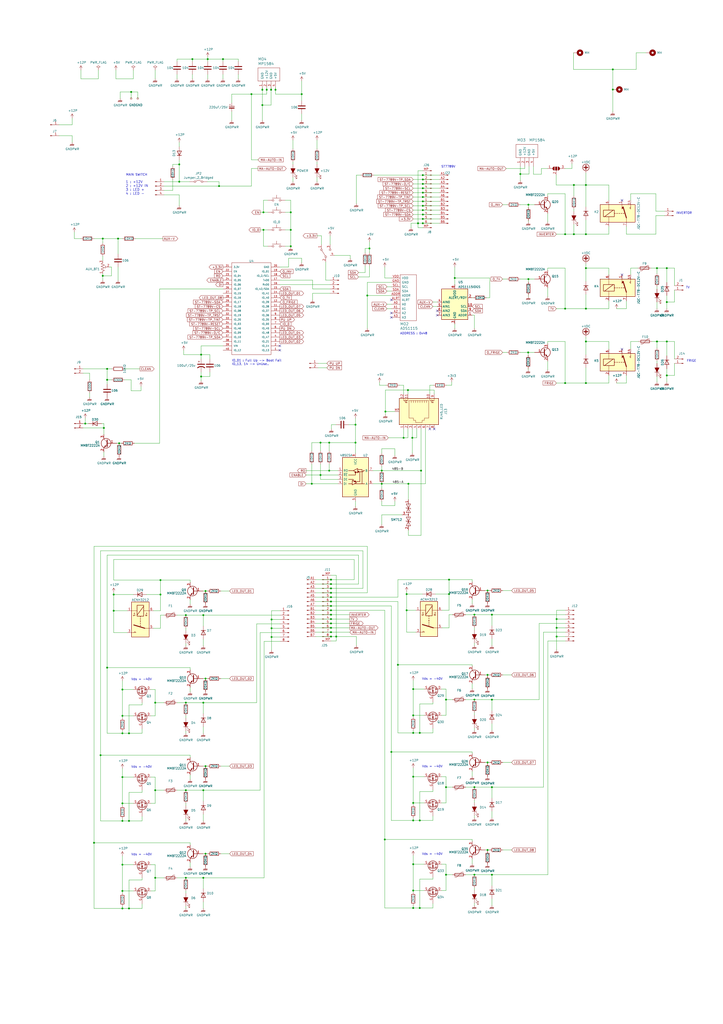
<source format=kicad_sch>
(kicad_sch (version 20231120) (generator "eeschema") (generator_version "8.0")
  (paper "A2" portrait)
  (title_block (title "CamTrol V3.6") (date "2021-12-15"))
  (junction (at 275.59 356.616))
  (junction (at 157.734 364.49))
  (junction (at 306.959 118.745))
  (junction (at 245.618 101.6))
  (junction (at 118.11 509.27))
  (junction (at 381.635 155.575))
  (junction (at 387.35 217.805))
  (junction (at 213.36 171.45))
  (junction (at 244.602 273.05))
  (junction (at 240.03 399.796))
  (junction (at 387.35 175.26))
  (junction (at 111.76 34.29))
  (junction (at 387.35 198.12))
  (junction (at 107.95 407.67))
  (junction (at 239.522 254))
  (junction (at 302.26 100.965))
  (junction (at 328.295 179.07))
  (junction (at 93.218 336.55))
  (junction (at 323.342 364.236))
  (junction (at 259.08 507.492))
  (junction (at 175.26 54.61))
  (junction (at 192.278 361.696))
  (junction (at 127.254 107.95))
  (junction (at 157.734 359.41))
  (junction (at 245.618 124.46))
  (junction (at 240.03 475.996))
  (junction (at 236.22 344.678))
  (junction (at 107.95 356.87))
  (junction (at 245.618 127))
  (junction (at 74.93 425.45))
  (junction (at 186.182 275.59))
  (junction (at 118.11 458.47))
  (junction (at 283.21 493.141))
  (junction (at 119.38 393.7))
  (junction (at 71.12 501.65))
  (junction (at 381.635 198.12))
  (junction (at 192.278 366.776))
  (junction (at 153.035 133.35))
  (junction (at 192.278 346.456))
  (junction (at 236.22 354.076))
  (junction (at 236.982 226.314))
  (junction (at 237.236 280.67))
  (junction (at 285.75 405.892))
  (junction (at 107.95 509.27))
  (junction (at 192.278 336.296))
  (junction (at 283.21 391.541))
  (junction (at 340.36 179.07))
  (junction (at 192.278 351.536))
  (junction (at 245.618 116.84))
  (junction (at 260.858 344.678))
  (junction (at 168.91 142.875))
  (junction (at 154.94 52.07))
  (junction (at 119.38 444.5))
  (junction (at 259.08 456.692))
  (junction (at 245.618 109.22))
  (junction (at 104.14 105.41))
  (junction (at 116.84 218.44))
  (junction (at 60.325 248.285))
  (junction (at 340.36 155.575))
  (junction (at 71.12 476.25))
  (junction (at 240.03 415.036))
  (junction (at 74.93 527.05))
  (junction (at 191.262 256.794))
  (junction (at 118.11 356.87))
  (junction (at 340.36 107.315))
  (junction (at 243.84 526.796))
  (junction (at 206.502 256.794))
  (junction (at 242.824 129.54))
  (junction (at 118.11 407.67))
  (junction (at 181.102 280.67))
  (junction (at 223.52 487.045))
  (junction (at 59.69 138.43))
  (junction (at 340.36 222.25))
  (junction (at 306.832 204.47))
  (junction (at 68.58 138.43))
  (junction (at 93.218 344.932))
  (junction (at 260.858 336.296))
  (junction (at 90.17 509.27))
  (junction (at 234.442 254))
  (junction (at 192.278 359.156))
  (junction (at 71.12 527.05))
  (junction (at 76.2 53.34))
  (junction (at 243.84 475.996))
  (junction (at 306.959 161.925))
  (junction (at 240.03 465.836))
  (junction (at 245.618 104.14))
  (junction (at 129.54 34.29))
  (junction (at 285.75 356.616))
  (junction (at 168.91 123.19))
  (junction (at 90.17 407.67))
  (junction (at 333.375 107.315))
  (junction (at 240.03 516.636))
  (junction (at 62.23 220.345))
  (junction (at 71.12 450.85))
  (junction (at 245.618 129.54))
  (junction (at 323.342 359.156))
  (junction (at 223.901 238.76))
  (junction (at 49.53 245.745))
  (junction (at 231.14 385.699))
  (junction (at 59.69 160.02))
  (junction (at 192.278 343.916))
  (junction (at 227.33 436.245))
  (junction (at 58.42 438.15))
  (junction (at 221.742 280.67))
  (junction (at 160.02 52.07))
  (junction (at 120.65 34.29))
  (junction (at 240.03 526.796))
  (junction (at 245.618 111.76))
  (junction (at 107.95 458.47))
  (junction (at 323.342 369.316))
  (junction (at 283.21 442.341))
  (junction (at 206.502 246.38))
  (junction (at 192.278 354.076))
  (junction (at 285.75 456.692))
  (junction (at 245.618 121.92))
  (junction (at 69.215 257.175))
  (junction (at 240.03 501.396))
  (junction (at 245.618 106.68))
  (junction (at 54.61 488.95))
  (junction (at 116.84 205.74))
  (junction (at 192.278 348.996))
  (junction (at 192.278 369.316))
  (junction (at 283.21 342.646))
  (junction (at 355.981 40.259))
  (junction (at 66.04 344.932))
  (junction (at 275.59 456.692))
  (junction (at 192.278 364.236))
  (junction (at 214.63 144.145))
  (junction (at 387.35 155.575))
  (junction (at 119.38 342.9))
  (junction (at 186.182 256.794))
  (junction (at 71.12 425.45))
  (junction (at 191.262 273.05))
  (junction (at 66.04 354.33))
  (junction (at 245.618 119.38))
  (junction (at 62.23 387.35))
  (junction (at 240.03 425.196))
  (junction (at 285.75 507.492))
  (junction (at 71.12 516.89))
  (junction (at 71.12 466.09))
  (junction (at 259.08 405.892))
  (junction (at 152.4 52.07))
  (junction (at 192.278 338.836))
  (junction (at 340.36 135.89))
  (junction (at 104.14 95.377))
  (junction (at 119.38 495.3))
  (junction (at 333.375 135.89))
  (junction (at 168.91 133.35))
  (junction (at 275.59 507.492))
  (junction (at 221.742 273.05))
  (junction (at 355.981 51.943))
  (junction (at 195.326 369.316))
  (junction (at 62.23 213.995))
  (junction (at 157.48 52.07))
  (junction (at 264.16 161.29))
  (junction (at 340.36 198.12))
  (junction (at 90.17 458.47))
  (junction (at 74.93 476.25))
  (junction (at 71.12 400.05))
  (junction (at 192.278 356.616))
  (junction (at 71.12 415.29))
  (junction (at 243.84 425.196))
  (junction (at 245.618 114.3))
  (junction (at 146.05 54.61))
  (junction (at 240.03 450.596))
  (junction (at 152.4 60.96))
  (junction (at 275.59 405.892))
  (junction (at 328.295 135.89))
  (junction (at 153.035 123.19))
  (junction (at 192.278 341.376))
  (junction (at 157.734 369.57))
  (junction (at 328.295 222.25))
  (no_connect (at 227.33 181.61))
  (no_connect (at 249.682 248.92))
  (no_connect (at 227.33 173.99))
  (no_connect (at 254 180.34))
  (no_connect (at 162.56 200.66))
  (no_connect (at 361.315 159.385))
  (no_connect (at 227.33 184.15))
  (no_connect (at 254 182.88))
  (no_connect (at 162.56 203.2))
  (no_connect (at 361.315 202.565))
  (no_connect (at 252.222 248.92))
  (no_connect (at 361.315 116.205))
  (wire (pts (xy 251.46 458.216) (xy 251.46 459.232)))
  (wire (pts (xy 90.17 415.29) (xy 87.63 415.29)))
  (wire (pts (xy 238.76 129.54) (xy 242.824 129.54)))
  (wire (pts (xy 107.95 467.36) (xy 107.95 466.09)))
  (wire (pts (xy 221.742 280.67) (xy 221.742 283.21)))
  (wire (pts (xy 387.35 175.26) (xy 387.35 179.07)))
  (wire (pts (xy 251.46 510.032) (xy 243.84 510.032)))
  (wire (pts (xy 259.334 223.52) (xy 262.382 223.52)))
  (wire (pts (xy 192.532 246.38) (xy 195.072 246.38)))
  (wire (pts (xy 240.03 466.852) (xy 240.03 465.836)))
  (wire (pts (xy 212.09 146.685) (xy 212.09 144.145)))
  (wire (pts (xy 138.43 45.72) (xy 138.43 43.18)))
  (wire (pts (xy 78.74 138.43) (xy 94.615 138.43)))
  (wire (pts (xy 387.35 206.375) (xy 387.35 198.12)))
  (wire (pts (xy 353.695 202.565) (xy 353.695 198.12)))
  (wire (pts (xy 283.21 391.541) (xy 283.21 392.176)))
  (wire (pts (xy 100.33 96.52) (xy 100.33 95.377)))
  (wire (pts (xy 153.035 142.875) (xy 153.035 133.35)))
  (wire (pts (xy 48.26 216.535) (xy 52.07 216.535)))
  (wire (pts (xy 318.135 113.665) (xy 318.135 112.395)))
  (wire (pts (xy 240.03 109.22) (xy 245.618 109.22)))
  (wire (pts (xy 120.396 105.41) (xy 127.254 105.41)))
  (wire (pts (xy 246.38 501.396) (xy 240.03 501.396)))
  (wire (pts (xy 129.54 35.56) (xy 129.54 34.29)))
  (wire (pts (xy 275.59 474.472) (xy 275.59 473.202)))
  (wire (pts (xy 116.84 200.66) (xy 129.54 200.66)))
  (wire (pts (xy 221.742 273.05) (xy 244.602 273.05)))
  (wire (pts (xy 328.422 366.776) (xy 315.722 366.776)))
  (wire (pts (xy 153.035 133.35) (xy 151.13 133.35)))
  (wire (pts (xy 57.15 45.72) (xy 57.15 40.64)))
  (wire (pts (xy 328.422 361.696) (xy 313.182 361.696)))
  (wire (pts (xy 74.93 425.45) (xy 82.55 425.45)))
  (wire (pts (xy 233.426 298.704) (xy 221.742 298.704)))
  (wire (pts (xy 323.215 135.89) (xy 328.295 135.89)))
  (wire (pts (xy 183.388 361.696) (xy 192.278 361.696)))
  (wire (pts (xy 275.59 423.672) (xy 275.59 422.402)))
  (wire (pts (xy 192.278 356.616) (xy 203.2 356.616)))
  (wire (pts (xy 221.742 280.67) (xy 237.236 280.67)))
  (wire (pts (xy 134.62 54.61) (xy 146.05 54.61)))
  (wire (pts (xy 318.135 199.39) (xy 318.135 198.12)))
  (wire (pts (xy 186.182 275.59) (xy 186.182 269.24)))
  (wire (pts (xy 186.182 275.59) (xy 196.342 275.59)))
  (wire (pts (xy 251.46 175.26) (xy 254 175.26)))
  (wire (pts (xy 110.49 500.38) (xy 110.49 502.92)))
  (wire (pts (xy 208.28 160.655) (xy 214.63 160.655)))
  (wire (pts (xy 77.47 450.85) (xy 71.12 450.85)))
  (wire (pts (xy 283.21 342.646) (xy 284.48 342.646)))
  (wire (pts (xy 381.635 175.26) (xy 381.635 179.07)))
  (wire (pts (xy 66.04 336.55) (xy 93.218 336.55)))
  (wire (pts (xy 245.618 99.06) (xy 242.824 99.06)))
  (wire (pts (xy 366.395 155.575) (xy 370.586 155.575)))
  (wire (pts (xy 87.63 450.85) (xy 90.17 450.85)))
  (wire (pts (xy 129.54 34.29) (xy 138.43 34.29)))
  (wire (pts (xy 110.49 449.58) (xy 110.49 452.12)))
  (wire (pts (xy 208.28 158.115) (xy 212.09 158.115)))
  (wire (pts (xy 306.959 161.925) (xy 306.959 163.576)))
  (wire (pts (xy 231.14 385.699) (xy 231.14 425.196)))
  (wire (pts (xy 307.34 96.52) (xy 307.34 100.965)))
  (wire (pts (xy 81.915 226.695) (xy 76.2 226.695)))
  (wire (pts (xy 323.215 179.07) (xy 328.295 179.07)))
  (wire (pts (xy 111.76 43.18) (xy 111.76 45.72)))
  (wire (pts (xy 243.84 526.796) (xy 251.46 526.796)))
  (wire (pts (xy 34.29 78.74) (xy 41.91 78.74)))
  (wire (pts (xy 291.973 161.925) (xy 294.513 161.925)))
  (wire (pts (xy 274.955 172.72) (xy 274.32 172.72)))
  (wire (pts (xy 323.088 101.6) (xy 323.088 107.315)))
  (wire (pts (xy 72.39 213.995) (xy 81.28 213.995)))
  (wire (pts (xy 259.08 465.836) (xy 256.54 465.836)))
  (wire (pts (xy 90.17 407.67) (xy 90.17 415.29)))
  (wire (pts (xy 192.278 338.836) (xy 208.28 338.836)))
  (wire (pts (xy 151.13 367.03) (xy 151.13 458.47)))
  (wire (pts (xy 302.133 204.47) (xy 306.832 204.47)))
  (wire (pts (xy 67.31 40.64) (xy 67.31 45.72)))
  (wire (pts (xy 381.635 198.12) (xy 381.635 201.93)))
  (wire (pts (xy 90.17 509.27) (xy 95.25 509.27)))
  (wire (pts (xy 157.48 60.96) (xy 152.4 60.96)))
  (wire (pts (xy 285.75 405.892) (xy 285.75 412.242)))
  (wire (pts (xy 240.03 416.052) (xy 240.03 415.036)))
  (wire (pts (xy 275.59 525.272) (xy 275.59 524.002)))
  (wire (pts (xy 306.959 118.745) (xy 306.959 120.396)))
  (wire (pts (xy 60.325 245.745) (xy 60.325 248.285)))
  (wire (pts (xy 82.55 408.94) (xy 74.93 408.94)))
  (wire (pts (xy 72.39 220.345) (xy 76.2 220.345)))
  (wire (pts (xy 381.635 155.575) (xy 387.35 155.575)))
  (wire (pts (xy 240.03 399.796) (xy 240.03 415.036)))
  (wire (pts (xy 107.95 356.87) (xy 118.11 356.87)))
  (wire (pts (xy 213.36 163.83) (xy 227.33 163.83)))
  (wire (pts (xy 251.46 524.256) (xy 251.46 526.796)))
  (wire (pts (xy 205.74 324.612) (xy 66.04 324.612)))
  (wire (pts (xy 175.26 54.61) (xy 175.26 46.99)))
  (wire (pts (xy 292.1 342.646) (xy 297.18 342.646)))
  (wire (pts (xy 157.734 369.57) (xy 162.814 369.57)))
  (wire (pts (xy 275.59 190.5) (xy 275.59 182.88)))
  (wire (pts (xy 270.51 405.892) (xy 275.59 405.892)))
  (wire (pts (xy 259.08 456.692) (xy 262.89 456.692)))
  (wire (pts (xy 285.75 521.462) (xy 285.75 525.272)))
  (wire (pts (xy 216.662 273.05) (xy 221.742 273.05)))
  (wire (pts (xy 274.32 385.699) (xy 274.32 386.461)))
  (wire (pts (xy 223.52 354.076) (xy 223.52 487.045)))
  (wire (pts (xy 274.32 347.726) (xy 274.32 350.266)))
  (wire (pts (xy 275.59 456.692) (xy 285.75 456.692)))
  (wire (pts (xy 183.388 351.536) (xy 192.278 351.536)))
  (wire (pts (xy 71.12 138.43) (xy 68.58 138.43)))
  (wire (pts (xy 340.36 213.36) (xy 340.36 222.25)))
  (wire (pts (xy 192.278 361.696) (xy 203.2 361.696)))
  (wire (pts (xy 391.795 155.575) (xy 387.35 155.575)))
  (wire (pts (xy 262.382 223.52) (xy 262.382 221.615)))
  (wire (pts (xy 102.87 34.29) (xy 111.76 34.29)))
  (wire (pts (xy 175.26 54.61) (xy 175.26 58.42)))
  (wire (pts (xy 71.12 476.25) (xy 58.42 476.25)))
  (wire (pts (xy 48.26 248.285) (xy 60.325 248.285)))
  (wire (pts (xy 77.47 415.29) (xy 71.12 415.29)))
  (wire (pts (xy 391.795 168.275) (xy 391.795 175.26)))
  (wire (pts (xy 104.14 82.55) (xy 104.14 85.09)))
  (wire (pts (xy 333.375 107.315) (xy 333.375 113.665)))
  (wire (pts (xy 206.502 293.878) (xy 206.502 290.83)))
  (wire (pts (xy 74.93 527.05) (xy 82.55 527.05)))
  (wire (pts (xy 213.36 316.992) (xy 54.61 316.992)))
  (wire (pts (xy 71.12 501.65) (xy 71.12 516.89)))
  (wire (pts (xy 138.43 34.29) (xy 138.43 35.56)))
  (wire (pts (xy 152.4 60.96) (xy 152.4 69.85)))
  (wire (pts (xy 275.59 365.506) (xy 275.59 364.236)))
  (wire (pts (xy 118.11 458.47) (xy 118.11 464.82)))
  (wire (pts (xy 251.46 408.432) (xy 243.84 408.432)))
  (wire (pts (xy 165.735 116.205) (xy 168.91 116.205)))
  (wire (pts (xy 302.26 104.775) (xy 302.26 100.965)))
  (wire (pts (xy 243.84 475.996) (xy 251.46 475.996)))
  (wire (pts (xy 90.17 501.65) (xy 90.17 509.27)))
  (wire (pts (xy 192.278 346.456) (xy 231.14 346.456)))
  (wire (pts (xy 68.58 138.43) (xy 68.58 147.32)))
  (wire (pts (xy 110.49 336.55) (xy 110.49 337.82)))
  (wire (pts (xy 119.38 444.5) (xy 120.65 444.5)))
  (wire (pts (xy 333.375 135.89) (xy 340.36 135.89)))
  (wire (pts (xy 284.48 161.29) (xy 284.48 172.72)))
  (wire (pts (xy 285.75 507.492) (xy 285.75 513.842)))
  (wire (pts (xy 162.814 354.33) (xy 157.734 354.33)))
  (wire (pts (xy 242.824 132.08) (xy 242.824 129.54)))
  (wire (pts (xy 54.61 138.43) (xy 59.69 138.43)))
  (wire (pts (xy 121.92 215.9) (xy 121.92 218.44)))
  (wire (pts (xy 183.388 366.776) (xy 192.278 366.776)))
  (wire (pts (xy 240.03 475.996) (xy 243.84 475.996)))
  (wire (pts (xy 259.08 507.492) (xy 262.89 507.492)))
  (wire (pts (xy 381 112.395) (xy 381 122.555)))
  (wire (pts (xy 168.91 116.205) (xy 168.91 123.19)))
  (wire (pts (xy 134.62 54.61) (xy 134.62 59.69)))
  (wire (pts (xy 95.25 105.41) (xy 104.14 105.41)))
  (wire (pts (xy 252.984 344.678) (xy 260.858 344.678)))
  (wire (pts (xy 121.92 218.44) (xy 116.84 218.44)))
  (wire (pts (xy 240.03 517.652) (xy 240.03 516.636)))
  (wire (pts (xy 119.38 342.9) (xy 120.65 342.9)))
  (wire (pts (xy 353.695 135.89) (xy 340.36 135.89)))
  (wire (pts (xy 260.858 356.616) (xy 262.89 356.616)))
  (wire (pts (xy 369.57 40.259) (xy 355.981 40.259)))
  (wire (pts (xy 49.53 242.57) (xy 49.53 245.745)))
  (wire (pts (xy 237.236 280.67) (xy 247.142 280.67)))
  (wire (pts (xy 214.63 140.335) (xy 214.63 144.145)))
  (wire (pts (xy 285.75 405.892) (xy 313.182 405.892)))
  (wire (pts (xy 236.22 343.154) (xy 236.22 344.678)))
  (wire (pts (xy 275.59 356.616) (xy 285.75 356.616)))
  (wire (pts (xy 274.32 436.245) (xy 274.32 437.261)))
  (wire (pts (xy 227.33 436.245) (xy 274.32 436.245)))
  (wire (pts (xy 82.55 510.54) (xy 74.93 510.54)))
  (wire (pts (xy 81.915 224.155) (xy 81.915 226.695)))
  (wire (pts (xy 63.5 154.94) (xy 64.77 154.94)))
  (wire (pts (xy 181.61 170.18) (xy 191.77 170.18)))
  (wire (pts (xy 306.959 118.745) (xy 310.515 118.745)))
  (wire (pts (xy 34.29 72.39) (xy 41.91 72.39)))
  (wire (pts (xy 153.035 123.19) (xy 151.13 123.19)))
  (wire (pts (xy 224.282 223.52) (xy 220.472 223.52)))
  (wire (pts (xy 229.362 290.83) (xy 229.362 293.37)))
  (wire (pts (xy 102.87 458.47) (xy 107.95 458.47)))
  (wire (pts (xy 162.814 372.11) (xy 153.416 372.11)))
  (wire (pts (xy 168.91 142.875) (xy 168.91 133.35)))
  (wire (pts (xy 192.278 341.376) (xy 210.82 341.376)))
  (wire (pts (xy 206.502 256.794) (xy 206.502 262.89)))
  (wire (pts (xy 223.901 238.76) (xy 229.362 238.76)))
  (wire (pts (xy 328.422 354.076) (xy 323.342 354.076)))
  (wire (pts (xy 210.82 341.376) (xy 210.82 319.532)))
  (wire (pts (xy 48.26 245.745) (xy 49.53 245.745)))
  (wire (pts (xy 260.858 364.236) (xy 260.858 356.616)))
  (wire (pts (xy 60.325 248.285) (xy 60.325 252.095)))
  (wire (pts (xy 186.182 275.59) (xy 186.182 278.13)))
  (wire (pts (xy 146.05 92.71) (xy 146.05 54.61)))
  (wire (pts (xy 168.91 133.35) (xy 168.91 123.19)))
  (wire (pts (xy 256.54 501.396) (xy 259.08 501.396)))
  (wire (pts (xy 71.12 518.16) (xy 71.12 516.89)))
  (wire (pts (xy 90.17 509.27) (xy 90.17 516.89)))
  (wire (pts (xy 231.14 425.196) (xy 240.03 425.196)))
  (wire (pts (xy 309.88 101.092) (xy 314.452 101.092)))
  (wire (pts (xy 195.326 333.756) (xy 195.326 369.316)))
  (wire (pts (xy 283.21 493.141) (xy 284.48 493.141)))
  (wire (pts (xy 245.618 111.76) (xy 255.27 111.76)))
  (wire (pts (xy 285.75 456.692) (xy 315.722 456.692)))
  (wire (pts (xy 285.75 356.616) (xy 285.75 362.966)))
  (wire (pts (xy 242.824 129.54) (xy 245.618 129.54)))
  (wire (pts (xy 247.142 248.92) (xy 247.142 280.67)))
  (wire (pts (xy 58.42 476.25) (xy 58.42 438.15)))
  (wire (pts (xy 259.08 405.892) (xy 262.89 405.892)))
  (wire (pts (xy 181.102 280.67) (xy 196.342 280.67)))
  (wire (pts (xy 155.575 133.35) (xy 153.035 133.35)))
  (wire (pts (xy 118.11 407.67) (xy 118.11 414.02)))
  (wire (pts (xy 67.31 45.72) (xy 77.47 45.72)))
  (wire (pts (xy 328.295 198.12) (xy 328.295 222.25)))
  (wire (pts (xy 119.38 393.7) (xy 120.65 393.7)))
  (wire (pts (xy 242.824 99.06) (xy 242.824 129.54)))
  (wire (pts (xy 77.47 501.65) (xy 71.12 501.65)))
  (wire (pts (xy 71.12 476.25) (xy 74.93 476.25)))
  (wire (pts (xy 328.295 112.395) (xy 328.295 135.89)))
  (wire (pts (xy 119.38 495.3) (xy 120.65 495.3)))
  (wire (pts (xy 118.11 495.3) (xy 119.38 495.3)))
  (wire (pts (xy 259.08 415.036) (xy 256.54 415.036)))
  (wire (pts (xy 62.23 425.45) (xy 62.23 387.35)))
  (wire (pts (xy 285.75 370.586) (xy 285.75 374.396)))
  (wire (pts (xy 340.36 195.58) (xy 340.36 198.12)))
  (wire (pts (xy 234.442 228.6) (xy 234.442 223.52)))
  (wire (pts (xy 195.326 369.316) (xy 207.01 369.316)))
  (wire (pts (xy 116.84 205.74) (xy 116.84 200.66)))
  (wire (pts (xy 208.28 322.072) (xy 62.23 322.072)))
  (wire (pts (xy 157.734 354.33) (xy 157.734 359.41)))
  (wire (pts (xy 186.182 256.794) (xy 186.182 261.62)))
  (wire (pts (xy 76.2 220.345) (xy 76.2 226.695)))
  (wire (pts (xy 104.14 95.377) (xy 104.14 105.41)))
  (wire (pts (xy 64.77 154.94) (xy 64.77 160.02)))
  (wire (pts (xy 333.121 30.607) (xy 333.121 40.259)))
  (wire (pts (xy 251.46 459.232) (xy 243.84 459.232)))
  (wire (pts (xy 259.08 501.396) (xy 259.08 507.492)))
  (wire (pts (xy 153.035 116.205) (xy 153.035 123.19)))
  (wire (pts (xy 66.04 344.932) (xy 66.04 354.33)))
  (wire (pts (xy 189.865 210.82) (xy 184.785 210.82)))
  (wire (pts (xy 183.388 348.996) (xy 192.278 348.996)))
  (wire (pts (xy 243.84 510.032) (xy 243.84 526.796)))
  (wire (pts (xy 118.11 356.87) (xy 118.11 363.22)))
  (wire (pts (xy 93.218 336.55) (xy 110.49 336.55)))
  (wire (pts (xy 207.01 101.6) (xy 207.01 118.11)))
  (wire (pts (xy 333.375 122.555) (xy 333.375 121.285)))
  (wire (pts (xy 120.65 33.02) (xy 120.65 34.29)))
  (wire (pts (xy 203.454 148.209) (xy 203.454 149.987)))
  (wire (pts (xy 90.17 516.89) (xy 87.63 516.89)))
  (wire (pts (xy 62.23 220.345) (xy 62.23 222.885)))
  (wire (pts (xy 363.855 179.07) (xy 363.855 174.625)))
  (wire (pts (xy 240.03 394.716) (xy 240.03 399.796)))
  (wire (pts (xy 231.14 346.456) (xy 231.14 336.296)))
  (wire (pts (xy 71.12 450.85) (xy 71.12 466.09)))
  (wire (pts (xy 128.27 342.9) (xy 133.35 342.9)))
  (wire (pts (xy 154.94 52.07) (xy 154.94 50.8)))
  (wire (pts (xy 152.4 52.07) (xy 152.4 60.96)))
  (wire (pts (xy 155.575 123.19) (xy 153.035 123.19)))
  (wire (pts (xy 363.855 135.89) (xy 363.855 131.445)))
  (wire (pts (xy 275.59 507.492) (xy 285.75 507.492)))
  (wire (pts (xy 106.68 203.2) (xy 106.68 205.74)))
  (wire (pts (xy 259.08 450.596) (xy 259.08 456.692)))
  (wire (pts (xy 107.95 476.25) (xy 107.95 474.98)))
  (wire (pts (xy 274.32 447.421) (xy 274.32 450.342)))
  (wire (pts (xy 165.735 133.35) (xy 168.91 133.35)))
  (wire (pts (xy 240.03 445.516) (xy 240.03 450.596)))
  (wire (pts (xy 71.12 416.56) (xy 71.12 415.29)))
  (wire (pts (xy 160.02 50.8) (xy 160.02 52.07)))
  (wire (pts (xy 237.236 280.67) (xy 237.236 289.814)))
  (wire (pts (xy 264.16 161.29) (xy 264.16 165.1)))
  (wire (pts (xy 71.12 525.78) (xy 71.12 527.05)))
  (wire (pts (xy 240.03 119.38) (xy 245.618 119.38)))
  (wire (pts (xy 107.95 518.16) (xy 107.95 516.89)))
  (wire (pts (xy 221.742 270.51) (xy 221.742 273.05)))
  (wire (pts (xy 240.03 116.84) (xy 245.618 116.84)))
  (wire (pts (xy 224.79 168.91) (xy 227.33 168.91)))
  (wire (pts (xy 292.1 391.541) (xy 297.18 391.541)))
  (wire (pts (xy 245.618 129.54) (xy 255.27 129.54)))
  (wire (pts (xy 128.27 393.7) (xy 133.35 393.7)))
  (wire (pts (xy 107.95 425.45) (xy 107.95 424.18)))
  (wire (pts (xy 162.56 162.56) (xy 181.61 162.56)))
  (wire (pts (xy 189.23 162.56) (xy 189.23 152.019)))
  (wire (pts (xy 340.36 127.635) (xy 340.36 135.89)))
  (wire (pts (xy 281.94 391.541) (xy 283.21 391.541)))
  (wire (pts (xy 162.814 367.03) (xy 151.13 367.03)))
  (wire (pts (xy 223.52 487.045) (xy 223.52 526.796)))
  (wire (pts (xy 275.59 405.892) (xy 285.75 405.892)))
  (wire (pts (xy 245.618 119.38) (xy 255.27 119.38)))
  (wire (pts (xy 240.03 496.316) (xy 240.03 501.396)))
  (wire (pts (xy 227.33 436.245) (xy 227.33 475.996)))
  (wire (pts (xy 302.26 96.52) (xy 302.26 100.965)))
  (wire (pts (xy 249.682 228.6) (xy 249.682 223.52)))
  (wire (pts (xy 127.254 105.41) (xy 127.254 107.95)))
  (wire (pts (xy 221.742 293.37) (xy 221.742 290.83)))
  (wire (pts (xy 323.342 364.236) (xy 328.422 364.236)))
  (wire (pts (xy 381 122.555) (xy 386.08 122.555)))
  (wire (pts (xy 259.08 399.796) (xy 259.08 405.892)))
  (wire (pts (xy 246.38 450.596) (xy 240.03 450.596)))
  (wire (pts (xy 59.055 245.745) (xy 60.325 245.745)))
  (wire (pts (xy 52.07 216.535) (xy 52.07 220.345)))
  (wire (pts (xy 102.87 356.87) (xy 107.95 356.87)))
  (wire (pts (xy 167.64 149.86) (xy 167.64 154.94)))
  (wire (pts (xy 355.981 51.943) (xy 355.981 64.897)))
  (wire (pts (xy 191.262 269.24) (xy 191.262 273.05)))
  (wire (pts (xy 243.84 425.196) (xy 251.46 425.196)))
  (wire (pts (xy 243.84 408.432) (xy 243.84 425.196)))
  (wire (pts (xy 353.695 179.07) (xy 340.36 179.07)))
  (wire (pts (xy 183.388 369.316) (xy 192.278 369.316)))
  (wire (pts (xy 186.182 256.794) (xy 191.262 256.794)))
  (wire (pts (xy 223.901 226.314) (xy 223.901 238.76)))
  (wire (pts (xy 234.442 248.92) (xy 234.442 254)))
  (wire (pts (xy 229.362 260.35) (xy 221.742 260.35)))
  (wire (pts (xy 155.575 142.875) (xy 153.035 142.875)))
  (wire (pts (xy 116.84 215.9) (xy 116.84 218.44)))
  (wire (pts (xy 118.11 407.67) (xy 149.098 407.67)))
  (wire (pts (xy 318.135 198.12) (xy 328.295 198.12)))
  (wire (pts (xy 323.342 369.316) (xy 323.342 376.936)))
  (wire (pts (xy 71.12 394.97) (xy 71.12 400.05)))
  (wire (pts (xy 369.57 30.607) (xy 369.57 40.259)))
  (wire (pts (xy 191.262 256.794) (xy 191.262 261.62)))
  (wire (pts (xy 281.94 342.646) (xy 283.21 342.646)))
  (wire (pts (xy 149.098 361.95) (xy 149.098 407.67)))
  (wire (pts (xy 82.55 422.91) (xy 82.55 425.45)))
  (wire (pts (xy 239.522 254) (xy 239.522 262.89)))
  (wire (pts (xy 256.54 399.796) (xy 259.08 399.796)))
  (wire (pts (xy 157.48 50.8) (xy 157.48 52.07)))
  (wire (pts (xy 229.362 293.37) (xy 221.742 293.37)))
  (wire (pts (xy 225.552 254) (xy 234.442 254)))
  (wire (pts (xy 223.52 526.796) (xy 240.03 526.796)))
  (wire (pts (xy 191.262 273.05) (xy 177.8 273.05)))
  (wire (pts (xy 270.51 507.492) (xy 275.59 507.492)))
  (wire (pts (xy 120.65 34.29) (xy 129.54 34.29)))
  (wire (pts (xy 157.734 369.57) (xy 157.734 377.19)))
  (wire (pts (xy 66.04 344.932) (xy 77.47 344.932)))
  (wire (pts (xy 275.59 182.88) (xy 274.32 182.88)))
  (wire (pts (xy 292.1 442.341) (xy 297.18 442.341)))
  (wire (pts (xy 52.07 227.965) (xy 52.07 230.505)))
  (wire (pts (xy 306.959 128.778) (xy 306.959 128.016)))
  (wire (pts (xy 245.618 106.68) (xy 255.27 106.68)))
  (wire (pts (xy 80.01 57.15) (xy 80.01 53.34)))
  (wire (pts (xy 181.61 162.56) (xy 181.61 167.64)))
  (wire (pts (xy 281.94 493.141) (xy 283.21 493.141)))
  (wire (pts (xy 381 135.89) (xy 381 125.095)))
  (wire (pts (xy 264.16 190.5) (xy 264.16 187.96)))
  (wire (pts (xy 116.84 205.74) (xy 121.92 205.74)))
  (wire (pts (xy 227.33 161.29) (xy 223.52 161.29)))
  (wire (pts (xy 328.295 222.25) (xy 340.36 222.25)))
  (wire (pts (xy 110.49 347.98) (xy 110.49 350.52)))
  (wire (pts (xy 102.87 509.27) (xy 107.95 509.27)))
  (wire (pts (xy 181.102 280.67) (xy 177.8 280.67)))
  (wire (pts (xy 223.52 487.045) (xy 274.32 487.045)))
  (wire (pts (xy 162.56 165.1) (xy 191.77 165.1)))
  (wire (pts (xy 181.102 261.62) (xy 181.102 256.794)))
  (wire (pts (xy 62.23 322.072) (xy 62.23 387.35)))
  (wire (pts (xy 54.61 488.95) (xy 110.49 488.95)))
  (wire (pts (xy 62.23 387.35) (xy 110.49 387.35)))
  (wire (pts (xy 391.795 175.26) (xy 387.35 175.26)))
  (wire (pts (xy 66.04 354.33) (xy 73.914 354.33)))
  (wire (pts (xy 71.12 474.98) (xy 71.12 476.25)))
  (wire (pts (xy 332.232 94.996) (xy 332.232 97.79)))
  (wire (pts (xy 205.74 336.296) (xy 205.74 324.612)))
  (wire (pts (xy 318.135 167.005) (xy 318.135 172.085)))
  (wire (pts (xy 212.09 144.145) (xy 214.63 144.145)))
  (wire (pts (xy 100.33 110.49) (xy 100.33 104.14)))
  (wire (pts (xy 275.59 414.782) (xy 275.59 413.512)))
  (wire (pts (xy 77.47 466.09) (xy 71.12 466.09)))
  (wire (pts (xy 58.42 319.532) (xy 58.42 438.15)))
  (wire (pts (xy 366.395 202.565) (xy 366.395 198.12)))
  (wire (pts (xy 240.03 104.14) (xy 245.618 104.14)))
  (wire (pts (xy 243.84 459.232) (xy 243.84 475.996)))
  (wire (pts (xy 340.36 198.12) (xy 340.36 205.74)))
  (wire (pts (xy 175.26 66.04) (xy 175.26 69.85)))
  (wire (pts (xy 306.832 214.503) (xy 306.832 213.741)))
  (wire (pts (xy 160.02 54.61) (xy 175.26 54.61)))
  (wire (pts (xy 195.326 371.856) (xy 195.326 369.316)))
  (wire (pts (xy 378.206 155.575) (xy 381.635 155.575)))
  (wire (pts (xy 363.855 222.25) (xy 363.855 217.805)))
  (wire (pts (xy 66.04 343.662) (xy 66.04 344.932)))
  (wire (pts (xy 62.23 220.345) (xy 62.23 213.995)))
  (wire (pts (xy 71.12 425.45) (xy 62.23 425.45)))
  (wire (pts (xy 90.17 400.05) (xy 90.17 407.67)))
  (wire (pts (xy 92.71 257.175) (xy 92.71 167.64)))
  (wire (pts (xy 192.278 354.076) (xy 223.52 354.076)))
  (wire (pts (xy 252.222 228.6) (xy 252.222 226.314)))
  (wire (pts (xy 167.64 154.94) (xy 162.56 154.94)))
  (wire (pts (xy 283.21 442.341) (xy 283.21 442.976)))
  (wire (pts (xy 183.388 359.156) (xy 192.278 359.156)))
  (wire (pts (xy 245.618 109.22) (xy 255.27 109.22)))
  (wire (pts (xy 110.49 438.15) (xy 110.49 439.42)))
  (wire (pts (xy 353.695 159.385) (xy 353.695 155.575)))
  (wire (pts (xy 340.36 170.815) (xy 340.36 179.07)))
  (wire (pts (xy 191.262 256.794) (xy 206.502 256.794)))
  (wire (pts (xy 353.695 222.25) (xy 340.36 222.25)))
  (wire (pts (xy 157.48 52.07) (xy 157.48 60.96)))
  (wire (pts (xy 118.11 393.7) (xy 119.38 393.7)))
  (wire (pts (xy 313.182 361.696) (xy 313.182 405.892)))
  (wire (pts (xy 66.04 354.33) (xy 66.04 367.03)))
  (wire (pts (xy 192.278 366.776) (xy 203.2 366.776)))
  (wire (pts (xy 82.55 509.27) (xy 82.55 510.54)))
  (wire (pts (xy 240.03 423.672) (xy 240.03 425.196)))
  (wire (pts (xy 236.982 226.314) (xy 223.901 226.314)))
  (wire (pts (xy 168.91 123.19) (xy 165.735 123.19)))
  (wire (pts (xy 318.135 112.395) (xy 328.295 112.395)))
  (wire (pts (xy 146.05 92.71) (xy 149.86 92.71)))
  (wire (pts (xy 239.522 248.92) (xy 239.522 254)))
  (wire (pts (xy 181.61 173.99) (xy 181.61 170.18)))
  (wire (pts (xy 206.502 242.57) (xy 206.502 246.38)))
  (wire (pts (xy 71.12 467.36) (xy 71.12 466.09)))
  (wire (pts (xy 66.04 324.612) (xy 66.04 336.55)))
  (wire (pts (xy 244.602 248.92) (xy 244.602 273.05)))
  (wire (pts (xy 183.388 343.916) (xy 192.278 343.916)))
  (wire (pts (xy 87.63 400.05) (xy 90.17 400.05)))
  (wire (pts (xy 231.14 336.296) (xy 260.858 336.296)))
  (wire (pts (xy 175.26 149.86) (xy 167.64 149.86)))
  (wire (pts (xy 259.08 516.636) (xy 256.54 516.636)))
  (wire (pts (xy 85.09 344.932) (xy 93.218 344.932)))
  (wire (pts (xy 116.84 208.28) (xy 116.84 205.74)))
  (wire (pts (xy 192.532 248.92) (xy 192.532 246.38)))
  (wire (pts (xy 82.55 473.71) (xy 82.55 476.25)))
  (wire (pts (xy 285.75 419.862) (xy 285.75 423.672)))
  (wire (pts (xy 216.662 280.67) (xy 221.742 280.67)))
  (wire (pts (xy 170.18 95.25) (xy 170.18 93.98)))
  (wire (pts (xy 231.14 385.699) (xy 274.32 385.699)))
  (wire (pts (xy 89.154 354.33) (xy 93.218 354.33)))
  (wire (pts (xy 41.91 68.58) (xy 41.91 72.39)))
  (wire (pts (xy 333.375 130.175) (xy 333.375 135.89)))
  (wire (pts (xy 224.79 176.53) (xy 227.33 176.53)))
  (wire (pts (xy 304.8 96.52) (xy 304.8 97.79)))
  (wire (pts (xy 274.32 487.045) (xy 274.32 488.061)))
  (wire (pts (xy 186.182 275.59) (xy 177.8 275.59)))
  (wire (pts (xy 387.35 171.45) (xy 387.35 175.26)))
  (wire (pts (xy 76.2 57.15) (xy 76.2 53.34)))
  (wire (pts (xy 104.14 92.71) (xy 104.14 95.377)))
  (wire (pts (xy 241.554 366.776) (xy 236.22 366.776)))
  (wire (pts (xy 323.342 369.316) (xy 328.422 369.316)))
  (wire (pts (xy 207.01 374.396) (xy 207.01 369.316)))
  (wire (pts (xy 221.742 260.35) (xy 221.742 262.89)))
  (wire (pts (xy 285.75 456.692) (xy 285.75 463.042)))
  (wire (pts (xy 381.635 210.82) (xy 381.635 209.55)))
  (wire (pts (xy 64.77 220.345) (xy 62.23 220.345)))
  (wire (pts (xy 58.42 438.15) (xy 110.49 438.15)))
  (wire (pts (xy 127.254 107.95) (xy 146.05 107.95)))
  (wire (pts (xy 71.12 445.77) (xy 71.12 450.85)))
  (wire (pts (xy 90.17 458.47) (xy 90.17 466.09)))
  (wire (pts (xy 110.49 488.95) (xy 110.49 490.22)))
  (wire (pts (xy 270.51 356.616) (xy 275.59 356.616)))
  (wire (pts (xy 118.11 523.24) (xy 118.11 527.05)))
  (wire (pts (xy 353.695 155.575) (xy 340.36 155.575)))
  (wire (pts (xy 366.395 112.395) (xy 366.395 116.205)))
  (wire (pts (xy 323.088 107.315) (xy 333.375 107.315)))
  (wire (pts (xy 102.87 407.67) (xy 107.95 407.67)))
  (wire (pts (xy 92.71 167.64) (xy 129.54 167.64)))
  (wire (pts (xy 227.33 475.996) (xy 240.03 475.996)))
  (wire (pts (xy 129.54 43.18) (xy 129.54 45.72)))
  (wire (pts (xy 238.76 132.08) (xy 238.76 129.54)))
  (wire (pts (xy 120.65 45.72) (xy 120.65 43.18)))
  (wire (pts (xy 82.55 458.47) (xy 82.55 459.74)))
  (wire (pts (xy 358.14 179.07) (xy 363.855 179.07)))
  (wire (pts (xy 270.51 456.692) (xy 275.59 456.692)))
  (wire (pts (xy 274.32 336.296) (xy 274.32 337.566)))
  (wire (pts (xy 111.76 34.29) (xy 120.65 34.29)))
  (wire (pts (xy 260.858 336.296) (xy 274.32 336.296)))
  (wire (pts (xy 381.635 158.75) (xy 381.635 155.575)))
  (wire (pts (xy 391.795 217.805) (xy 387.35 217.805)))
  (wire (pts (xy 121.92 208.28) (xy 121.92 205.74)))
  (wire (pts (xy 323.342 359.156) (xy 323.342 364.236)))
  (wire (pts (xy 292.1 493.141) (xy 297.18 493.141)))
  (wire (pts (xy 366.395 198.12) (xy 370.967 198.12)))
  (wire (pts (xy 59.69 138.43) (xy 68.58 138.43)))
  (wire (pts (xy 111.76 35.56) (xy 111.76 34.29)))
  (wire (pts (xy 107.95 365.76) (xy 107.95 364.49)))
  (wire (pts (xy 189.23 162.56) (xy 191.77 162.56)))
  (wire (pts (xy 309.88 96.52) (xy 309.88 101.092)))
  (wire (pts (xy 214.63 144.145) (xy 214.63 146.685)))
  (wire (pts (xy 160.02 52.07) (xy 160.02 54.61)))
  (wire (pts (xy 183.388 356.616) (xy 192.278 356.616)))
  (wire (pts (xy 323.342 354.076) (xy 323.342 359.156)))
  (wire (pts (xy 285.75 507.492) (xy 318.262 507.492)))
  (wire (pts (xy 240.03 106.68) (xy 245.618 106.68)))
  (wire (pts (xy 387.35 213.995) (xy 387.35 217.805)))
  (wire (pts (xy 71.12 527.05) (xy 54.61 527.05)))
  (wire (pts (xy 264.16 161.29) (xy 284.48 161.29)))
  (wire (pts (xy 307.34 100.965) (xy 302.26 100.965)))
  (wire (pts (xy 93.218 364.49) (xy 93.218 356.87)))
  (wire (pts (xy 213.36 343.916) (xy 213.36 316.992)))
  (wire (pts (xy 43.18 138.43) (xy 46.99 138.43)))
  (wire (pts (xy 236.22 354.076) (xy 236.22 366.776)))
  (wire (pts (xy 381 125.095) (xy 386.08 125.095)))
  (wire (pts (xy 381.635 218.44) (xy 381.635 221.615)))
  (wire (pts (xy 181.102 269.24) (xy 181.102 280.67)))
  (wire (pts (xy 95.25 113.03) (xy 104.14 113.03)))
  (wire (pts (xy 82.55 524.51) (xy 82.55 527.05)))
  (wire (pts (xy 323.342 364.236) (xy 323.342 369.316)))
  (wire (pts (xy 184.15 136.779) (xy 186.69 136.779)))
  (wire (pts (xy 302.133 161.925) (xy 306.959 161.925)))
  (wire (pts (xy 236.982 226.314) (xy 236.982 228.6)))
  (wire (pts (xy 236.22 344.678) (xy 245.364 344.678)))
  (wire (pts (xy 95.25 107.95) (xy 127.254 107.95)))
  (wire (pts (xy 355.981 40.259) (xy 355.981 51.943)))
  (wire (pts (xy 323.342 359.156) (xy 328.422 359.156)))
  (wire (pts (xy 106.68 205.74) (xy 116.84 205.74)))
  (wire (pts (xy 306.959 171.958) (xy 306.959 171.196)))
  (wire (pts (xy 116.84 220.98) (xy 116.84 218.44)))
  (wire (pts (xy 69.215 257.175) (xy 70.485 257.175)))
  (wire (pts (xy 284.48 172.72) (xy 282.575 172.72)))
  (wire (pts (xy 318.008 97.79) (xy 314.452 97.79)))
  (wire (pts (xy 256.54 450.596) (xy 259.08 450.596)))
  (wire (pts (xy 314.452 97.79) (xy 314.452 101.092)))
  (wire (pts (xy 192.278 359.156) (xy 203.2 359.156)))
  (wire (pts (xy 93.218 356.87) (xy 95.25 356.87)))
  (wire (pts (xy 183.388 346.456) (xy 192.278 346.456)))
  (wire (pts (xy 183.388 364.236) (xy 192.278 364.236)))
  (wire (pts (xy 381.635 167.64) (xy 381.635 166.37)))
  (wire (pts (xy 90.17 450.85) (xy 90.17 458.47)))
  (wire (pts (xy 77.47 45.72) (xy 77.47 40.64)))
  (wire (pts (xy 100.33 95.377) (xy 104.14 95.377)))
  (wire (pts (xy 259.08 456.692) (xy 259.08 465.836)))
  (wire (pts (xy 245.618 114.3) (xy 255.27 114.3)))
  (wire (pts (xy 152.4 50.8) (xy 152.4 52.07)))
  (wire (pts (xy 353.695 217.805) (xy 353.695 222.25)))
  (wire (pts (xy 207.01 101.6) (xy 209.55 101.6)))
  (wire (pts (xy 128.27 444.5) (xy 133.35 444.5)))
  (wire (pts (xy 118.11 509.27) (xy 153.416 509.27)))
  (wire (pts (xy 306.959 161.925) (xy 310.515 161.925)))
  (wire (pts (xy 381.635 198.12) (xy 387.35 198.12)))
  (wire (pts (xy 340.36 100.33) (xy 340.36 107.315)))
  (wire (pts (xy 236.22 344.678) (xy 236.22 354.076)))
  (wire (pts (xy 191.77 136.779) (xy 191.77 141.859)))
  (wire (pts (xy 107.95 509.27) (xy 118.11 509.27)))
  (wire (pts (xy 245.618 121.92) (xy 255.27 121.92)))
  (wire (pts (xy 170.18 105.41) (xy 170.18 102.87)))
  (wire (pts (xy 67.945 257.175) (xy 69.215 257.175)))
  (wire (pts (xy 318.135 209.55) (xy 318.135 214.503)))
  (wire (pts (xy 381 112.395) (xy 366.395 112.395)))
  (wire (pts (xy 59.69 151.13) (xy 59.69 148.59)))
  (wire (pts (xy 214.63 154.305) (xy 214.63 160.655)))
  (wire (pts (xy 146.05 107.95) (xy 146.05 97.79)))
  (wire (pts (xy 90.17 458.47) (xy 95.25 458.47)))
  (wire (pts (xy 328.295 135.89) (xy 333.375 135.89)))
  (wire (pts (xy 274.32 396.621) (xy 274.32 399.542)))
  (wire (pts (xy 77.47 400.05) (xy 71.12 400.05)))
  (wire (pts (xy 146.05 97.79) (xy 149.86 97.79)))
  (wire (pts (xy 355.981 40.259) (xy 333.121 40.259)))
  (wire (pts (xy 183.388 336.296) (xy 192.278 336.296)))
  (wire (pts (xy 64.77 160.02) (xy 59.69 160.02)))
  (wire (pts (xy 353.695 174.625) (xy 353.695 179.07)))
  (wire (pts (xy 240.03 111.76) (xy 245.618 111.76)))
  (wire (pts (xy 183.388 341.376) (xy 192.278 341.376)))
  (wire (pts (xy 191.262 273.05) (xy 196.342 273.05)))
  (wire (pts (xy 240.03 525.272) (xy 240.03 526.796)))
  (wire (pts (xy 378.587 198.12) (xy 381.635 198.12)))
  (wire (pts (xy 294.005 97.79) (xy 304.8 97.79)))
  (wire (pts (xy 74.93 459.74) (xy 74.93 476.25)))
  (wire (pts (xy 208.28 338.836) (xy 208.28 322.072)))
  (wire (pts (xy 245.618 124.46) (xy 255.27 124.46)))
  (wire (pts (xy 157.734 359.41) (xy 162.814 359.41)))
  (wire (pts (xy 391.795 155.575) (xy 391.795 165.735)))
  (wire (pts (xy 366.395 159.385) (xy 366.395 155.575)))
  (wire (pts (xy 118.11 370.84) (xy 118.11 374.65)))
  (wire (pts (xy 340.36 153.035) (xy 340.36 155.575)))
  (wire (pts (xy 240.03 450.596) (xy 240.03 465.836)))
  (wire (pts (xy 118.11 509.27) (xy 118.11 515.62)))
  (wire (pts (xy 134.62 64.77) (xy 134.62 69.85)))
  (wire (pts (xy 59.69 158.75) (xy 59.69 160.02)))
  (wire (pts (xy 220.472 223.52) (xy 220.472 221.742)))
  (wire (pts (xy 146.05 54.61) (xy 154.94 54.61)))
  (wire (pts (xy 71.12 496.57) (xy 71.12 501.65)))
  (wire (pts (xy 381 135.89) (xy 363.855 135.89)))
  (wire (pts (xy 183.388 354.076) (xy 192.278 354.076)))
  (wire (pts (xy 251.46 422.656) (xy 251.46 425.196)))
  (wire (pts (xy 256.794 364.236) (xy 260.858 364.236)))
  (wire (pts (xy 246.38 415.036) (xy 240.03 415.036)))
  (wire (pts (xy 210.82 319.532) (xy 58.42 319.532)))
  (wire (pts (xy 194.31 148.209) (xy 203.454 148.209)))
  (wire (pts (xy 41.91 78.74) (xy 41.91 82.55)))
  (wire (pts (xy 118.11 444.5) (xy 119.38 444.5)))
  (wire (pts (xy 259.08 405.892) (xy 259.08 415.036)))
  (wire (pts (xy 192.278 369.316) (xy 195.326 369.316)))
  (wire (pts (xy 118.11 472.44) (xy 118.11 476.25)))
  (wire (pts (xy 74.93 476.25) (xy 82.55 476.25)))
  (wire (pts (xy 110.49 387.35) (xy 110.49 388.62)))
  (wire (pts (xy 236.982 254) (xy 236.982 248.92)))
  (wire (pts (xy 283.21 493.141) (xy 283.21 493.776)))
  (wire (pts (xy 358.14 222.25) (xy 363.855 222.25)))
  (wire (pts (xy 217.17 101.6) (xy 245.618 101.6)))
  (wire (pts (xy 328.168 97.79) (xy 332.232 97.79)))
  (wire (pts (xy 192.278 351.536) (xy 227.33 351.536)))
  (wire (pts (xy 184.15 95.25) (xy 184.15 93.98)))
  (wire (pts (xy 275.59 516.382) (xy 275.59 515.112)))
  (wire (pts (xy 196.342 278.13) (xy 186.182 278.13)))
  (wire (pts (xy 260.858 336.296) (xy 260.858 344.678)))
  (wire (pts (xy 246.38 399.796) (xy 240.03 399.796)))
  (wire (pts (xy 391.795 210.82) (xy 391.795 217.805)))
  (wire (pts (xy 237.236 307.594) (xy 237.236 310.642)))
  (wire (pts (xy 49.53 245.745) (xy 51.435 245.745)))
  (wire (pts (xy 184.15 86.36) (xy 184.15 81.28)))
  (wire (pts (xy 246.38 516.636) (xy 240.03 516.636)))
  (wire (pts (xy 245.618 101.6) (xy 255.27 101.6)))
  (wire (pts (xy 244.602 310.642) (xy 244.602 273.05)))
  (wire (pts (xy 251.46 407.416) (xy 251.46 408.432)))
  (wire (pts (xy 229.362 260.35) (xy 229.362 264.16)))
  (wire (pts (xy 157.734 364.49) (xy 157.734 369.57)))
  (wire (pts (xy 78.105 257.175) (xy 92.71 257.175)))
  (wire (pts (xy 227.33 351.536) (xy 227.33 436.245)))
  (wire (pts (xy 46.99 45.72) (xy 57.15 45.72)))
  (wire (pts (xy 285.75 470.662) (xy 285.75 474.472)))
  (wire (pts (xy 102.87 45.72) (xy 102.87 43.18)))
  (wire (pts (xy 80.01 53.34) (xy 76.2 53.34)))
  (wire (pts (xy 375.285 30.607) (xy 369.57 30.607)))
  (wire (pts (xy 249.682 223.52) (xy 251.714 223.52)))
  (wire (pts (xy 189.865 213.36) (xy 184.785 213.36)))
  (wire (pts (xy 391.795 198.12) (xy 391.795 208.28)))
  (wire (pts (xy 302.133 118.745) (xy 306.959 118.745)))
  (wire (pts (xy 155.575 116.205) (xy 153.035 116.205)))
  (wire (pts (xy 93.218 344.932) (xy 93.218 354.33)))
  (wire (pts (xy 60.325 262.255) (xy 60.325 264.795)))
  (wire (pts (xy 118.11 421.64) (xy 118.11 425.45)))
  (wire (pts (xy 227.33 171.45) (xy 213.36 171.45)))
  (wire (pts (xy 71.12 425.45) (xy 74.93 425.45)))
  (wire (pts (xy 224.79 179.07) (xy 227.33 179.07)))
  (wire (pts (xy 251.46 473.456) (xy 251.46 475.996)))
  (wire (pts (xy 43.18 134.62) (xy 43.18 138.43)))
  (wire (pts (xy 318.135 123.825) (xy 318.135 128.778)))
  (wire (pts (xy 242.062 248.92) (xy 242.062 254)))
  (wire (pts (xy 128.27 495.3) (xy 133.35 495.3)))
  (wire (pts (xy 245.618 127) (xy 255.27 127)))
  (wire (pts (xy 237.236 310.642) (xy 244.602 310.642)))
  (wire (pts (xy 107.95 416.56) (xy 107.95 415.29)))
  (wire (pts (xy 259.08 507.492) (xy 259.08 516.636)))
  (wire (pts (xy 236.22 354.076) (xy 241.554 354.076)))
  (wire (pts (xy 333.375 107.315) (xy 340.36 107.315)))
  (wire (pts (xy 154.94 54.61) (xy 154.94 52.07)))
  (wire (pts (xy 340.36 107.315) (xy 340.36 120.015)))
  (wire (pts (xy 318.135 155.575) (xy 328.295 155.575)))
  (wire (pts (xy 323.215 222.25) (xy 328.295 222.25)))
  (wire (pts (xy 291.973 118.745) (xy 294.513 118.745)))
  (wire (pts (xy 186.69 136.779) (xy 186.69 141.859)))
  (wire (pts (xy 353.695 131.445) (xy 353.695 135.89)))
  (wire (pts (xy 240.03 124.46) (xy 245.618 124.46)))
  (wire (pts (xy 74.93 408.94) (xy 74.93 425.45)))
  (wire (pts (xy 192.278 343.916) (xy 213.36 343.916)))
  (wire (pts (xy 245.618 132.08) (xy 242.824 132.08)))
  (wire (pts (xy 315.722 366.776) (xy 315.722 456.692)))
  (wire (pts (xy 240.03 127) (xy 245.618 127)))
  (wire (pts (xy 89.154 364.49) (xy 93.218 364.49)))
  (wire (pts (xy 234.442 223.52) (xy 231.902 223.52)))
  (wire (pts (xy 82.55 407.67) (xy 82.55 408.94)))
  (wire (pts (xy 120.65 34.29) (xy 120.65 35.56)))
  (wire (pts (xy 285.75 356.616) (xy 328.422 356.616)))
  (wire (pts (xy 107.95 374.65) (xy 107.95 373.38)))
  (wire (pts (xy 71.12 400.05) (xy 71.12 415.29)))
  (wire (pts (xy 118.11 458.47) (xy 151.13 458.47)))
  (wire (pts (xy 157.734 359.41) (xy 157.734 364.49)))
  (wire (pts (xy 87.63 501.65) (xy 90.17 501.65)))
  (wire (pts (xy 181.102 256.794) (xy 186.182 256.794)))
  (wire (pts (xy 192.278 336.296) (xy 205.74 336.296)))
  (wire (pts (xy 213.36 171.45) (xy 213.36 190.5)))
  (wire (pts (xy 240.03 474.472) (xy 240.03 475.996)))
  (wire (pts (xy 353.695 116.205) (xy 353.695 107.315)))
  (wire (pts (xy 74.93 510.54) (xy 74.93 527.05)))
  (wire (pts (xy 353.695 198.12) (xy 340.36 198.12)))
  (wire (pts (xy 251.46 177.8) (xy 254 177.8)))
  (wire (pts (xy 234.442 254) (xy 236.982 254)))
  (wire (pts (xy 104.14 113.03) (xy 104.14 119.38)))
  (wire (pts (xy 240.03 121.92) (xy 245.618 121.92)))
  (wire (pts (xy 118.11 342.9) (xy 119.38 342.9)))
  (wire (pts (xy 281.94 442.341) (xy 283.21 442.341)))
  (wire (pts (xy 212.09 154.305) (xy 212.09 158.115)))
  (wire (pts (xy 46.99 40.64) (xy 46.99 45.72)))
  (wire (pts (xy 245.618 104.14) (xy 255.27 104.14)))
  (wire (pts (xy 240.03 114.3) (xy 245.618 114.3)))
  (wire (pts (xy 245.618 116.84) (xy 255.27 116.84)))
  (wire (pts (xy 275.59 374.396) (xy 275.59 373.126)))
  (wire (pts (xy 328.422 371.856) (xy 318.262 371.856)))
  (wire (pts (xy 318.262 371.856) (xy 318.262 507.492)))
  (wire (pts (xy 275.59 465.582) (xy 275.59 464.312)))
  (wire (pts (xy 175.26 152.4) (xy 175.26 149.86)))
  (wire (pts (xy 213.36 163.83) (xy 213.36 171.45)))
  (wire (pts (xy 104.14 105.41) (xy 110.236 105.41)))
  (wire (pts (xy 291.973 204.47) (xy 294.513 204.47)))
  (wire (pts (xy 206.502 246.38) (xy 206.502 256.794)))
  (wire (pts (xy 223.901 238.76) (xy 223.901 240.538)))
  (wire (pts (xy 306.832 204.47) (xy 306.832 206.121)))
  (wire (pts (xy 328.295 155.575) (xy 328.295 179.07)))
  (wire (pts (xy 264.16 154.94) (xy 264.16 161.29)))
  (wire (pts (xy 153.416 372.11) (xy 153.416 509.27)))
  (wire (pts (xy 202.692 246.38) (xy 206.502 246.38)))
  (wire (pts (xy 93.218 336.55) (xy 93.218 344.932)))
  (wire (pts (xy 224.79 166.37) (xy 227.33 166.37)))
  (wire (pts (xy 274.32 498.221) (xy 274.32 501.142)))
  (wire (pts (xy 353.695 107.315) (xy 340.36 107.315)))
  (wire (pts (xy 192.278 348.996) (xy 231.14 348.996)))
  (wire (pts (xy 157.734 364.49) (xy 162.814 364.49)))
  (wire (pts (xy 240.03 526.796) (xy 243.84 526.796)))
  (wire (pts (xy 252.222 226.314) (xy 236.982 226.314)))
  (wire (pts (xy 48.26 213.995) (xy 62.23 213.995)))
  (wire (pts (xy 387.35 163.83) (xy 387.35 155.575)))
  (wire (pts (xy 95.25 110.49) (xy 100.33 110.49)))
  (wire (pts (xy 240.03 425.196) (xy 243.84 425.196)))
  (wire (pts (xy 283.21 391.541) (xy 284.48 391.541)))
  (wire (pts (xy 168.91 143.51) (xy 168.91 142.875)))
  (wire (pts (xy 184.15 105.41) (xy 184.15 102.87)))
  (wire (pts (xy 223.52 154.94) (xy 223.52 161.29)))
  (wire (pts (xy 77.47 516.89) (xy 71.12 516.89)))
  (wire (pts (xy 387.35 217.805) (xy 387.35 221.615)))
  (wire (pts (xy 118.11 356.87) (xy 162.814 356.87)))
  (wire (pts (xy 240.03 501.396) (xy 240.03 516.636)))
  (wire (pts (xy 107.95 458.47) (xy 118.11 458.47)))
  (wire (pts (xy 71.12 424.18) (xy 71.12 425.45)))
  (wire (pts (xy 76.2 53.34) (xy 69.85 53.34)))
  (wire (pts (xy 59.69 160.02) (xy 59.69 162.56)))
  (wire (pts (xy 71.12 527.05) (xy 74.93 527.05)))
  (wire (pts (xy 90.17 407.67) (xy 95.25 407.67)))
  (wire (pts (xy 256.794 354.076) (xy 260.858 354.076)))
  (wire (pts (xy 66.04 367.03) (xy 73.914 367.03)))
  (wire (pts (xy 181.61 167.64) (xy 191.77 167.64)))
  (wire (pts (xy 221.742 298.704) (xy 221.742 304.292)))
  (wire (pts (xy 90.17 466.09) (xy 87.63 466.09)))
  (wire (pts (xy 54.61 316.992) (xy 54.61 488.95)))
  (wire (pts (xy 110.49 398.78) (xy 110.49 401.32)))
  (wire (pts (xy 68.58 162.56) (xy 68.58 154.94)))
  (wire (pts (xy 318.135 156.845) (xy 318.135 155.575)))
  (wire (pts (xy 82.55 459.74) (xy 74.93 459.74)))
  (wire (pts (xy 391.795 198.12) (xy 387.35 198.12)))
  (wire (pts (xy 251.46 509.016) (xy 251.46 510.032)))
  (wire (pts (xy 69.85 53.34) (xy 69.85 57.15)))
  (wire (pts (xy 90.17 40.64) (xy 90.17 45.72)))
  (wire (pts (xy 192.278 364.236) (xy 203.2 364.236)))
  (wire (pts (xy 183.388 338.836) (xy 192.278 338.836)))
  (wire (pts (xy 340.36 155.575) (xy 340.36 163.195)))
  (wire (pts (xy 107.95 407.67) (xy 118.11 407.67)))
  (wire (pts (xy 165.735 142.875) (xy 168.91 142.875)))
  (wire (pts (xy 102.87 35.56) (xy 102.87 34.29)))
  (wire (pts (xy 170.18 86.36) (xy 170.18 81.28)))
  (wire (pts (xy 59.69 140.97) (xy 59.69 138.43)))
  (wire (pts (xy 54.61 527.05) (xy 54.61 488.95)))
  (wire (pts (xy 306.832 204.47) (xy 310.515 204.47)))
  (wire (pts (xy 62.23 213.995) (xy 64.77 213.995)))
  (wire (pts (xy 192.278 333.756) (xy 195.326 333.756)))
  (wire (pts (xy 328.295 179.07) (xy 340.36 179.07)))
  (wire (pts (xy 242.062 254) (xy 239.522 254)))
  (wire (pts (xy 162.814 361.95) (xy 149.098 361.95)))
  (wire (pts (xy 283.21 442.341) (xy 284.48 442.341)))
  (wire (pts (xy 231.14 348.996) (xy 231.14 385.699)))
  (wire (pts (xy 192.278 371.856) (xy 195.326 371.856)))
  (wire (pts (xy 246.38 465.836) (xy 240.03 465.836)))
  (wire (pts (xy 260.858 344.678) (xy 260.858 354.076)))
  (wire (pts (xy 107.95 527.05) (xy 107.95 525.78)))
  (text "Vds = -40V" (at 76.2 394.97 0) (effects (font (size 1.27 1.27)) (justify left bottom)))
  (text "ST7789V" (at 256.286 97.536 0) (effects (font (size 1.27 1.27)) (justify left bottom)))
  (text "FRIGE" (at 404.495 210.185 0) (effects (font (size 1.27 1.27)) (justify right bottom)))
  (text "Vds = -40V" (at 245.11 496.316 0) (effects (font (size 1.27 1.27)) (justify left bottom)))
  (text "Vds = -40V" (at 76.2 496.57 0) (effects (font (size 1.27 1.27)) (justify left bottom)))
  (text "Vds = -40V" (at 76.2 445.77 0) (effects (font (size 1.27 1.27)) (justify left bottom)))
  (text "TV" (at 400.685 167.64 0) (effects (font (size 1.27 1.27)) (justify right bottom)))
  (text "Vds = -40V" (at 245.11 445.516 0) (effects (font (size 1.27 1.27)) (justify left bottom)))
  (text "INVERTOR\n" (at 401.955 124.46 0) (effects (font (size 1.27 1.27)) (justify right bottom)))
  (text "ADDRESS : 0x48" (at 232.41 194.31 0) (effects (font (size 1.27 1.27)) (justify left bottom)))
  (text "IO_01 : Full Up -> Boot Fail\nIO_13, 14 -> UnUse.." (at 134.62 212.09 0) (effects (font (size 1.27 1.27)) (justify left bottom)))
  (text "1 : +12V\n2 : +12V IN\n3 : LED +\n4 : LED -\n" (at 73.025 113.284 0) (effects (font (size 1.397 1.397)) (justify left bottom)))
  (text "Vds = -40V" (at 245.11 394.716 0) (effects (font (size 1.27 1.27)) (justify left bottom)))
  (text "MAIN SWITCH\n" (at 73.152 102.235 0) (effects (font (size 1.27 1.27)) (justify left bottom)))
  (label "485-A" (at 234.442 280.67 180))
  (label "485-B" (at 234.315 273.05 180))
  (global_label "MA-AUTO-OUT" (shape output) (at 149.86 97.79 0) (property "Intersheetrefs" "${INTERSHEET_REFS}" (effects (hide yes))))
  (global_label "LED_OUT_01" (shape input) (at 133.35 342.9 0) (property "Intersheetrefs" "${INTERSHEET_REFS}" (effects (hide yes))))
  (global_label "SDA" (shape input) (at 224.79 168.91 180) (property "Intersheetrefs" "${INTERSHEET_REFS}" (effects (hide yes))))
  (global_label "ST-7789V-TP_TRST" (shape input) (at 240.03 116.84 180) (property "Intersheetrefs" "${INTERSHEET_REFS}" (effects (hide yes))))
  (global_label "DI" (shape output) (at 129.54 165.1 180) (property "Intersheetrefs" "${INTERSHEET_REFS}" (effects (hide yes))))
  (global_label "LED_OUT_08" (shape input) (at 297.18 493.141 0) (property "Intersheetrefs" "${INTERSHEET_REFS}" (effects (hide yes))))
  (global_label "LED_OUT_02" (shape input) (at 133.35 393.7 0) (property "Intersheetrefs" "${INTERSHEET_REFS}" (effects (hide yes))))
  (global_label "ST-7789V-TP_TINT" (shape input) (at 129.54 185.42 180) (property "Intersheetrefs" "${INTERSHEET_REFS}" (effects (hide yes))))
  (global_label "AUX-V" (shape input) (at 251.46 175.26 180) (property "Intersheetrefs" "${INTERSHEET_REFS}" (effects (hide yes))))
  (global_label "MA-AUTO-IN" (shape input) (at 225.552 254 180) (property "Intersheetrefs" "${INTERSHEET_REFS}" (effects (hide yes))))
  (global_label "SCL" (shape input) (at 274.32 177.8 0) (property "Intersheetrefs" "${INTERSHEET_REFS}" (effects (hide yes))))
  (global_label "ST-7789V-CS" (shape input) (at 240.03 121.92 180) (property "Intersheetrefs" "${INTERSHEET_REFS}" (effects (hide yes))))
  (global_label "ST-7789V-TP_SCL" (shape input) (at 240.03 119.38 180) (property "Intersheetrefs" "${INTERSHEET_REFS}" (effects (hide yes))))
  (global_label "PU UP" (shape output) (at 162.56 185.42 0) (property "Intersheetrefs" "${INTERSHEET_REFS}" (effects (hide yes))))
  (global_label "SDA" (shape input) (at 162.56 167.64 0) (property "Intersheetrefs" "${INTERSHEET_REFS}" (effects (hide yes))))
  (global_label "FRIGE" (shape output) (at 203.2 361.696 0) (property "Intersheetrefs" "${INTERSHEET_REFS}" (effects (hide yes))))
  (global_label "+3.3V" (shape output) (at 184.15 136.779 180) (property "Intersheetrefs" "${INTERSHEET_REFS}" (effects (hide yes))))
  (global_label "LED_OUT_05" (shape output) (at 162.56 182.88 0) (property "Intersheetrefs" "${INTERSHEET_REFS}" (effects (hide yes))))
  (global_label "MA-AUTO-OUT" (shape input) (at 294.005 97.79 180) (property "Intersheetrefs" "${INTERSHEET_REFS}" (effects (hide yes))))
  (global_label "MA-AUTO-OUT" (shape output) (at 203.2 364.236 0) (property "Intersheetrefs" "${INTERSHEET_REFS}" (effects (hide yes))))
  (global_label "EN" (shape output) (at 151.13 123.19 180) (property "Intersheetrefs" "${INTERSHEET_REFS}" (effects (hide yes))))
  (global_label "TV" (shape output) (at 203.2 359.156 0) (property "Intersheetrefs" "${INTERSHEET_REFS}" (effects (hide yes))))
  (global_label "IO_0" (shape output) (at 151.13 133.35 180) (property "Intersheetrefs" "${INTERSHEET_REFS}" (effects (hide yes))))
  (global_label "CLEAN" (shape input) (at 251.46 177.8 180) (property "Intersheetrefs" "${INTERSHEET_REFS}" (effects (hide yes))))
  (global_label "O_FRIGE" (shape input) (at 291.973 204.47 180) (property "Intersheetrefs" "${INTERSHEET_REFS}" (effects (hide yes))))
  (global_label "O_TV" (shape input) (at 162.56 172.72 0) (property "Intersheetrefs" "${INTERSHEET_REFS}" (effects (hide yes))))
  (global_label "LED_OUT_07" (shape input) (at 297.18 442.341 0) (property "Intersheetrefs" "${INTERSHEET_REFS}" (effects (hide yes))))
  (global_label "ST-7789V-D{slash}C" (shape input) (at 240.03 106.68 180) (property "Intersheetrefs" "${INTERSHEET_REFS}" (effects (hide yes))))
  (global_label "ST-7789V-SDA" (shape input) (at 240.03 124.46 180) (property "Intersheetrefs" "${INTERSHEET_REFS}" (effects (hide yes))))
  (global_label "ST-7789V-TP_TRST" (shape input) (at 129.54 182.88 180) (property "Intersheetrefs" "${INTERSHEET_REFS}" (effects (hide yes))))
  (global_label "ST-7789V-TP_TINT" (shape input) (at 240.03 114.3 180) (property "Intersheetrefs" "${INTERSHEET_REFS}" (effects (hide yes))))
  (global_label "LED_OUT_06" (shape input) (at 297.18 391.541 0) (property "Intersheetrefs" "${INTERSHEET_REFS}" (effects (hide yes))))
  (global_label "ST-7789V-TP_SDA" (shape input) (at 240.03 104.14 180) (property "Intersheetrefs" "${INTERSHEET_REFS}" (effects (hide yes))))
  (global_label "LED_OUT_03" (shape output) (at 162.56 195.58 0) (property "Intersheetrefs" "${INTERSHEET_REFS}" (effects (hide yes))))
  (global_label "CLEAN" (shape input) (at 224.79 179.07 180) (property "Intersheetrefs" "${INTERSHEET_REFS}" (effects (hide yes))))
  (global_label "SCL" (shape input) (at 208.28 160.655 180) (property "Intersheetrefs" "${INTERSHEET_REFS}" (effects (hide yes))))
  (global_label "TV" (shape input) (at 323.215 179.07 180) (property "Intersheetrefs" "${INTERSHEET_REFS}" (effects (hide yes))))
  (global_label "RO" (shape output) (at 177.8 273.05 180) (property "Intersheetrefs" "${INTERSHEET_REFS}" (effects (hide yes))))
  (global_label "RO" (shape input) (at 129.54 160.02 180) (property "Intersheetrefs" "${INTERSHEET_REFS}" (effects (hide yes))))
  (global_label "ST-7789V-RESET" (shape input) (at 129.54 187.96 180) (property "Intersheetrefs" "${INTERSHEET_REFS}" (effects (hide yes))))
  (global_label "LED_OUT_05" (shape input) (at 297.18 342.646 0) (property "Intersheetrefs" "${INTERSHEET_REFS}" (effects (hide yes))))
  (global_label "LED_OUT_04" (shape input) (at 133.35 495.3 0) (property "Intersheetrefs" "${INTERSHEET_REFS}" (effects (hide yes))))
  (global_label "ST-7789V-TP_SCL" (shape input) (at 129.54 180.34 180) (property "Intersheetrefs" "${INTERSHEET_REFS}" (effects (hide yes))))
  (global_label "LED_OUT_03" (shape input) (at 133.35 444.5 0) (property "Intersheetrefs" "${INTERSHEET_REFS}" (effects (hide yes))))
  (global_label "IO_0" (shape input) (at 162.56 187.96 0) (property "Intersheetrefs" "${INTERSHEET_REFS}" (effects (hide yes))))
  (global_label "PU DN" (shape output) (at 162.56 190.5 0) (property "Intersheetrefs" "${INTERSHEET_REFS}" (effects (hide yes))))
  (global_label "INVERTER" (shape output) (at 203.2 356.616 0) (property "Intersheetrefs" "${INTERSHEET_REFS}" (effects (hide yes))))
  (global_label "AUX-V" (shape input) (at 224.79 176.53 180) (property "Intersheetrefs" "${INTERSHEET_REFS}" (effects (hide yes))))
  (global_label "O_FRIGE" (shape input) (at 162.56 175.26 0) (property "Intersheetrefs" "${INTERSHEET_REFS}" (effects (hide yes))))
  (global_label "PU DN" (shape input) (at 189.865 213.36 0) (property "Intersheetrefs" "${INTERSHEET_REFS}" (effects (hide yes))))
  (global_label "ST-7789V-TP_SDA" (shape input) (at 129.54 195.58 180) (property "Intersheetrefs" "${INTERSHEET_REFS}" (effects (hide yes))))
  (global_label "ENABLE" (shape output) (at 129.54 162.56 180) (property "Intersheetrefs" "${INTERSHEET_REFS}" (effects (hide yes))))
  (global_label "ST-7789V-RESET" (shape input) (at 240.03 111.76 180) (property "Intersheetrefs" "${INTERSHEET_REFS}" (effects (hide yes))))
  (global_label "LED_OUT_02" (shape output) (at 162.56 198.12 0) (property "Intersheetrefs" "${INTERSHEET_REFS}" (effects (hide yes))))
  (global_label "+3.3V" (shape output) (at 129.54 154.94 180) (property "Intersheetrefs" "${INTERSHEET_REFS}" (effects (hide yes))))
  (global_label "MA-AUTO-IN" (shape input) (at 149.86 92.71 0) (property "Intersheetrefs" "${INTERSHEET_REFS}" (effects (hide yes))))
  (global_label "ST-7789V-SDA" (shape input) (at 129.54 175.26 180) (property "Intersheetrefs" "${INTERSHEET_REFS}" (effects (hide yes))))
  (global_label "O_INV" (shape input) (at 162.56 157.48 0) (property "Intersheetrefs" "${INTERSHEET_REFS}" (effects (hide yes))))
  (global_label "ENABLE" (shape input) (at 177.8 275.59 180) (property "Intersheetrefs" "${INTERSHEET_REFS}" (effects (hide yes))))
  (global_label "SCL" (shape input) (at 224.79 166.37 180) (property "Intersheetrefs" "${INTERSHEET_REFS}" (effects (hide yes))))
  (global_label "LED_OUT_06" (shape output) (at 162.56 180.34 0) (property "Intersheetrefs" "${INTERSHEET_REFS}" (effects (hide yes))))
  (global_label "ST-7789V-SCL" (shape input) (at 129.54 190.5 180) (property "Intersheetrefs" "${INTERSHEET_REFS}" (effects (hide yes))))
  (global_label "INVERTER" (shape input) (at 323.215 135.89 180) (property "Intersheetrefs" "${INTERSHEET_REFS}" (effects (hide yes))))
  (global_label "FRIGE" (shape input) (at 323.215 222.25 180) (property "Intersheetrefs" "${INTERSHEET_REFS}" (effects (hide yes))))
  (global_label "EN" (shape input) (at 129.54 157.48 180) (property "Intersheetrefs" "${INTERSHEET_REFS}" (effects (hide yes))))
  (global_label "DI" (shape input) (at 177.8 280.67 180) (property "Intersheetrefs" "${INTERSHEET_REFS}" (effects (hide yes))))
  (global_label "O_TV" (shape input) (at 291.973 161.925 180) (property "Intersheetrefs" "${INTERSHEET_REFS}" (effects (hide yes))))
  (global_label "SDA" (shape input) (at 208.28 158.115 180) (property "Intersheetrefs" "${INTERSHEET_REFS}" (effects (hide yes))))
  (global_label "LED_OUT_01" (shape output) (at 162.56 170.18 0) (property "Intersheetrefs" "${INTERSHEET_REFS}" (effects (hide yes))))
  (global_label "ST-7789V-CS" (shape input) (at 129.54 177.8 180) (property "Intersheetrefs" "${INTERSHEET_REFS}" (effects (hide yes))))
  (global_label "SCL" (shape input) (at 162.56 160.02 0) (property "Intersheetrefs" "${INTERSHEET_REFS}" (effects (hide yes))))
  (global_label "ST-7789V-SCL" (shape input) (at 240.03 109.22 180) (property "Intersheetrefs" "${INTERSHEET_REFS}" (effects (hide yes))))
  (global_label "+3.3V" (shape input) (at 240.03 127 180) (property "Intersheetrefs" "${INTERSHEET_REFS}" (effects (hide yes))))
  (global_label "O_INV" (shape input) (at 291.973 118.745 180) (property "Intersheetrefs" "${INTERSHEET_REFS}" (effects (hide yes))))
  (global_label "PU UP" (shape input) (at 189.865 210.82 0) (property "Intersheetrefs" "${INTERSHEET_REFS}" (effects (hide yes))))
  (global_label "LED_OUT_07" (shape output) (at 162.56 177.8 0) (property "Intersheetrefs" "${INTERSHEET_REFS}" (effects (hide yes))))
  (global_label "CLEAN" (shape output) (at 81.28 213.995 0) (property "Intersheetrefs" "${INTERSHEET_REFS}" (effects (hide yes))))
  (global_label "AUX-V" (shape output) (at 94.615 138.43 0) (property "Intersheetrefs" "${INTERSHEET_REFS}" (effects (hide yes))))
  (global_label "SDA" (shape input) (at 274.32 180.34 0) (property "Intersheetrefs" "${INTERSHEET_REFS}" (effects (hide yes))))
  (global_label "LED_OUT_08" (shape output) (at 129.54 172.72 180) (property "Intersheetrefs" "${INTERSHEET_REFS}" (effects (hide yes))))
  (global_label "LED_OUT_04" (shape output) (at 162.56 193.04 0) (property "Intersheetrefs" "${INTERSHEET_REFS}" (effects (hide yes))))
  (global_label "MA-AUTO-IN" (shape input) (at 203.2 366.776 0) (property "Intersheetrefs" "${INTERSHEET_REFS}" (effects (hide yes))))
  (global_label "ST-7789V-D{slash}C" (shape input) (at 129.54 193.04 180) (property "Intersheetrefs" "${INTERSHEET_REFS}" (effects (hide yes))))
  (symbol (lib_id "power:+5V") (at 67.31 40.64 0) (unit 1)
    (property "Reference" "#PWR014" (effects (hide yes)))
    (property "Value" "+5V" (at 67.691 36.2458 0))
  )
  (symbol (lib_id "power:PWR_FLAG") (at 77.47 40.64 0) (unit 1)
    (property "Reference" "#FLG02" (effects (hide yes)))
    (property "Value" "PWR_FLAG" (at 77.47 36.2458 0))
  )
  (symbol (lib_id "power:GNDPWR") (at 90.17 45.72 0) (unit 1)
    (property "Reference" "#PWR018" (effects (hide yes)))
    (property "Value" "GNDPWR" (at 90.2716 49.6316 0))
  )
  (symbol (lib_id "power:PWR_FLAG") (at 90.17 40.64 0) (unit 1)
    (property "Reference" "#FLG03" (effects (hide yes)))
    (property "Value" "PWR_FLAG" (at 90.17 36.2458 0))
  )
  (symbol (lib_id "power:+5V") (at 175.26 46.99 0) (unit 1)
    (property "Reference" "#PWR066" (effects (hide yes)))
    (property "Value" "+5V" (at 175.641 42.5958 0))
  )
  (symbol (lib_id "power:PWR_FLAG") (at 57.15 40.64 0) (unit 1)
    (property "Reference" "#FLG01" (effects (hide yes)))
    (property "Value" "PWR_FLAG" (at 57.15 36.2458 0))
  )
  (symbol (lib_id "Simulation_SPICE:DIODE") (at 340.36 209.55 90) (unit 1)
    (property "Reference" "D2" (effects (hide yes)))
    (property "Value" "4007" (effects (hide yes)))
    (property "Footprint" "Server.pretty:D_SOD-123" (effects (hide yes)))
    (property "Datasheet" "https://www.partsworld.co.kr/goods/goods_view.php?goodsNo=1000012566" (effects (hide yes)))
    (property "Manufacture" "부품세상" (effects (hide yes)))
    (property "Package" "DO-214AC(SMA)" (effects (hide yes)))
    (property "Price" "55" (effects (hide yes)))
    (property "Sim.Device" "SPICE" (effects (hide yes)))
    (property "Sim.Params" "type=\"D\" model=\"M7\" lib=\"\"" (effects (hide yes)))
    (property "Sim.Pins" "1=1 2=2" (effects (hide yes)))
  )
  (symbol (lib_id "Connector:Conn_01x01_Male") (at 29.21 78.74 0) (unit 1)
    (property "Reference" "J7" (at 31.75 76.2 0))
    (property "Value" "BR-120" (effects (hide yes)))
    (property "Footprint" "Server.pretty:BR-120" (effects (hide yes)))
    (property "Datasheet" "https://www.devicemart.co.kr/goods/view?no=1232631" (effects (hide yes)))
    (property "Price" "360" (effects (hide yes)))
    (property "Manufacture" "DEVICEMART" (effects (hide yes)))
  )
  (symbol (lib_id "Connector:Conn_01x01_Male") (at 29.21 72.39 0) (unit 1)
    (property "Reference" "J6" (at 31.75 69.85 0))
    (property "Value" "BR-120" (effects (hide yes)))
    (property "Footprint" "Server.pretty:BR-120" (effects (hide yes)))
    (property "Datasheet" "https://www.devicemart.co.kr/goods/view?no=1232631" (effects (hide yes)))
    (property "Price" "360" (effects (hide yes)))
    (property "Manufacture" "DEVICEMART" (effects (hide yes)))
  )
  (symbol (lib_id "power:GNDPWR") (at 41.91 82.55 0) (unit 1)
    (property "Reference" "#PWR011" (effects (hide yes)))
    (property "Value" "GNDPWR" (at 42.0116 86.4616 0))
  )
  (symbol (lib_id "CamTrol-12Ch-Main-Board-rescue:R-Server_Used-CamTrol-12Ch-Main-Board-rescue-CamTrol-12Ch-Main-Board-rescue-CamTrol-12Ch-Main-Board-rescue-CamTrol-12Ch-Main-Board-rescue") (at 302.133 204.47 270) (unit 1)
    (property "Reference" "R26" (effects (hide yes)))
    (property "Value" "2KΩ" (at 298.45 204.47 90))
    (property "Footprint" "Server.pretty:R_0805_HandSoldering" (effects (hide yes)))
    (property "Datasheet" "https://www.partsworld.co.kr/goods/goods_view.php?goodsNo=1000000614" (effects (hide yes)))
    (property "Price" "20" (effects (hide yes)))
    (property "Manufacture" "부품세상" (effects (hide yes)))
    (property "Package" "2012(0805)" (effects (hide yes)))
  )
  (symbol (lib_id "Server_Used:C") (at 102.87 39.37 0) (unit 1)
    (property "Reference" "C7" (effects (hide yes)))
    (property "Value" "104" (at 98.806 39.37 0))
    (property "Footprint" "Server.pretty:C_0805_HandSoldering" (effects (hide yes)))
    (property "Datasheet" "http://www.partsworld.co.kr/goods/goods_view.php?goodsNo=1000013173" (effects (hide yes)))
    (property "Price" "66" (effects (hide yes)))
    (property "Manufacture" "부품세상" (effects (hide yes)))
    (property "Package" "2012(0805)" (effects (hide yes)))
  )
  (symbol (lib_id "power:+12P") (at 46.99 40.64 0) (unit 1)
    (property "Reference" "#PWR02" (effects (hide yes)))
    (property "Value" "+12P" (at 47.371 36.2458 0))
  )
  (symbol (lib_id "Server_Used:C") (at 111.76 39.37 0) (unit 1)
    (property "Reference" "C9" (effects (hide yes)))
    (property "Value" "104" (at 107.696 39.37 0))
    (property "Footprint" "Server.pretty:C_0805_HandSoldering" (effects (hide yes)))
    (property "Datasheet" "http://www.partsworld.co.kr/goods/goods_view.php?goodsNo=1000013173" (effects (hide yes)))
    (property "Price" "66" (effects (hide yes)))
    (property "Manufacture" "부품세상" (effects (hide yes)))
    (property "Package" "2012(0805)" (effects (hide yes)))
  )
  (symbol (lib_id "Server_Used:C") (at 120.65 39.37 0) (unit 1)
    (property "Reference" "C10" (effects (hide yes)))
    (property "Value" "104" (at 116.586 39.37 0))
    (property "Footprint" "Server.pretty:C_0805_HandSoldering" (effects (hide yes)))
    (property "Datasheet" "http://www.partsworld.co.kr/goods/goods_view.php?goodsNo=1000013173" (effects (hide yes)))
    (property "Price" "66" (effects (hide yes)))
    (property "Manufacture" "부품세상" (effects (hide yes)))
    (property "Package" "2012(0805)" (effects (hide yes)))
  )
  (symbol (lib_id "Server_Used:C") (at 129.54 39.37 0) (unit 1)
    (property "Reference" "C11" (effects (hide yes)))
    (property "Value" "104" (at 125.476 39.37 0))
    (property "Footprint" "Server.pretty:C_0805_HandSoldering" (effects (hide yes)))
    (property "Datasheet" "http://www.partsworld.co.kr/goods/goods_view.php?goodsNo=1000013173" (effects (hide yes)))
    (property "Price" "66" (effects (hide yes)))
    (property "Manufacture" "부품세상" (effects (hide yes)))
    (property "Package" "2012(0805)" (effects (hide yes)))
  )
  (symbol (lib_id "Server_Used:C") (at 138.43 39.37 0) (unit 1)
    (property "Reference" "C13" (effects (hide yes)))
    (property "Value" "104" (at 134.366 39.37 0))
    (property "Footprint" "Server.pretty:C_0805_HandSoldering" (effects (hide yes)))
    (property "Datasheet" "http://www.partsworld.co.kr/goods/goods_view.php?goodsNo=1000013173" (effects (hide yes)))
    (property "Price" "66" (effects (hide yes)))
    (property "Manufacture" "부품세상" (effects (hide yes)))
    (property "Package" "2012(0805)" (effects (hide yes)))
  )
  (symbol (lib_id "power:GNDPWR") (at 102.87 45.72 0) (unit 1)
    (property "Reference" "#PWR026" (effects (hide yes)))
    (property "Value" "GNDPWR" (at 102.9716 49.6316 0))
  )
  (symbol (lib_id "power:GNDPWR") (at 111.76 45.72 0) (unit 1)
    (property "Reference" "#PWR029" (effects (hide yes)))
    (property "Value" "GNDPWR" (at 111.8616 49.6316 0))
  )
  (symbol (lib_id "power:GNDPWR") (at 120.65 45.72 0) (unit 1)
    (property "Reference" "#PWR033" (effects (hide yes)))
    (property "Value" "GNDPWR" (at 120.7516 49.6316 0))
  )
  (symbol (lib_id "power:GNDPWR") (at 129.54 45.72 0) (unit 1)
    (property "Reference" "#PWR035" (effects (hide yes)))
    (property "Value" "GNDPWR" (at 129.6416 49.6316 0))
  )
  (symbol (lib_id "power:GNDPWR") (at 138.43 45.72 0) (unit 1)
    (property "Reference" "#PWR047" (effects (hide yes)))
    (property "Value" "GNDPWR" (at 138.5316 49.6316 0))
  )
  (symbol (lib_id "power:+12P") (at 120.65 33.02 0) (unit 1)
    (property "Reference" "#PWR032" (effects (hide yes)))
    (property "Value" "+12P" (at 121.031 28.6258 0))
  )
  (symbol (lib_id "power:GNDPWR") (at 213.36 190.5 0) (unit 1)
    (property "Reference" "#PWR071" (effects (hide yes)))
    (property "Value" "GNDPWR" (at 213.4616 194.4116 0))
  )
  (symbol (lib_id "CamTrol-12Ch-Main-Board-rescue:LED-Server_Used-CamTrol-12Ch-Main-Board-rescue-CamTrol-12Ch-Main-Board-rescue-CamTrol-12Ch-Main-Board-rescue-CamTrol-12Ch-Main-Board-rescue") (at 170.18 99.06 90) (unit 1)
    (property "Reference" "D11" (effects (hide yes)))
    (property "Value" "POWER" (at 175.768 99.06 90))
    (property "Footprint" "Server.pretty:LED_0805" (effects (hide yes)))
    (property "Datasheet" "http://www.partsworld.co.kr/goods/goods_view.php?goodsNo=1000008652" (effects (hide yes)))
    (property "Price" "132" (effects (hide yes)))
    (property "Manufacture" "부품세상" (effects (hide yes)))
    (property "Package" "2012(0805)" (effects (hide yes)))
  )
  (symbol (lib_id "power:GNDPWR") (at 170.18 105.41 0) (unit 1)
    (property "Reference" "#PWR070" (effects (hide yes)))
    (property "Value" "GNDPWR" (at 170.2816 109.3216 0))
  )
  (symbol (lib_id "CamTrol-12Ch-Main-Board-rescue:R-Server_Used-CamTrol-12Ch-Main-Board-rescue-CamTrol-12Ch-Main-Board-rescue-CamTrol-12Ch-Main-Board-rescue-CamTrol-12Ch-Main-Board-rescue") (at 170.18 86.36 0) (unit 1)
    (property "Reference" "R35" (effects (hide yes)))
    (property "Value" "10KΩ" (at 170.18 90.17 90))
    (property "Footprint" "Server.pretty:R_0805_HandSoldering" (effects (hide yes)))
    (property "Datasheet" "https://www.partsworld.co.kr/goods/goods_view.php?goodsNo=1000000637" (effects (hide yes)))
    (property "Price" "20" (effects (hide yes)))
    (property "Manufacture" "부품세상" (effects (hide yes)))
    (property "Package" "2012(0805)" (effects (hide yes)))
  )
  (symbol (lib_id "power:+5V") (at 170.18 81.28 0) (unit 1)
    (property "Reference" "#PWR069" (effects (hide yes)))
    (property "Value" "+5V" (at 170.561 76.8858 0))
  )
  (symbol (lib_id "Server_Used:ADS1115") (at 227.33 166.37 0) (unit 1)
    (property "Reference" "MO2" (at 232.41 187.96 0) (effects (font (size 1.524 1.524)) (justify left)))
    (property "Value" "ADS1115" (at 232.41 190.5 0) (effects (font (size 1.524 1.524)) (justify left)))
    (property "Footprint" "Server.pretty:ADS1115" (effects (hide yes)))
  )
  (symbol (lib_id "Server_Used:2SC1815_SMD") (at 315.595 204.47 0) (unit 1)
    (property "Reference" "Q13" (at 320.548 202.819 0) (effects (justify left)))
    (property "Value" "MMBT2222A" (at 305.308 198.755 0) (effects (justify left)))
    (property "Footprint" "Server.pretty:SOT-23" (effects (hide yes)))
  )
  (symbol (lib_id "Connector:TestPoint_Small") (at 76.2 57.15 0) (unit 1)
    (property "Reference" "TP1" (effects (hide yes)))
    (property "Value" "GND" (at 74.93 60.96 0) (effects (justify left)))
    (property "Footprint" "Measurement_Points.pretty:Test_Point_Keystone_5000-5004_Miniature" (effects (hide yes)))
  )
  (symbol (lib_id "power:GNDPWR") (at 69.85 57.15 0) (unit 1)
    (property "Reference" "#PWR015" (effects (hide yes)))
    (property "Value" "GNDPWR" (at 69.9516 61.0616 0))
  )
  (symbol (lib_id "power:GNDPWR") (at 152.4 69.85 0) (unit 1)
    (property "Reference" "#PWR059" (effects (hide yes)))
    (property "Value" "GNDPWR" (at 152.5016 73.7616 0))
  )
  (symbol (lib_id "Connector:TestPoint_Small") (at 80.01 57.15 0) (unit 1)
    (property "Reference" "TP2" (effects (hide yes)))
    (property "Value" "GND" (at 78.74 60.96 0) (effects (justify left)))
    (property "Footprint" "Measurement_Points.pretty:Test_Point_Keystone_5000-5004_Miniature" (effects (hide yes)))
  )
  (symbol (lib_id "power:+12P") (at 41.91 68.58 0) (unit 1)
    (property "Reference" "#PWR010" (effects (hide yes)))
    (property "Value" "+12P" (at 42.291 64.1858 0))
  )
  (symbol (lib_id "Connector:Conn_01x04_Male") (at 196.85 165.1 0) (mirror y) (unit 1)
    (property "Reference" "J10" (at 195.58 160.02 0))
    (property "Value" "5267-04P" (effects (hide yes)))
    (property "Footprint" "Server.pretty:Molex_SPOX_5267-04A_1x04_P2.50mm_Vertical" (effects (hide yes)))
    (property "Datasheet" "https://www.devicemart.co.kr/goods/view?no=419" (effects (hide yes)))
    (property "Manufacture" "DEVICEMART" (effects (hide yes)))
    (property "Price" "30" (effects (hide yes)))
  )
  (symbol (lib_id "Server_Used:C") (at 175.26 62.23 0) (mirror y) (unit 1)
    (property "Reference" "C12" (effects (hide yes)))
    (property "Value" "106" (at 170.942 62.23 0))
    (property "Footprint" "Server.pretty:C_0805_HandSoldering" (effects (hide yes)))
    (property "Datasheet" "http://www.partsworld.co.kr/goods/goods_view.php?goodsNo=1000013173" (effects (hide yes)))
    (property "Price" "66" (effects (hide yes)))
    (property "Manufacture" "부품세상" (effects (hide yes)))
    (property "Package" "2012(0805)" (effects (hide yes)))
  )
  (symbol (lib_id "power:GNDPWR") (at 134.62 69.85 0) (unit 1)
    (property "Reference" "#PWR045" (effects (hide yes)))
    (property "Value" "GNDPWR" (at 134.7216 73.7616 0))
  )
  (symbol (lib_id "power:GNDPWR") (at 107.95 425.45 0) (unit 1)
    (property "Reference" "#PWR042" (effects (hide yes)))
    (property "Value" "GNDPWR" (at 108.0516 429.3616 0))
  )
  (symbol (lib_id "CamTrol-12Ch-Main-Board-rescue:LED-Server_Used-CamTrol-12Ch-Main-Board-rescue-CamTrol-12Ch-Main-Board-rescue-CamTrol-12Ch-Main-Board-rescue-CamTrol-12Ch-Main-Board-rescue") (at 381.635 171.45 90) (unit 1)
    (property "Reference" "D16" (effects (hide yes)))
    (property "Value" "RED LED" (effects (hide yes)))
    (property "Footprint" "Server.pretty:LED_0805" (effects (hide yes)))
    (property "Datasheet" "http://www.partsworld.co.kr/goods/goods_view.php?goodsNo=1000008652" (effects (hide yes)))
    (property "Price" "132" (effects (hide yes)))
    (property "Manufacture" "부품세상" (effects (hide yes)))
    (property "Package" "2012(0805)" (effects (hide yes)))
  )
  (symbol (lib_id "power:GNDPWR") (at 119.38 350.52 0) (unit 1)
    (property "Reference" "#PWR0115" (effects (hide yes)))
    (property "Value" "GNDPWR" (at 119.4816 354.4316 0))
  )
  (symbol (lib_id "power:+5V") (at 214.63 140.335 0) (unit 1)
    (property "Reference" "#PWR068" (effects (hide yes)))
    (property "Value" "+5V" (at 215.011 135.9408 0))
  )
  (symbol (lib_id "Server_Used:HR702-NH-DC12V") (at 358.775 123.825 0) (unit 1)
    (property "Reference" "K2" (at 347.853 122.9165 0) (effects (justify right)))
    (property "Value" "JQC-T78-DC12V-C" (at 370.967 114.173 90) (effects (justify right)))
    (property "Footprint" "Server.pretty:JQC-T78-DC12V-C" (effects (hide yes)))
    (property "Datasheet" "https://www.openidea.co.kr/goods/goods_view.php?goodsNo=1000010196" (effects (hide yes)))
    (property "Manufacture" "DEVICEMART" (effects (hide yes)))
    (property "Price" "430" (effects (hide yes)))
  )
  (symbol (lib_id "CamTrol-12Ch-Main-Board-rescue:R-Server_Used-CamTrol-12Ch-Main-Board-rescue-CamTrol-12Ch-Main-Board-rescue-CamTrol-12Ch-Main-Board-rescue") (at 119.38 342.9 0) (unit 1)
    (property "Reference" "R48" (effects (hide yes)))
    (property "Value" "20KΩ" (at 119.38 346.71 90))
    (property "Footprint" "Server.pretty:R_0805_HandSoldering" (effects (hide yes)))
    (property "Datasheet" "https://www.partsworld.co.kr/goods/goods_view.php?goodsNo=1000000614" (effects (hide yes)))
    (property "Price" "20" (effects (hide yes)))
    (property "Manufacture" "부품세상" (effects (hide yes)))
    (property "Package" "2012(0805)" (effects (hide yes)))
  )
  (symbol (lib_id "Simulation_SPICE:DIODE") (at 387.35 167.64 90) (unit 1)
    (property "Reference" "D25" (at 384.81 165.735 0) (effects (justify right)))
    (property "Value" "4007" (effects (hide yes)))
    (property "Footprint" "Server.pretty:D_SMA" (effects (hide yes)))
    (property "Datasheet" "https://www.partsworld.co.kr/goods/goods_view.php?goodsNo=1000012566" (effects (hide yes)))
    (property "Manufacture" "부품세상" (effects (hide yes)))
    (property "Package" "DO-214AC(SMA)" (effects (hide yes)))
    (property "Price" "55" (effects (hide yes)))
    (property "Sim.Device" "SPICE" (effects (hide yes)))
    (property "Sim.Params" "type=\"D\" model=\"M7\" lib=\"\"" (effects (hide yes)))
    (property "Sim.Pins" "1=1 2=2" (effects (hide yes)))
  )
  (symbol (lib_id "power:GNDPWR") (at 283.21 501.396 0) (unit 1)
    (property "Reference" "#PWR0111" (effects (hide yes)))
    (property "Value" "GNDPWR" (at 283.3116 505.3076 0))
  )
  (symbol (lib_id "power:GNDPWR") (at 116.84 220.98 0) (unit 1)
    (property "Reference" "#PWR025" (effects (hide yes)))
    (property "Value" "GNDPWR" (at 116.9416 224.8916 0))
  )
  (symbol (lib_id "power:GNDPWR") (at 323.342 376.936 0) (unit 1)
    (property "Reference" "#PWR056" (effects (hide yes)))
    (property "Value" "GNDPWR" (at 323.4436 380.8476 0))
  )
  (symbol (lib_id "power:+12P") (at 184.15 81.28 0) (unit 1)
    (property "Reference" "#PWR028" (effects (hide yes)))
    (property "Value" "+12P" (at 184.531 76.8858 0))
  )
  (symbol (lib_id "power:GNDPWR") (at 318.135 128.778 0) (unit 1)
    (property "Reference" "#PWR081" (effects (hide yes)))
    (property "Value" "GNDPWR" (at 318.2366 132.6896 0))
  )
  (symbol (lib_id "Connector:Conn_01x09_Pin") (at 187.198 361.696 0) (unit 1)
    (property "Reference" "J25" (at 188.468 374.396 0))
    (property "Value" "Conn_01x08_Pin" (effects (hide yes)))
    (property "Footprint" "Connector_JST:JST_GH_SM08B-GHS-TB_1x08-1MP_P1.25mm_Horizontal" (effects (hide yes)))
    (property "Description" "Generic connector, single row, 01x09, script generated" (effects (hide yes)))
    (property "Manufacture" "DEVICEMART" (effects (hide yes)))
    (property "Price" "30" (effects (hide yes)))
  )
  (symbol (lib_id "power:+5V") (at 81.915 224.155 0) (mirror y) (unit 1)
    (property "Reference" "#PWR0108" (effects (hide yes)))
    (property "Value" "+5V" (at 81.534 219.7608 0))
  )
  (symbol (lib_id "CamTrol-12Ch-Main-Board-rescue:R-Server_Used-CamTrol-12Ch-Main-Board-rescue-CamTrol-12Ch-Main-Board-rescue-CamTrol-12Ch-Main-Board-rescue-CamTrol-12Ch-Main-Board-rescue") (at 221.742 270.51 0) (mirror x) (unit 1)
    (property "Reference" "R34" (effects (hide yes)))
    (property "Value" "20KΩ" (at 221.742 266.7 90))
    (property "Footprint" "Server.pretty:R_0805_HandSoldering" (effects (hide yes)))
    (property "Datasheet" "https://www.partsworld.co.kr/goods/goods_view.php?goodsNo=1000000614" (effects (hide yes)))
    (property "Price" "20" (effects (hide yes)))
    (property "Manufacture" "부품세상" (effects (hide yes)))
    (property "Package" "2012(0805)" (effects (hide yes)))
  )
  (symbol (lib_id "Simulation_SPICE:DIODE") (at 104.14 88.9 90) (mirror x) (unit 1)
    (property "Reference" "D13" (at 101.092 88.9 0))
    (property "Value" "SS34" (effects (hide yes)))
    (property "Footprint" "Server.pretty:D_SMA" (effects (hide yes)))
    (property "Datasheet" "https://www.partsworld.co.kr/goods/goods_view.php?goodsNo=1000016469" (effects (hide yes)))
    (property "Manufacture" "부품세상" (effects (hide yes)))
    (property "Package" "DO-214AC(SMA)" (effects (hide yes)))
    (property "Price" "165" (effects (hide yes)))
    (property "Sim.Device" "SPICE" (effects (hide yes)))
    (property "Sim.Params" "type=\"D\" model=\"SS34\" lib=\"\"" (effects (hide yes)))
    (property "Sim.Pins" "1=1 2=2" (effects (hide yes)))
  )
  (symbol (lib_id "CamTrol-12Ch-Main-Board-rescue:R-Server_Used-CamTrol-12Ch-Main-Board-rescue-CamTrol-12Ch-Main-Board-rescue-CamTrol-12Ch-Main-Board-rescue-CamTrol-12Ch-Main-Board-rescue") (at 78.74 138.43 270) (unit 1)
    (property "Reference" "R79" (effects (hide yes)))
    (property "Value" "10KΩ" (at 74.93 138.43 90))
    (property "Footprint" "Server.pretty:R_0805_HandSoldering" (effects (hide yes)))
    (property "Datasheet" "https://www.partsworld.co.kr/goods/goods_view.php?goodsNo=1000000637" (effects (hide yes)))
    (property "Price" "20" (effects (hide yes)))
    (property "Manufacture" "부품세상" (effects (hide yes)))
    (property "Package" "2012(0805)" (effects (hide yes)))
  )
  (symbol (lib_id "power:GNDPWR") (at 285.75 525.272 0) (unit 1)
    (property "Reference" "#PWR065" (effects (hide yes)))
    (property "Value" "GNDPWR" (at 285.8516 529.1836 0))
  )
  (symbol (lib_id "power:GNDPWR") (at 110.49 401.32 0) (unit 1)
    (property "Reference" "#PWR038" (effects (hide yes)))
    (property "Value" "GNDPWR" (at 110.5916 405.2316 0))
  )
  (symbol (lib_id "Simulation_SPICE:DIODE") (at 81.28 344.932 180) (unit 1)
    (property "Reference" "D29" (at 81.28 342.392 0))
    (property "Value" "4007" (effects (hide yes)))
    (property "Footprint" "Server.pretty:D_SOD-123" (effects (hide yes)))
    (property "Datasheet" "https://www.partsworld.co.kr/goods/goods_view.php?goodsNo=1000012566" (effects (hide yes)))
    (property "Manufacture" "부품세상" (effects (hide yes)))
    (property "Package" "DO-214AC(SMA)" (effects (hide yes)))
    (property "Price" "55" (effects (hide yes)))
    (property "Sim.Device" "SPICE" (effects (hide yes)))
    (property "Sim.Params" "type=\"D\" model=\"M7\" lib=\"\"" (effects (hide yes)))
    (property "Sim.Pins" "1=1 2=2" (effects (hide yes)))
  )
  (symbol (lib_id "power:+5V") (at 191.77 136.779 0) (unit 1)
    (property "Reference" "#PWR093" (effects (hide yes)))
    (property "Value" "+5V" (at 192.151 132.3848 0))
  )
  (symbol (lib_id "power:+12P") (at 358.14 222.25 0) (unit 1)
    (property "Reference" "#PWR09" (effects (hide yes)))
    (property "Value" "+12P" (at 358.521 217.8558 0))
  )
  (symbol (lib_id "CamTrol-12Ch-Main-Board-rescue:FUZETEC-Server_Used-CamTrol-12Ch-Main-Board-rescue-CamTrol-12Ch-Main-Board-rescue-CamTrol-12Ch-Main-Board-rescue") (at 99.06 407.67 90) (unit 1)
    (property "Reference" "F2" (at 99.06 402.3065 90))
    (property "Value" "FRG500-16F" (effects (hide yes)))
    (property "Footprint" "Server.pretty:FUSE-PIN-Holder-Mini" (effects (hide yes)))
    (property "Datasheet" "http://www.intopion.com/goods/view?no=3828767" (effects (hide yes)))
    (property "Price" "770" (effects (hide yes)))
    (property "Manufacture" "인투피온" (effects (hide yes)))
  )
  (symbol (lib_name "Conn_01x12_Male_1") (lib_id "Connector:Conn_01x12_Male") (at 260.35 114.3 0) (mirror y) (unit 1)
    (property "Reference" "J22" (at 259.715 100.3323 0))
    (property "Value" "Conn_01x12_Male" (effects (hide yes)))
    (property "Footprint" "Server.pretty:IDC-Header_2x06_P2.54mm_Vertical" (effects (hide yes)))
  )
  (symbol (lib_id "CamTrol-12Ch-Main-Board-rescue:R-Server_Used-CamTrol-12Ch-Main-Board-rescue-CamTrol-12Ch-Main-Board-rescue-CamTrol-12Ch-Main-Board-rescue") (at 275.59 456.692 0) (unit 1)
    (property "Reference" "R6" (effects (hide yes)))
    (property "Value" "20KΩ" (at 275.59 460.502 90))
    (property "Footprint" "Server.pretty:R_0805_HandSoldering" (effects (hide yes)))
    (property "Datasheet" "https://www.partsworld.co.kr/goods/goods_view.php?goodsNo=1000000614" (effects (hide yes)))
    (property "Price" "20" (effects (hide yes)))
    (property "Manufacture" "부품세상" (effects (hide yes)))
    (property "Package" "2012(0805)" (effects (hide yes)))
  )
  (symbol (lib_id "CamTrol-12Ch-Main-Board-rescue:R-Server_Used-CamTrol-12Ch-Main-Board-rescue-CamTrol-12Ch-Main-Board-rescue-CamTrol-12Ch-Main-Board-rescue") (at 107.95 509.27 0) (unit 1)
    (property "Reference" "R25" (effects (hide yes)))
    (property "Value" "20KΩ" (at 107.95 513.08 90))
    (property "Footprint" "Server.pretty:R_0805_HandSoldering" (effects (hide yes)))
    (property "Datasheet" "https://www.partsworld.co.kr/goods/goods_view.php?goodsNo=1000000614" (effects (hide yes)))
    (property "Price" "20" (effects (hide yes)))
    (property "Manufacture" "부품세상" (effects (hide yes)))
    (property "Package" "2012(0805)" (effects (hide yes)))
  )
  (symbol (lib_id "CamTrol-12Ch-Main-Board-rescue:R-Server_Used-CamTrol-12Ch-Main-Board-rescue-CamTrol-12Ch-Main-Board-rescue-CamTrol-12Ch-Main-Board-rescue-CamTrol-12Ch-Main-Board-rescue") (at 306.959 163.576 0) (unit 1)
    (property "Reference" "R54" (effects (hide yes)))
    (property "Value" "20KΩ" (at 306.959 167.386 90))
    (property "Footprint" "Server:R_0805_HandSoldering" (effects (hide yes)))
    (property "Datasheet" "https://www.partsworld.co.kr/goods/goods_view.php?goodsNo=1000000637" (effects (hide yes)))
    (property "Price" "20" (effects (hide yes)))
    (property "Manufacture" "부품세상" (effects (hide yes)))
    (property "Package" "2012(0805)" (effects (hide yes)))
  )
  (symbol (lib_id "Switch:SW_Push") (at 160.655 133.35 0) (unit 1)
    (property "Reference" "SW2" (effects (hide yes)))
    (property "Value" "IO_0" (at 160.655 129.54 0) (effects (justify bottom)))
    (property "Footprint" "Button_Switch_SMD:SW_SPST_CK_RS282G05A3" (effects (hide yes)))
    (property "Datasheet" "https://www.devicemart.co.kr/goods/view?no=1322056" (effects (hide yes)))
    (property "Price" "30" (effects (hide yes)))
  )
  (symbol (lib_id "CamTrol-12Ch-Main-Board-rescue:R-Server_Used-CamTrol-12Ch-Main-Board-rescue-CamTrol-12Ch-Main-Board-rescue-CamTrol-12Ch-Main-Board-rescue-CamTrol-12Ch-Main-Board-rescue") (at 221.742 280.67 0) (mirror x) (unit 1)
    (property "Reference" "R36" (effects (hide yes)))
    (property "Value" "120Ω" (at 221.742 276.86 90))
    (property "Footprint" "Server.pretty:R_0805_HandSoldering" (effects (hide yes)))
    (property "Datasheet" "https://www.partsworld.co.kr/goods/goods_view.php?goodsNo=1000000614" (effects (hide yes)))
    (property "Price" "20" (effects (hide yes)))
    (property "Manufacture" "부품세상" (effects (hide yes)))
    (property "Package" "2012(0805)" (effects (hide yes)))
  )
  (symbol (lib_id "CamTrol-12Ch-Main-Board-rescue:R-Server_Used-CamTrol-12Ch-Main-Board-rescue-CamTrol-12Ch-Main-Board-rescue-CamTrol-12Ch-Main-Board-rescue-CamTrol-12Ch-Main-Board-rescue") (at 100.33 104.14 0) (mirror x) (unit 1)
    (property "Reference" "R4" (effects (hide yes)))
    (property "Value" "68KΩ" (at 100.33 100.33 90))
    (property "Footprint" "Server.pretty:R_0805_HandSoldering" (effects (hide yes)))
    (property "Datasheet" "https://www.partsworld.co.kr/goods/goods_view.php?goodsNo=1000000637" (effects (hide yes)))
    (property "Price" "20" (effects (hide yes)))
    (property "Manufacture" "부품세상" (effects (hide yes)))
    (property "Package" "2012(0805)" (effects (hide yes)))
  )
  (symbol (lib_id "Switch:SW_Push") (at 160.655 116.205 0) (unit 1)
    (property "Reference" "SW5" (effects (hide yes)))
    (property "Value" "SW_Push" (effects (hide yes)))
    (property "Footprint" "Server.pretty:TS-3404" (effects (hide yes)))
    (property "Datasheet" "https://ko.aliexpress.com/item/1005001629175919.html?spm=a2g0o.productlist.main.11.5e724c28lXbOYL&algo_pvid=f0595e6e-2810-4e0b-8806-369804a5228c&algo_exp_id=f0595e6e-2810-4e0b-8806-369804a5228c-5&pdp_npi=4%40dis%21KRW%212761%211374.0%21%21%212.05%21%21%402101c59517020762702623391e2bb4%2112000026886281234%21sea%21KR%212278664531%21AB&curPageLogUid=r6hnWocM2BSy" (effects (hide yes)))
  )
  (symbol (lib_id "CamTrol-12Ch-Main-Board-rescue:R-Server_Used-CamTrol-12Ch-Main-Board-rescue-CamTrol-12Ch-Main-Board-rescue-CamTrol-12Ch-Main-Board-rescue") (at 128.27 342.9 270) (mirror x) (unit 1)
    (property "Reference" "R28" (effects (hide yes)))
    (property "Value" "2KΩ" (at 124.46 342.9 90))
    (property "Footprint" "Server.pretty:R_0805_HandSoldering" (effects (hide yes)))
    (property "Datasheet" "https://www.partsworld.co.kr/goods/goods_view.php?goodsNo=1000000614" (effects (hide yes)))
    (property "Price" "20" (effects (hide yes)))
    (property "Manufacture" "부품세상" (effects (hide yes)))
    (property "Package" "2012(0805)" (effects (hide yes)))
  )
  (symbol (lib_id "Connector:Conn_01x02_Male") (at 43.18 213.995 0) (unit 1)
    (property "Reference" "J9" (at 45.72 210.185 0))
    (property "Value" "ECH381V-2P" (effects (hide yes)))
    (property "Footprint" "Server.pretty:PhoenixContact_MCV_1,5_2-G-3.81_1x02_P3.81mm_Vertical" (effects (hide yes)))
    (property "Datasheet" "https://www.devicemart.co.kr/goods/view?no=23260&market=naver&NaPm=ct%3Dkof8h100%7Cci%3D2b06ad3968d8adec0b2b30ae50256e40450772f8%7Ctr%3Dslsc%7Csn%3D876973%7Chk%3Dcbed85e5f251313af0535f600d98c0e674ebf3d9" (effects (hide yes)))
    (property "Manufacture" "DEVICEMART" (effects (hide yes)))
    (property "Price" "100" (effects (hide yes)))
  )
  (symbol (lib_id "Connector:Conn_01x02_Male") (at 391.16 122.555 0) (mirror y) (unit 1)
    (property "Reference" "J4" (effects (hide yes)))
    (property "Value" "ECH381V-2P" (effects (hide yes)))
    (property "Footprint" "Server.pretty:PhoenixContact_MC_1,5_2-G-3.81_1x02_P3.81mm_Horizontal" (effects (hide yes)))
    (property "Datasheet" "https://www.devicemart.co.kr/goods/view?no=23260&market=naver&NaPm=ct%3Dkof8h100%7Cci%3D2b06ad3968d8adec0b2b30ae50256e40450772f8%7Ctr%3Dslsc%7Csn%3D876973%7Chk%3Dcbed85e5f251313af0535f600d98c0e674ebf3d9" (effects (hide yes)))
    (property "Manufacture" "DEVICEMART" (effects (hide yes)))
    (property "Price" "100" (effects (hide yes)))
  )
  (symbol (lib_id "Server_Used:AOD4185") (at 251.46 402.336 270) (mirror x) (unit 1)
    (property "Reference" "Q29" (at 254 403.606 90) (effects (justify left)))
    (property "Value" "AOD4185" (effects (hide yes)))
    (property "Footprint" "Server.pretty:AOD1485" (effects (hide yes)))
    (property "Datasheet" "https://www.devicemart.co.kr/goods/view?no=6603223" (effects (hide yes)))
    (property "Price" "1050" (effects (hide yes)))
    (property "Manufacture" "DEVICEMART" (effects (hide yes)))
    (property "Package" "TO-252-3" (effects (hide yes)))
  )
  (symbol (lib_id "power:+VDC") (at 340.36 195.58 0) (mirror y) (unit 1)
    (property "Reference" "#PWR079" (effects (hide yes)))
    (property "Value" "+VDC" (at 340.36 189.3085 0))
  )
  (symbol (lib_id "Analog_ADC:ADS1115IDGS") (at 264.16 177.8 0) (unit 1)
    (property "Reference" "U5" (at 266.1794 163.6735 0) (effects (justify left)))
    (property "Value" "ADS1115IDGS" (at 266.1794 166.4486 0) (effects (justify left)))
    (property "Footprint" "Server.pretty:TSSOP-10_3x3mm_P0.5mm" (effects (hide yes)))
    (property "Datasheet" "http://www.ti.com/lit/ds/symlink/ads1113.pdf" (effects (hide yes)))
  )
  (symbol (lib_id "Server_Used:R") (at 71.12 518.16 0) (unit 1)
    (property "Reference" "R16" (effects (hide yes)))
    (property "Value" "2KΩ" (at 71.12 521.97 90))
    (property "Footprint" "Server.pretty:R_0805_HandSoldering" (effects (hide yes)))
    (property "Datasheet" "https://www.partsworld.co.kr/goods/goods_view.php?goodsNo=1000000637" (effects (hide yes)))
    (property "Price" "20" (effects (hide yes)))
    (property "Manufacture" "부품세상" (effects (hide yes)))
    (property "Package" "2012(0805)" (effects (hide yes)))
    (property "Value_1" "R" (effects (hide yes)))
  )
  (symbol (lib_id "power:GNDPWR") (at 306.959 171.958 0) (unit 1)
    (property "Reference" "#PWR06" (effects (hide yes)))
    (property "Value" "GNDPWR" (at 307.0606 175.8696 0))
  )
  (symbol (lib_id "Server_Used:AOD4185") (at 251.46 417.576 270) (mirror x) (unit 1)
    (property "Reference" "Q30" (at 254 418.846 90) (effects (justify left)))
    (property "Value" "AOD4185" (effects (hide yes)))
    (property "Footprint" "Server.pretty:AOD1485" (effects (hide yes)))
    (property "Datasheet" "https://www.devicemart.co.kr/goods/view?no=6603223" (effects (hide yes)))
    (property "Price" "1050" (effects (hide yes)))
    (property "Manufacture" "DEVICEMART" (effects (hide yes)))
    (property "Package" "TO-252-3" (effects (hide yes)))
  )
  (symbol (lib_id "power:+12P") (at 71.12 445.77 0) (unit 1)
    (property "Reference" "#PWR021" (effects (hide yes)))
    (property "Value" "+12P" (at 71.501 441.3758 0))
  )
  (symbol (lib_id "Server_Used:2SC1815_SMD") (at 113.03 393.7 0) (mirror y) (unit 1)
    (property "Reference" "Q10" (at 108.1786 393.0563 0) (effects (justify left)))
    (property "Value" "MMBT2222A" (at 108.1786 394.9773 0) (effects (justify left)))
    (property "Footprint" "Server.pretty:SOT-23" (effects (hide yes)))
  )
  (symbol (lib_id "power:GNDPWR") (at 119.38 401.32 0) (unit 1)
    (property "Reference" "#PWR0116" (effects (hide yes)))
    (property "Value" "GNDPWR" (at 119.4816 405.2316 0))
  )
  (symbol (lib_id "CamTrol-12Ch-Main-Board-rescue:FUZETEC-Server_Used-CamTrol-12Ch-Main-Board-rescue-CamTrol-12Ch-Main-Board-rescue-CamTrol-12Ch-Main-Board-rescue") (at 266.7 507.492 90) (unit 1)
    (property "Reference" "F8" (at 266.7 502.1285 90))
    (property "Value" "FRG500-16F" (effects (hide yes)))
    (property "Footprint" "Server.pretty:FUSE-PIN-Holder-Mini" (effects (hide yes)))
    (property "Datasheet" "http://www.intopion.com/goods/view?no=3828767" (effects (hide yes)))
    (property "Price" "770" (effects (hide yes)))
    (property "Manufacture" "인투피온" (effects (hide yes)))
  )
  (symbol (lib_id "Server_Used:MP1584") (at 294.64 86.36 0) (unit 1)
    (property "Reference" "MO3" (at 300.355 81.28 0) (effects (font (size 1.524 1.524)) (justify left)))
    (property "Value" "MP1584" (at 307.34 81.28 0) (effects (font (size 1.524 1.524)) (justify left)))
    (property "Footprint" "Server.pretty:MP1584-SMD" (effects (hide yes)))
    (property "Datasheet" "https://smartstore.naver.com/misoparts/products/5356716694" (effects (hide yes)))
    (property "Price" "880" (effects (hide yes)))
  )
  (symbol (lib_id "power:GNDPWR") (at 62.23 230.505 0) (unit 1)
    (property "Reference" "#PWR0100" (effects (hide yes)))
    (property "Value" "GNDPWR" (at 62.3316 234.4166 0))
  )
  (symbol (lib_id "CamTrol-12Ch-Main-Board-rescue:FUZETEC-Server_Used-CamTrol-12Ch-Main-Board-rescue-CamTrol-12Ch-Main-Board-rescue-CamTrol-12Ch-Main-Board-rescue") (at 99.06 356.87 90) (unit 1)
    (property "Reference" "F1" (at 99.06 351.5065 90))
    (property "Value" "FRG500-16F" (effects (hide yes)))
    (property "Footprint" "Server.pretty:FUSE-PIN-Holder-Mini" (effects (hide yes)))
    (property "Datasheet" "http://www.intopion.com/goods/view?no=3828767" (effects (hide yes)))
    (property "Price" "770" (effects (hide yes)))
    (property "Manufacture" "인투피온" (effects (hide yes)))
  )
  (symbol (lib_id "power:GNDPWR") (at 59.69 162.56 0) (unit 1)
    (property "Reference" "#PWR0158" (effects (hide yes)))
    (property "Value" "GNDPWR" (at 59.7916 166.4716 0))
  )
  (symbol (lib_id "Simulation_SPICE:DIODE") (at 118.11 367.03 90) (unit 1)
    (property "Reference" "D7" (at 120.142 365.8616 90) (effects (justify right)))
    (property "Value" "4007" (effects (hide yes)))
    (property "Footprint" "Server.pretty:D_SMA" (effects (hide yes)))
    (property "Datasheet" "https://www.partsworld.co.kr/goods/goods_view.php?goodsNo=1000012566" (effects (hide yes)))
    (property "Manufacture" "부품세상" (effects (hide yes)))
    (property "Package" "DO-214AC(SMA)" (effects (hide yes)))
    (property "Price" "55" (effects (hide yes)))
    (property "Sim.Device" "SPICE" (effects (hide yes)))
    (property "Sim.Params" "type=\"D\" model=\"M7\" lib=\"\"" (effects (hide yes)))
    (property "Sim.Pins" "1=1 2=2" (effects (hide yes)))
  )
  (symbol (lib_id "CamTrol-12Ch-Main-Board-rescue:R-Server_Used-CamTrol-12Ch-Main-Board-rescue-CamTrol-12Ch-Main-Board-rescue-CamTrol-12Ch-Main-Board-rescue-CamTrol-12Ch-Main-Board-rescue") (at 381.635 201.93 0) (unit 1)
    (property "Reference" "R57" (effects (hide yes)))
    (property "Value" "20KΩ" (at 381.635 205.74 90))
    (property "Footprint" "Server.pretty:R_0805_HandSoldering" (effects (hide yes)))
    (property "Datasheet" "https://www.partsworld.co.kr/goods/goods_view.php?goodsNo=1000000637" (effects (hide yes)))
    (property "Price" "20" (effects (hide yes)))
    (property "Manufacture" "부품세상" (effects (hide yes)))
    (property "Package" "2012(0805)" (effects (hide yes)))
  )
  (symbol (lib_id "CamTrol-12Ch-Main-Board-rescue:R-Server_Used-CamTrol-12Ch-Main-Board-rescue-CamTrol-12Ch-Main-Board-rescue-CamTrol-12Ch-Main-Board-rescue-CamTrol-12Ch-Main-Board-rescue") (at 52.07 227.965 180) (unit 1)
    (property "Reference" "R22" (effects (hide yes)))
    (property "Value" "100Ω" (at 52.07 224.282 90))
    (property "Footprint" "Server.pretty:R_0805_HandSoldering" (effects (hide yes)))
    (property "Datasheet" "https://www.partsworld.co.kr/goods/goods_view.php?goodsNo=1000000637" (effects (hide yes)))
    (property "Price" "20" (effects (hide yes)))
    (property "Manufacture" "부품세상" (effects (hide yes)))
    (property "Package" "2012(0805)" (effects (hide yes)))
  )
  (symbol (lib_id "Server_Used:2SC1815_SMD") (at 276.86 391.541 0) (mirror y) (unit 1)
    (property "Reference" "Q17" (at 272.0086 390.8973 0) (effects (justify left)))
    (property "Value" "MMBT2222A" (at 272.0086 392.8183 0) (effects (justify left)))
    (property "Footprint" "Server.pretty:SOT-23" (effects (hide yes)))
  )
  (symbol (lib_id "CamTrol-12Ch-Main-Board-rescue:R-Server_Used-CamTrol-12Ch-Main-Board-rescue-CamTrol-12Ch-Main-Board-rescue-CamTrol-12Ch-Main-Board-rescue-CamTrol-12Ch-Main-Board-rescue") (at 72.39 220.345 270) (unit 1)
    (property "Reference" "R39" (effects (hide yes)))
    (property "Value" "330Ω" (at 68.58 220.472 90))
    (property "Footprint" "Server.pretty:R_0805_HandSoldering" (effects (hide yes)))
    (property "Datasheet" "https://www.partsworld.co.kr/goods/goods_view.php?goodsNo=1000000637" (effects (hide yes)))
    (property "Price" "20" (effects (hide yes)))
    (property "Manufacture" "부품세상" (effects (hide yes)))
    (property "Package" "2012(0805)" (effects (hide yes)))
  )
  (symbol (lib_id "Simulation_SPICE:DIODE") (at 285.75 366.776 90) (unit 1)
    (property "Reference" "D23" (at 287.782 365.6076 90) (effects (justify right)))
    (property "Value" "4007" (effects (hide yes)))
    (property "Footprint" "Server.pretty:D_SMA" (effects (hide yes)))
    (property "Datasheet" "https://www.partsworld.co.kr/goods/goods_view.php?goodsNo=1000012566" (effects (hide yes)))
    (property "Manufacture" "부품세상" (effects (hide yes)))
    (property "Package" "DO-214AC(SMA)" (effects (hide yes)))
    (property "Price" "55" (effects (hide yes)))
    (property "Sim.Device" "SPICE" (effects (hide yes)))
    (property "Sim.Params" "type=\"D\" model=\"M7\" lib=\"\"" (effects (hide yes)))
    (property "Sim.Pins" "1=1 2=2" (effects (hide yes)))
  )
  (symbol (lib_id "power:+12P") (at 358.14 179.07 0) (unit 1)
    (property "Reference" "#PWR0121" (effects (hide yes)))
    (property "Value" "+12P" (at 358.521 174.6758 0))
  )
  (symbol (lib_id "power:+12P") (at 236.22 343.154 0) (unit 1)
    (property "Reference" "#PWR013" (effects (hide yes)))
    (property "Value" "+12P" (at 236.601 338.7598 0))
  )
  (symbol (lib_id "power:GNDPWR") (at 60.325 264.795 0) (unit 1)
    (property "Reference" "#PWR074" (effects (hide yes)))
    (property "Value" "GNDPWR" (at 60.4266 268.7066 0))
  )
  (symbol (lib_id "CamTrol-12Ch-Main-Board-rescue:FUZETEC-Server_Used-CamTrol-12Ch-Main-Board-rescue-CamTrol-12Ch-Main-Board-rescue-CamTrol-12Ch-Main-Board-rescue") (at 374.396 155.575 90) (unit 1)
    (property "Reference" "F9" (at 374.396 152.908 90))
    (property "Value" "FRG500-16F" (effects (hide yes)))
    (property "Footprint" "Server:FUSE-PIN-Holder-Mini" (effects (hide yes)))
    (property "Datasheet" "http://www.intopion.com/goods/view?no=3828767" (effects (hide yes)))
    (property "Price" "770" (effects (hide yes)))
    (property "Manufacture" "인투피온" (effects (hide yes)))
  )
  (symbol (lib_id "CamTrol-12Ch-Main-Board-rescue:R-Server_Used-CamTrol-12Ch-Main-Board-rescue-CamTrol-12Ch-Main-Board-rescue-CamTrol-12Ch-Main-Board-rescue-CamTrol-12Ch-Main-Board-rescue") (at 54.61 138.43 270) (unit 1)
    (property "Reference" "R74" (effects (hide yes)))
    (property "Value" "10KΩ" (at 50.8 138.43 90))
    (property "Footprint" "Server.pretty:R_0805_HandSoldering" (effects (hide yes)))
    (property "Datasheet" "https://www.partsworld.co.kr/goods/goods_view.php?goodsNo=1000000637" (effects (hide yes)))
    (property "Price" "20" (effects (hide yes)))
    (property "Manufacture" "부품세상" (effects (hide yes)))
    (property "Package" "2012(0805)" (effects (hide yes)))
  )
  (symbol (lib_id "Connector:Conn_01x02_Pin") (at 396.875 210.82 180) (unit 1)
    (property "Reference" "J14" (at 394.335 205.105 0) (effects (justify right)))
    (property "Value" "Conn_01x02_Pin" (effects (hide yes)))
    (property "Footprint" "Server:KF7.62-2P" (effects (hide yes)))
    (property "Manufacture" "DEVICEMART" (effects (hide yes)))
    (property "Price" "160" (effects (hide yes)))
  )
  (symbol (lib_id "power:GNDPWR") (at 107.95 476.25 0) (unit 1)
    (property "Reference" "#PWR043" (effects (hide yes)))
    (property "Value" "GNDPWR" (at 108.0516 480.1616 0))
  )
  (symbol (lib_id "power:GNDPWR") (at 306.832 214.503 0) (unit 1)
    (property "Reference" "#PWR03" (effects (hide yes)))
    (property "Value" "GNDPWR" (at 306.9336 218.4146 0))
  )
  (symbol (lib_id "CamTrol-12Ch-Main-Board-rescue:R-Server_Used-CamTrol-12Ch-Main-Board-rescue-CamTrol-12Ch-Main-Board-rescue-CamTrol-12Ch-Main-Board-rescue") (at 128.27 444.5 270) (unit 1)
    (property "Reference" "R30" (effects (hide yes)))
    (property "Value" "2KΩ" (at 124.46 444.5 90))
    (property "Footprint" "Server.pretty:R_0805_HandSoldering" (effects (hide yes)))
    (property "Datasheet" "https://www.partsworld.co.kr/goods/goods_view.php?goodsNo=1000000614" (effects (hide yes)))
    (property "Price" "20" (effects (hide yes)))
    (property "Manufacture" "부품세상" (effects (hide yes)))
    (property "Package" "2012(0805)" (effects (hide yes)))
  )
  (symbol (lib_id "power:GNDPWR") (at 238.76 132.08 0) (unit 1)
    (property "Reference" "#PWR034" (effects (hide yes)))
    (property "Value" "GNDPWR" (at 238.8616 135.9916 0))
  )
  (symbol (lib_id "power:GNDPWR") (at 221.742 304.292 0) (unit 1)
    (property "Reference" "#PWR0106" (effects (hide yes)))
    (property "Value" "GNDPWR" (at 221.8436 308.2036 0))
  )
  (symbol (lib_id "power:GNDPWR") (at 275.59 474.472 0) (unit 1)
    (property "Reference" "#PWR054" (effects (hide yes)))
    (property "Value" "GNDPWR" (at 275.6916 478.3836 0))
  )
  (symbol (lib_id "CamTrol-12Ch-Main-Board-rescue:R-Server_Used-CamTrol-12Ch-Main-Board-rescue-CamTrol-12Ch-Main-Board-rescue-CamTrol-12Ch-Main-Board-rescue-CamTrol-12Ch-Main-Board-rescue") (at 381.635 158.75 0) (unit 1)
    (property "Reference" "R56" (effects (hide yes)))
    (property "Value" "20KΩ" (at 381.635 162.56 90))
    (property "Footprint" "Server.pretty:R_0805_HandSoldering" (effects (hide yes)))
    (property "Datasheet" "https://www.partsworld.co.kr/goods/goods_view.php?goodsNo=1000000637" (effects (hide yes)))
    (property "Price" "20" (effects (hide yes)))
    (property "Manufacture" "부품세상" (effects (hide yes)))
    (property "Package" "2012(0805)" (effects (hide yes)))
  )
  (symbol (lib_id "Server_Used:C") (at 198.882 246.38 270) (mirror x) (unit 1)
    (property "Reference" "C4" (effects (hide yes)))
    (property "Value" "106" (at 198.882 242.57 90))
    (property "Footprint" "Server.pretty:C_0805_HandSoldering" (effects (hide yes)))
    (property "Datasheet" "http://www.partsworld.co.kr/goods/goods_view.php?goodsNo=1000013173" (effects (hide yes)))
    (property "Price" "66" (effects (hide yes)))
    (property "Manufacture" "부품세상" (effects (hide yes)))
    (property "Package" "2012(0805)" (effects (hide yes)))
  )
  (symbol (lib_id "Connector:Conn_01x04_Pin") (at 90.17 107.95 0) (unit 1)
    (property "Reference" "J17" (effects (hide yes)))
    (property "Value" "Conn_01x04_Pin" (effects (hide yes)))
    (property "Footprint" "Server.pretty:PhoenixContact_MCV_1,5_4-G-3.81_1x04_P3.81mm_Vertical" (effects (hide yes)))
    (property "Manufacture" "DEVICEMART" (effects (hide yes)))
    (property "Price" "60" (effects (hide yes)))
  )
  (symbol (lib_id "CamTrol-12Ch-Main-Board-rescue:R-Server_Used-CamTrol-12Ch-Main-Board-rescue-CamTrol-12Ch-Main-Board-rescue-CamTrol-12Ch-Main-Board-rescue-CamTrol-12Ch-Main-Board-rescue") (at 191.262 269.24 0) (mirror x) (unit 1)
    (property "Reference" "R33" (effects (hide yes)))
    (property "Value" "10KΩ" (at 191.262 265.43 90))
    (property "Footprint" "Server.pretty:R_0805_HandSoldering" (effects (hide yes)))
    (property "Datasheet" "https://www.partsworld.co.kr/goods/goods_view.php?goodsNo=1000000614" (effects (hide yes)))
    (property "Price" "20" (effects (hide yes)))
    (property "Manufacture" "부품세상" (effects (hide yes)))
    (property "Package" "2012(0805)" (effects (hide yes)))
  )
  (symbol (lib_id "power:GNDPWR") (at 107.95 527.05 0) (unit 1)
    (property "Reference" "#PWR044" (effects (hide yes)))
    (property "Value" "GNDPWR" (at 108.0516 530.9616 0))
  )
  (symbol (lib_id "CamTrol-12Ch-Main-Board-rescue:R-Server_Used-CamTrol-12Ch-Main-Board-rescue-CamTrol-12Ch-Main-Board-rescue-CamTrol-12Ch-Main-Board-rescue-CamTrol-12Ch-Main-Board-rescue") (at 251.714 223.52 90) (unit 1)
    (property "Reference" "R40" (effects (hide yes)))
    (property "Value" "1KΩ" (at 255.524 223.52 90))
    (property "Footprint" "Server:R_0805_HandSoldering" (effects (hide yes)))
    (property "Datasheet" "https://www.partsworld.co.kr/goods/goods_view.php?goodsNo=1000000637" (effects (hide yes)))
    (property "Price" "20" (effects (hide yes)))
    (property "Manufacture" "부품세상" (effects (hide yes)))
    (property "Package" "2012(0805)" (effects (hide yes)))
  )
  (symbol (lib_id "CamTrol-12Ch-Main-Board-rescue:R-Server_Used-CamTrol-12Ch-Main-Board-rescue-CamTrol-12Ch-Main-Board-rescue-CamTrol-12Ch-Main-Board-rescue") (at 283.21 342.646 0) (unit 1)
    (property "Reference" "R47" (effects (hide yes)))
    (property "Value" "20KΩ" (at 283.21 346.456 90))
    (property "Footprint" "Server.pretty:R_0805_HandSoldering" (effects (hide yes)))
    (property "Datasheet" "https://www.partsworld.co.kr/goods/goods_view.php?goodsNo=1000000614" (effects (hide yes)))
    (property "Price" "20" (effects (hide yes)))
    (property "Manufacture" "부품세상" (effects (hide yes)))
    (property "Package" "2012(0805)" (effects (hide yes)))
  )
  (symbol (lib_id "power:GNDPWR") (at 302.26 104.775 0) (unit 1)
    (property "Reference" "#PWR076" (effects (hide yes)))
    (property "Value" "GNDPWR" (at 302.3616 108.6866 0))
  )
  (symbol (lib_id "Relay:ADW11") (at 249.174 359.156 90) (mirror x) (unit 1)
    (property "Reference" "K3" (effects (hide yes)))
    (property "Value" "ACNH3212" (at 249.174 347.8046 90))
    (property "Footprint" "Server.pretty:ACNH3212" (effects (hide yes)))
    (property "Datasheet" "https://www.panasonic-electric-works.com/pew/es/downloads/ds_dw_hl_en.pdf" (effects (hide yes)))
    (property "Manufacture" "DEVICEMART" (effects (hide yes)))
    (property "Price" "430" (effects (hide yes)))
  )
  (symbol (lib_id "CamTrol-12Ch-Main-Board-rescue:R-Server_Used-CamTrol-12Ch-Main-Board-rescue-CamTrol-12Ch-Main-Board-rescue-CamTrol-12Ch-Main-Board-rescue-CamTrol-12Ch-Main-Board-rescue") (at 184.15 86.36 0) (unit 1)
    (property "Reference" "R1" (effects (hide yes)))
    (property "Value" "20KΩ" (at 184.15 90.17 90))
    (property "Footprint" "Server.pretty:R_0805_HandSoldering" (effects (hide yes)))
    (property "Datasheet" "https://www.partsworld.co.kr/goods/goods_view.php?goodsNo=1000000637" (effects (hide yes)))
    (property "Price" "20" (effects (hide yes)))
    (property "Manufacture" "부품세상" (effects (hide yes)))
    (property "Package" "2012(0805)" (effects (hide yes)))
  )
  (symbol (lib_id "Server_Used:R") (at 71.12 467.36 0) (unit 1)
    (property "Reference" "R15" (effects (hide yes)))
    (property "Value" "2KΩ" (at 71.12 471.17 90))
    (property "Footprint" "Server.pretty:R_0805_HandSoldering" (effects (hide yes)))
    (property "Datasheet" "https://www.partsworld.co.kr/goods/goods_view.php?goodsNo=1000000637" (effects (hide yes)))
    (property "Price" "20" (effects (hide yes)))
    (property "Manufacture" "부품세상" (effects (hide yes)))
    (property "Package" "2012(0805)" (effects (hide yes)))
    (property "Value_1" "R" (effects (hide yes)))
  )
  (symbol (lib_id "CamTrol-12Ch-Main-Board-rescue:R-Server_Used-CamTrol-12Ch-Main-Board-rescue-CamTrol-12Ch-Main-Board-rescue-CamTrol-12Ch-Main-Board-rescue-CamTrol-12Ch-Main-Board-rescue") (at 302.133 161.925 270) (unit 1)
    (property "Reference" "R7" (effects (hide yes)))
    (property "Value" "2KΩ" (at 298.196 162.052 90))
    (property "Footprint" "Server.pretty:R_0805_HandSoldering" (effects (hide yes)))
    (property "Datasheet" "https://www.partsworld.co.kr/goods/goods_view.php?goodsNo=1000000614" (effects (hide yes)))
    (property "Price" "20" (effects (hide yes)))
    (property "Manufacture" "부품세상" (effects (hide yes)))
    (property "Package" "2012(0805)" (effects (hide yes)))
  )
  (symbol (lib_id "Server_Used:MP1584") (at 144.78 41.91 0) (unit 1)
    (property "Reference" "MO4" (at 149.86 34.29 0) (effects (font (size 1.524 1.524)) (justify left)))
    (property "Value" "MP1584" (at 149.86 36.9824 0) (effects (font (size 1.524 1.524)) (justify left)))
    (property "Footprint" "Server.pretty:TZT-SMD" (effects (hide yes)))
    (property "Datasheet" "https://smartstore.naver.com/misoparts/products/5356716694" (effects (hide yes)))
    (property "Price" "880" (effects (hide yes)))
  )
  (symbol (lib_id "power:GNDPWR") (at 381.635 221.615 0) (unit 1)
    (property "Reference" "#PWR05" (effects (hide yes)))
    (property "Value" "GNDPWR" (at 381.7366 225.5266 0))
  )
  (symbol (lib_id "power:+VDC") (at 340.36 100.33 0) (mirror y) (unit 1)
    (property "Reference" "#PWR090" (effects (hide yes)))
    (property "Value" "+VDC" (at 340.36 94.0585 0))
  )
  (symbol (lib_id "power:+12P") (at 43.18 134.62 0) (unit 1)
    (property "Reference" "#PWR0101" (effects (hide yes)))
    (property "Value" "+12P" (at 43.561 130.2258 0))
  )
  (symbol (lib_id "Server_Used:2SC1815_SMD") (at 62.865 257.175 0) (mirror y) (unit 1)
    (property "Reference" "Q1" (at 58.0136 256.5313 0) (effects (justify left)))
    (property "Value" "MMBT2222A" (at 58.0136 258.4523 0) (effects (justify left)))
    (property "Footprint" "Server.pretty:SOT-23" (effects (hide yes)))
  )
  (symbol (lib_id "power:GNDPWR") (at 175.26 69.85 0) (unit 1)
    (property "Reference" "#PWR072" (effects (hide yes)))
    (property "Value" "GNDPWR" (at 175.3616 73.7616 0))
  )
  (symbol (lib_id "power:+5V") (at 206.502 242.57 0) (mirror y) (unit 1)
    (property "Reference" "#PWR082" (effects (hide yes)))
    (property "Value" "+5V" (at 206.121 238.1758 0))
  )
  (symbol (lib_id "power:GNDPWR") (at 283.21 399.796 0) (unit 1)
    (property "Reference" "#PWR0113" (effects (hide yes)))
    (property "Value" "GNDPWR" (at 283.3116 403.7076 0))
  )
  (symbol (lib_id "CamTrol-12Ch-Main-Board-rescue:R-Server_Used-CamTrol-12Ch-Main-Board-rescue-CamTrol-12Ch-Main-Board-rescue-CamTrol-12Ch-Main-Board-rescue-CamTrol-12Ch-Main-Board-rescue") (at 306.832 206.121 0) (unit 1)
    (property "Reference" "R42" (effects (hide yes)))
    (property "Value" "20KΩ" (at 306.832 209.931 90))
    (property "Footprint" "Server:R_0805_HandSoldering" (effects (hide yes)))
    (property "Datasheet" "https://www.partsworld.co.kr/goods/goods_view.php?goodsNo=1000000637" (effects (hide yes)))
    (property "Price" "20" (effects (hide yes)))
    (property "Manufacture" "부품세상" (effects (hide yes)))
    (property "Package" "2012(0805)" (effects (hide yes)))
  )
  (symbol (lib_id "Simulation_SPICE:DIODE") (at 387.35 210.185 90) (unit 1)
    (property "Reference" "D26" (at 384.81 208.28 0) (effects (justify right)))
    (property "Value" "4007" (effects (hide yes)))
    (property "Footprint" "Server.pretty:D_SMA" (effects (hide yes)))
    (property "Datasheet" "https://www.partsworld.co.kr/goods/goods_view.php?goodsNo=1000012566" (effects (hide yes)))
    (property "Manufacture" "부품세상" (effects (hide yes)))
    (property "Package" "DO-214AC(SMA)" (effects (hide yes)))
    (property "Price" "55" (effects (hide yes)))
    (property "Sim.Device" "SPICE" (effects (hide yes)))
    (property "Sim.Params" "type=\"D\" model=\"M7\" lib=\"\"" (effects (hide yes)))
    (property "Sim.Pins" "1=1 2=2" (effects (hide yes)))
  )
  (symbol (lib_id "Server_Used:2SC1815_SMD") (at 276.86 442.341 0) (mirror y) (unit 1)
    (property "Reference" "Q26" (at 272.0086 441.6973 0) (effects (justify left)))
    (property "Value" "MMBT2222A" (at 272.0086 443.6183 0) (effects (justify left)))
    (property "Footprint" "Server.pretty:SOT-23" (effects (hide yes)))
  )
  (symbol (lib_id "power:+12P") (at 66.04 343.662 0) (unit 1)
    (property "Reference" "#PWR019" (effects (hide yes)))
    (property "Value" "+12P" (at 66.421 339.2678 0))
  )
  (symbol (lib_id "power:GNDPWR") (at 306.959 128.778 0) (unit 1)
    (property "Reference" "#PWR036" (effects (hide yes)))
    (property "Value" "GNDPWR" (at 307.0606 132.6896 0))
  )
  (symbol (lib_id "Jumper:Jumper_2_Bridged") (at 115.316 105.41 0) (unit 1) (exclude_from_sim yes)
    (property "Reference" "JP2" (at 115.316 100.6305 0))
    (property "Value" "Jumper_2_Bridged" (at 115.316 103.0548 0))
    (property "Footprint" "Jumper:SolderJumper-2_P1.3mm_Bridged_RoundedPad1.0x1.5mm" (effects (hide yes)))
    (property "Description" "Jumper, 2-pole, closed/bridged" (effects (hide yes)))
  )
  (symbol (lib_id "CamTrol-12Ch-Main-Board-rescue:R-Server_Used-CamTrol-12Ch-Main-Board-rescue-CamTrol-12Ch-Main-Board-rescue-CamTrol-12Ch-Main-Board-rescue-CamTrol-12Ch-Main-Board-rescue") (at 306.959 120.396 0) (unit 1)
    (property "Reference" "R58" (effects (hide yes)))
    (property "Value" "20KΩ" (at 306.959 124.206 90))
    (property "Footprint" "Server:R_0805_HandSoldering" (effects (hide yes)))
    (property "Datasheet" "https://www.partsworld.co.kr/goods/goods_view.php?goodsNo=1000000637" (effects (hide yes)))
    (property "Price" "20" (effects (hide yes)))
    (property "Manufacture" "부품세상" (effects (hide yes)))
    (property "Package" "2012(0805)" (effects (hide yes)))
  )
  (symbol (lib_id "power:GNDPWR") (at 275.59 525.272 0) (unit 1)
    (property "Reference" "#PWR064" (effects (hide yes)))
    (property "Value" "GNDPWR" (at 275.6916 529.1836 0))
  )
  (symbol (lib_id "CamTrol-12Ch-Main-Board-rescue:FUZETEC-Server_Used-CamTrol-12Ch-Main-Board-rescue-CamTrol-12Ch-Main-Board-rescue-CamTrol-12Ch-Main-Board-rescue") (at 99.06 458.47 90) (unit 1)
    (property "Reference" "F3" (at 99.06 453.1065 90))
    (property "Value" "FRG500-16F" (effects (hide yes)))
    (property "Footprint" "Server.pretty:FUSE-PIN-Holder-Mini" (effects (hide yes)))
    (property "Datasheet" "http://www.intopion.com/goods/view?no=3828767" (effects (hide yes)))
    (property "Price" "770" (effects (hide yes)))
    (property "Manufacture" "인투피온" (effects (hide yes)))
  )
  (symbol (lib_id "CamTrol-12Ch-Main-Board-rescue:LED-Server_Used-CamTrol-12Ch-Main-Board-rescue-CamTrol-12Ch-Main-Board-rescue-CamTrol-12Ch-Main-Board-rescue") (at 275.59 520.192 90) (unit 1)
    (property "Reference" "D18" (at 278.5872 519.2014 90) (effects (justify right)))
    (property "Value" "RED LED" (effects (hide yes)))
    (property "Footprint" "Server.pretty:LED_0805" (effects (hide yes)))
    (property "Datasheet" "http://www.partsworld.co.kr/goods/goods_view.php?goodsNo=1000008652" (effects (hide yes)))
    (property "Price" "132" (effects (hide yes)))
    (property "Manufacture" "부품세상" (effects (hide yes)))
    (property "Package" "2012(0805)" (effects (hide yes)))
  )
  (symbol (lib_id "CamTrol-12Ch-Main-Board-rescue:LED-Server_Used-CamTrol-12Ch-Main-Board-rescue-CamTrol-12Ch-Main-Board-rescue-CamTrol-12Ch-Main-Board-rescue") (at 107.95 521.97 90) (unit 1)
    (property "Reference" "D6" (at 110.9472 520.9794 90) (effects (justify right)))
    (property "Value" "RED LED" (effects (hide yes)))
    (property "Footprint" "Server.pretty:LED_0805" (effects (hide yes)))
    (property "Datasheet" "http://www.partsworld.co.kr/goods/goods_view.php?goodsNo=1000008652" (effects (hide yes)))
    (property "Price" "132" (effects (hide yes)))
    (property "Manufacture" "부품세상" (effects (hide yes)))
    (property "Package" "2012(0805)" (effects (hide yes)))
  )
  (symbol (lib_id "Server_Used:AOD4185") (at 82.55 519.43 270) (mirror x) (unit 1)
    (property "Reference" "Q8" (at 85.09 520.7 90) (effects (justify left)))
    (property "Value" "AOD4185" (effects (hide yes)))
    (property "Footprint" "Server.pretty:AOD1485" (effects (hide yes)))
    (property "Datasheet" "https://www.devicemart.co.kr/goods/view?no=6603223" (effects (hide yes)))
    (property "Price" "1050" (effects (hide yes)))
    (property "Manufacture" "DEVICEMART" (effects (hide yes)))
    (property "Package" "TO-252-3" (effects (hide yes)))
  )
  (symbol (lib_id "CamTrol-12Ch-Main-Board-rescue:R-Server_Used-CamTrol-12Ch-Main-Board-rescue-CamTrol-12Ch-Main-Board-rescue-CamTrol-12Ch-Main-Board-rescue") (at 69.215 257.175 0) (unit 1)
    (property "Reference" "R3" (effects (hide yes)))
    (property "Value" "20KΩ" (at 69.342 260.858 90))
    (property "Footprint" "Server.pretty:R_0805_HandSoldering" (effects (hide yes)))
    (property "Datasheet" "https://www.partsworld.co.kr/goods/goods_view.php?goodsNo=1000000614" (effects (hide yes)))
    (property "Price" "20" (effects (hide yes)))
    (property "Manufacture" "부품세상" (effects (hide yes)))
    (property "Package" "2012(0805)" (effects (hide yes)))
  )
  (symbol (lib_id "CamTrol-12Ch-Main-Board-rescue:R-Server_Used-CamTrol-12Ch-Main-Board-rescue-CamTrol-12Ch-Main-Board-rescue-CamTrol-12Ch-Main-Board-rescue") (at 275.59 507.492 0) (unit 1)
    (property "Reference" "R10" (effects (hide yes)))
    (property "Value" "20KΩ" (at 275.59 511.302 90))
    (property "Footprint" "Server.pretty:R_0805_HandSoldering" (effects (hide yes)))
    (property "Datasheet" "https://www.partsworld.co.kr/goods/goods_view.php?goodsNo=1000000614" (effects (hide yes)))
    (property "Price" "20" (effects (hide yes)))
    (property "Manufacture" "부품세상" (effects (hide yes)))
    (property "Package" "2012(0805)" (effects (hide yes)))
  )
  (symbol (lib_id "CamTrol-12Ch-Main-Board-rescue:R-Server_Used-CamTrol-12Ch-Main-Board-rescue-CamTrol-12Ch-Main-Board-rescue-CamTrol-12Ch-Main-Board-rescue") (at 107.95 458.47 0) (unit 1)
    (property "Reference" "R23" (effects (hide yes)))
    (property "Value" "20KΩ" (at 107.95 462.28 90))
    (property "Footprint" "Server.pretty:R_0805_HandSoldering" (effects (hide yes)))
    (property "Datasheet" "https://www.partsworld.co.kr/goods/goods_view.php?goodsNo=1000000614" (effects (hide yes)))
    (property "Price" "20" (effects (hide yes)))
    (property "Manufacture" "부품세상" (effects (hide yes)))
    (property "Package" "2012(0805)" (effects (hide yes)))
  )
  (symbol (lib_id "CamTrol-12Ch-Main-Board-rescue:R-Server_Used-CamTrol-12Ch-Main-Board-rescue-CamTrol-12Ch-Main-Board-rescue-CamTrol-12Ch-Main-Board-rescue") (at 284.48 342.646 90) (mirror x) (unit 1)
    (property "Reference" "R51" (effects (hide yes)))
    (property "Value" "2KΩ" (at 288.29 342.646 90))
    (property "Footprint" "Server.pretty:R_0805_HandSoldering" (effects (hide yes)))
    (property "Datasheet" "https://www.partsworld.co.kr/goods/goods_view.php?goodsNo=1000000614" (effects (hide yes)))
    (property "Price" "20" (effects (hide yes)))
    (property "Manufacture" "부품세상" (effects (hide yes)))
    (property "Package" "2012(0805)" (effects (hide yes)))
  )
  (symbol (lib_id "Server_Used:2SC1815_SMD") (at 276.86 493.141 0) (mirror y) (unit 1)
    (property "Reference" "Q35" (at 272.0086 492.4973 0) (effects (justify left)))
    (property "Value" "MMBT2222A" (at 272.0086 494.4183 0) (effects (justify left)))
    (property "Footprint" "Server.pretty:SOT-23" (effects (hide yes)))
  )
  (symbol (lib_id "CamTrol-12Ch-Main-Board-rescue:R-Server_Used-CamTrol-12Ch-Main-Board-rescue-CamTrol-12Ch-Main-Board-rescue-CamTrol-12Ch-Main-Board-rescue") (at 107.95 407.67 0) (unit 1)
    (property "Reference" "R21" (effects (hide yes)))
    (property "Value" "20KΩ" (at 107.95 411.48 90))
    (property "Footprint" "Server.pretty:R_0805_HandSoldering" (effects (hide yes)))
    (property "Datasheet" "https://www.partsworld.co.kr/goods/goods_view.php?goodsNo=1000000614" (effects (hide yes)))
    (property "Price" "20" (effects (hide yes)))
    (property "Manufacture" "부품세상" (effects (hide yes)))
    (property "Package" "2012(0805)" (effects (hide yes)))
  )
  (symbol (lib_id "power:GNDPWR") (at 387.35 179.07 0) (unit 1)
    (property "Reference" "#PWR07" (effects (hide yes)))
    (property "Value" "GNDPWR" (at 387.4516 182.9816 0))
  )
  (symbol (lib_id "power:GNDPWR") (at 275.59 423.672 0) (unit 1)
    (property "Reference" "#PWR089" (effects (hide yes)))
    (property "Value" "GNDPWR" (at 275.6916 427.5836 0))
  )
  (symbol (lib_id "Server_Used:ESP32-S3") (at 149.86 182.88 0) (unit 1)
    (property "Reference" "U4" (at 146.05 151.4381 0))
    (property "Footprint" "Server.pretty:ESP32-S3" (effects (hide yes)))
    (property "Field4" "Espressif Systems" (effects (hide yes)))
    (property "Manufacture" "알파마이크로" (effects (hide yes)))
    (property "Value_1_1" "ESP32-S3" (effects (hide yes)))
  )
  (symbol (lib_id "CamTrol-12Ch-Main-Board-rescue:R-Server_Used-CamTrol-12Ch-Main-Board-rescue-CamTrol-12Ch-Main-Board-rescue-CamTrol-12Ch-Main-Board-rescue") (at 107.95 356.87 0) (unit 1)
    (property "Reference" "R19" (effects (hide yes)))
    (property "Value" "20KΩ" (at 107.95 360.68 90))
    (property "Footprint" "Server.pretty:R_0805_HandSoldering" (effects (hide yes)))
    (property "Datasheet" "https://www.partsworld.co.kr/goods/goods_view.php?goodsNo=1000000614" (effects (hide yes)))
    (property "Price" "20" (effects (hide yes)))
    (property "Manufacture" "부품세상" (effects (hide yes)))
    (property "Package" "2012(0805)" (effects (hide yes)))
  )
  (symbol (lib_id "CamTrol-12Ch-Main-Board-rescue:FUZETEC-Server_Used-CamTrol-12Ch-Main-Board-rescue-CamTrol-12Ch-Main-Board-rescue-CamTrol-12Ch-Main-Board-rescue") (at 266.7 405.892 90) (unit 1)
    (property "Reference" "F6" (at 266.7 400.5285 90))
    (property "Value" "FRG500-16F" (effects (hide yes)))
    (property "Footprint" "Server.pretty:FUSE-PIN-Holder-Mini" (effects (hide yes)))
    (property "Datasheet" "http://www.intopion.com/goods/view?no=3828767" (effects (hide yes)))
    (property "Price" "770" (effects (hide yes)))
    (property "Manufacture" "인투피온" (effects (hide yes)))
  )
  (symbol (lib_id "power:+5V") (at 264.16 154.94 0) (unit 1)
    (property "Reference" "#PWR0122" (effects (hide yes)))
    (property "Value" "+5V" (at 264.541 150.5458 0))
  )
  (symbol (lib_id "CamTrol-12Ch-Main-Board-rescue:R-Server_Used-CamTrol-12Ch-Main-Board-rescue-CamTrol-12Ch-Main-Board-rescue-CamTrol-12Ch-Main-Board-rescue-CamTrol-12Ch-Main-Board-rescue") (at 217.17 101.6 270) (unit 1)
    (property "Reference" "R2" (effects (hide yes)))
    (property "Value" "100Ω" (at 213.36 101.6 90))
    (property "Footprint" "Server.pretty:R_0805_HandSoldering" (effects (hide yes)))
    (property "Datasheet" "https://www.partsworld.co.kr/goods/goods_view.php?goodsNo=1000000614" (effects (hide yes)))
    (property "Price" "20" (effects (hide yes)))
    (property "Manufacture" "부품세상" (effects (hide yes)))
    (property "Package" "2012(0805)" (effects (hide yes)))
  )
  (symbol (lib_id "power:GNDPWR") (at 52.07 230.505 0) (unit 1)
    (property "Reference" "#PWR096" (effects (hide yes)))
    (property "Value" "GNDPWR" (at 52.1716 234.4166 0))
  )
  (symbol (lib_id "Device:CP1") (at 116.84 212.09 0) (unit 1)
    (property "Reference" "C2" (effects (hide yes)))
    (property "Value" "100uF/25v" (at 108.204 212.09 0))
    (property "Footprint" "Capacitor_SMD:CP_Elec_6.3x5.3" (effects (hide yes)))
    (property "Datasheet" "https://www.partsworld.co.kr/goods/goods_view.php?goodsNo=1000002852" (effects (hide yes)))
    (property "Manufacture" "부품세상" (effects (hide yes)))
    (property "Package" "6.3ΦX5.4" (effects (hide yes)))
    (property "Price" "66" (effects (hide yes)))
  )
  (symbol (lib_id "power:GNDPWR") (at 207.01 118.11 0) (unit 1)
    (property "Reference" "#PWR017" (effects (hide yes)))
    (property "Value" "GNDPWR" (at 207.1116 122.0216 0))
  )
  (symbol (lib_id "power:GNDPWR") (at 274.32 501.142 0) (unit 1)
    (property "Reference" "#PWR063" (effects (hide yes)))
    (property "Value" "GNDPWR" (at 274.4216 505.0536 0))
  )
  (symbol (lib_id "Connector:Conn_01x02_Pin") (at 396.875 168.275 180) (unit 1)
    (property "Reference" "J1" (at 394.335 162.56 0) (effects (justify right)))
    (property "Value" "Conn_01x02_Pin" (effects (hide yes)))
    (property "Footprint" "Server:KF7.62-2P" (effects (hide yes)))
    (property "Manufacture" "DEVICEMART" (effects (hide yes)))
    (property "Price" "160" (effects (hide yes)))
  )
  (symbol (lib_id "power:GNDPWR") (at 318.135 172.085 0) (unit 1)
    (property "Reference" "#PWR08" (effects (hide yes)))
    (property "Value" "GNDPWR" (at 318.2366 175.9966 0))
  )
  (symbol (lib_id "power:GNDPWR") (at 274.32 350.266 0) (unit 1)
    (property "Reference" "#PWR084" (effects (hide yes)))
    (property "Value" "GNDPWR" (at 274.4216 354.1776 0))
  )
  (symbol (lib_id "CamTrol-12Ch-Main-Board-rescue:R-Server_Used-CamTrol-12Ch-Main-Board-rescue-CamTrol-12Ch-Main-Board-rescue-CamTrol-12Ch-Main-Board-rescue") (at 283.21 442.976 0) (unit 1)
    (property "Reference" "R43" (effects (hide yes)))
    (property "Value" "20KΩ" (at 283.21 446.786 90))
    (property "Footprint" "Server.pretty:R_0805_HandSoldering" (effects (hide yes)))
    (property "Datasheet" "https://www.partsworld.co.kr/goods/goods_view.php?goodsNo=1000000614" (effects (hide yes)))
    (property "Price" "20" (effects (hide yes)))
    (property "Manufacture" "부품세상" (effects (hide yes)))
    (property "Package" "2012(0805)" (effects (hide yes)))
  )
  (symbol (lib_id "CamTrol-12Ch-Main-Board-rescue:R-Server_Used-CamTrol-12Ch-Main-Board-rescue-CamTrol-12Ch-Main-Board-rescue-CamTrol-12Ch-Main-Board-rescue") (at 283.21 493.776 0) (unit 1)
    (property "Reference" "R38" (effects (hide yes)))
    (property "Value" "20KΩ" (at 283.21 497.586 90))
    (property "Footprint" "Server.pretty:R_0805_HandSoldering" (effects (hide yes)))
    (property "Datasheet" "https://www.partsworld.co.kr/goods/goods_view.php?goodsNo=1000000614" (effects (hide yes)))
    (property "Price" "20" (effects (hide yes)))
    (property "Manufacture" "부품세상" (effects (hide yes)))
    (property "Package" "2012(0805)" (effects (hide yes)))
  )
  (symbol (lib_id "CamTrol-12Ch-Main-Board-rescue:LED-Server_Used-CamTrol-12Ch-Main-Board-rescue-CamTrol-12Ch-Main-Board-rescue-CamTrol-12Ch-Main-Board-rescue") (at 107.95 369.57 90) (unit 1)
    (property "Reference" "D3" (at 110.9472 368.5794 90) (effects (justify right)))
    (property "Value" "RED LED" (effects (hide yes)))
    (property "Footprint" "Server.pretty:LED_0805" (effects (hide yes)))
    (property "Datasheet" "http://www.partsworld.co.kr/goods/goods_view.php?goodsNo=1000008652" (effects (hide yes)))
    (property "Price" "132" (effects (hide yes)))
    (property "Manufacture" "부품세상" (effects (hide yes)))
    (property "Package" "2012(0805)" (effects (hide yes)))
  )
  (symbol (lib_id "power:GNDPWR") (at 355.981 64.897 0) (unit 1)
    (property "Reference" "#PWR0103" (effects (hide yes)))
    (property "Value" "GNDPWR" (at 356.0826 68.8086 0))
  )
  (symbol (lib_id "Relay:ADW11") (at 81.534 359.41 90) (mirror x) (unit 1)
    (property "Reference" "K1" (effects (hide yes)))
    (property "Value" "ACNH3212" (at 81.534 348.0586 90))
    (property "Footprint" "Server.pretty:ACNH3212" (effects (hide yes)))
    (property "Datasheet" "https://www.panasonic-electric-works.com/pew/es/downloads/ds_dw_hl_en.pdf" (effects (hide yes)))
    (property "Manufacture" "DEVICEMART" (effects (hide yes)))
    (property "Price" "430" (effects (hide yes)))
  )
  (symbol (lib_id "Switch:SW_Push") (at 160.655 142.875 0) (unit 1)
    (property "Reference" "SW6" (effects (hide yes)))
    (property "Value" "SW_Push" (effects (hide yes)))
    (property "Footprint" "Server.pretty:TS-3404" (effects (hide yes)))
    (property "Datasheet" "https://ko.aliexpress.com/item/1005001629175919.html?spm=a2g0o.productlist.main.11.5e724c28lXbOYL&algo_pvid=f0595e6e-2810-4e0b-8806-369804a5228c&algo_exp_id=f0595e6e-2810-4e0b-8806-369804a5228c-5&pdp_npi=4%40dis%21KRW%212761%211374.0%21%21%212.05%21%21%402101c59517020762702623391e2bb4%2112000026886281234%21sea%21KR%212278664531%21AB&curPageLogUid=r6hnWocM2BSy" (effects (hide yes)))
  )
  (symbol (lib_id "CamTrol-12Ch-Main-Board-rescue:R-Server_Used-CamTrol-12Ch-Main-Board-rescue-CamTrol-12Ch-Main-Board-rescue-CamTrol-12Ch-Main-Board-rescue-CamTrol-12Ch-Main-Board-rescue") (at 214.63 154.305 180) (unit 1)
    (property "Reference" "R12" (effects (hide yes)))
    (property "Value" "10KΩ" (at 214.63 150.622 90))
    (property "Footprint" "Server.pretty:R_0805_HandSoldering" (effects (hide yes)))
    (property "Datasheet" "https://www.partsworld.co.kr/goods/goods_view.php?goodsNo=1000000614" (effects (hide yes)))
    (property "Price" "20" (effects (hide yes)))
    (property "Manufacture" "부품세상" (effects (hide yes)))
    (property "Package" "2012(0805)" (effects (hide yes)))
  )
  (symbol (lib_id "power:GNDPWR") (at 118.11 527.05 0) (unit 1)
    (property "Reference" "#PWR052" (effects (hide yes)))
    (property "Value" "GNDPWR" (at 118.2116 530.9616 0))
  )
  (symbol (lib_id "Server_Used:2SC1815_SMD") (at 113.03 342.9 0) (mirror y) (unit 1)
    (property "Reference" "Q9" (at 108.1786 342.2563 0) (effects (justify left)))
    (property "Value" "MMBT2222A" (at 108.1786 344.1773 0) (effects (justify left)))
    (property "Footprint" "Server.pretty:SOT-23" (effects (hide yes)))
  )
  (symbol (lib_id "Diode:SM712_SOT23") (at 237.236 298.704 270) (unit 1)
    (property "Reference" "D31" (effects (hide yes)))
    (property "Value" "SM712" (at 227.076 301.498 90) (effects (justify left)))
    (property "Footprint" "Server:SOT-23" (effects (hide yes)))
    (property "Datasheet" "https://www.littelfuse.com/~/media/electronics/datasheets/tvs_diode_arrays/littelfuse_tvs_diode_array_sm712_datasheet.pdf.pdf" (effects (hide yes)))
    (property "Description" "7V/12V, 600W Asymmetrical TVS Diode Array, SOT-23" (effects (hide yes)))
  )
  (symbol (lib_id "Connector:Conn_01x02_Male") (at 179.705 210.82 0) (unit 1)
    (property "Reference" "J24" (effects (hide yes)))
    (property "Value" "ECH381V-2P" (effects (hide yes)))
    (property "Footprint" "Server.pretty:PhoenixContact_MC_1,5_2-G-3.81_1x02_P3.81mm_Horizontal" (effects (hide yes)))
    (property "Datasheet" "https://www.devicemart.co.kr/goods/view?no=23260&market=naver&NaPm=ct%3Dkof8h100%7Cci%3D2b06ad3968d8adec0b2b30ae50256e40450772f8%7Ctr%3Dslsc%7Csn%3D876973%7Chk%3Dcbed85e5f251313af0535f600d98c0e674ebf3d9" (effects (hide yes)))
    (property "Manufacture" "DEVICEMART" (effects (hide yes)))
    (property "Price" "100" (effects (hide yes)))
  )
  (symbol (lib_id "CamTrol-12Ch-Main-Board-rescue:R-Server_Used-CamTrol-12Ch-Main-Board-rescue-CamTrol-12Ch-Main-Board-rescue-CamTrol-12Ch-Main-Board-rescue") (at 283.21 392.176 0) (unit 1)
    (property "Reference" "R45" (effects (hide yes)))
    (property "Value" "20KΩ" (at 283.21 395.986 90))
    (property "Footprint" "Server.pretty:R_0805_HandSoldering" (effects (hide yes)))
    (property "Datasheet" "https://www.partsworld.co.kr/goods/goods_view.php?goodsNo=1000000614" (effects (hide yes)))
    (property "Price" "20" (effects (hide yes)))
    (property "Manufacture" "부품세상" (effects (hide yes)))
    (property "Package" "2012(0805)" (effects (hide yes)))
  )
  (symbol (lib_id "Mechanical:MountingHole_Pad") (at 377.825 30.607 270) (unit 1)
    (property "Reference" "H2" (effects (hide yes)))
    (property "Value" "MH" (at 381.635 30.607 90) (effects (justify left)))
    (property "Footprint" "Server:MountingHole_3.2mm_M3-pcb" (effects (hide yes)))
  )
  (symbol (lib_id "Server_Used:AOD4185") (at 251.46 453.136 270) (mirror x) (unit 1)
    (property "Reference" "Q18" (at 254 454.406 90) (effects (justify left)))
    (property "Value" "AOD4185" (effects (hide yes)))
    (property "Footprint" "Server.pretty:AOD1485" (effects (hide yes)))
    (property "Datasheet" "https://www.devicemart.co.kr/goods/view?no=6603223" (effects (hide yes)))
    (property "Price" "1050" (effects (hide yes)))
    (property "Manufacture" "DEVICEMART" (effects (hide yes)))
    (property "Package" "TO-252-3" (effects (hide yes)))
  )
  (symbol (lib_id "power:GNDPWR") (at 119.38 502.92 0) (unit 1)
    (property "Reference" "#PWR0118" (effects (hide yes)))
    (property "Value" "GNDPWR" (at 119.4816 506.8316 0))
  )
  (symbol (lib_name "Conn_01x08_Pin_2") (lib_id "Connector:Conn_01x08_Pin") (at 167.894 361.95 0) (mirror y) (unit 1)
    (property "Reference" "J16" (at 166.37 351.79 0) (effects (justify right)))
    (property "Value" "Conn_01x14_Pin" (effects (hide yes)))
    (property "Footprint" "Server:KF7.62-8P" (effects (hide yes)))
    (property "Description" "Generic connector, single row, 01x08, script generated" (effects (hide yes)))
    (property "Manufacture" "DEVICEMART" (effects (hide yes)))
    (property "Price" "160" (effects (hide yes)))
  )
  (symbol (lib_id "Simulation_SPICE:DIODE") (at 285.75 466.852 90) (unit 1)
    (property "Reference" "D17" (at 287.782 465.6836 90) (effects (justify right)))
    (property "Value" "4007" (effects (hide yes)))
    (property "Footprint" "Server.pretty:D_SMA" (effects (hide yes)))
    (property "Datasheet" "https://www.partsworld.co.kr/goods/goods_view.php?goodsNo=1000012566" (effects (hide yes)))
    (property "Manufacture" "부품세상" (effects (hide yes)))
    (property "Package" "DO-214AC(SMA)" (effects (hide yes)))
    (property "Price" "55" (effects (hide yes)))
    (property "Sim.Device" "SPICE" (effects (hide yes)))
    (property "Sim.Params" "type=\"D\" model=\"M7\" lib=\"\"" (effects (hide yes)))
    (property "Sim.Pins" "1=1 2=2" (effects (hide yes)))
  )
  (symbol (lib_id "Server_Used:R") (at 240.03 517.652 0) (unit 1)
    (property "Reference" "R9" (effects (hide yes)))
    (property "Value" "2KΩ" (at 240.03 521.462 90))
    (property "Footprint" "Server.pretty:R_0805_HandSoldering" (effects (hide yes)))
    (property "Datasheet" "https://www.partsworld.co.kr/goods/goods_view.php?goodsNo=1000000637" (effects (hide yes)))
    (property "Price" "20" (effects (hide yes)))
    (property "Manufacture" "부품세상" (effects (hide yes)))
    (property "Package" "2012(0805)" (effects (hide yes)))
    (property "Value_1" "R" (effects (hide yes)))
  )
  (symbol (lib_id "Server_Used:HR702-NH-DC12V") (at 358.775 167.005 0) (unit 1)
    (property "Reference" "K4" (at 347.853 166.0965 0) (effects (justify right)))
    (property "Value" "JQC-T78-DC12V-C" (at 370.967 157.353 90) (effects (justify right)))
    (property "Footprint" "Server.pretty:JQC-T78-DC12V-C" (effects (hide yes)))
    (property "Datasheet" "https://www.openidea.co.kr/goods/goods_view.php?goodsNo=1000010196" (effects (hide yes)))
    (property "Manufacture" "DEVICEMART" (effects (hide yes)))
    (property "Price" "430" (effects (hide yes)))
  )
  (symbol (lib_id "Simulation_SPICE:DIODE") (at 285.75 517.652 90) (unit 1)
    (property "Reference" "D21" (at 287.782 516.4836 90) (effects (justify right)))
    (property "Value" "4007" (effects (hide yes)))
    (property "Footprint" "Server.pretty:D_SMA" (effects (hide yes)))
    (property "Datasheet" "https://www.partsworld.co.kr/goods/goods_view.php?goodsNo=1000012566" (effects (hide yes)))
    (property "Manufacture" "부품세상" (effects (hide yes)))
    (property "Package" "DO-214AC(SMA)" (effects (hide yes)))
    (property "Price" "55" (effects (hide yes)))
    (property "Sim.Device" "SPICE" (effects (hide yes)))
    (property "Sim.Params" "type=\"D\" model=\"M7\" lib=\"\"" (effects (hide yes)))
    (property "Sim.Pins" "1=1 2=2" (effects (hide yes)))
  )
  (symbol (lib_id "Server_Used:AOD4185") (at 251.46 468.376 270) (mirror x) (unit 1)
    (property "Reference" "Q19" (at 254 469.646 90) (effects (justify left)))
    (property "Value" "AOD4185" (effects (hide yes)))
    (property "Footprint" "Server.pretty:AOD1485" (effects (hide yes)))
    (property "Datasheet" "https://www.devicemart.co.kr/goods/view?no=6603223" (effects (hide yes)))
    (property "Price" "1050" (effects (hide yes)))
    (property "Manufacture" "DEVICEMART" (effects (hide yes)))
    (property "Package" "TO-252-3" (effects (hide yes)))
  )
  (symbol (lib_id "Server_Used:Conn_01x14_Male") (at 178.308 348.996 0) (unit 1)
    (property "Reference" "J5" (at 178.943 335.0283 0))
    (property "Value" "Conn_01x12_Male" (effects (hide yes)))
    (property "Footprint" "Connector_IDC:IDC-Header_2x07_P2.54mm_Vertical" (effects (hide yes)))
  )
  (symbol (lib_id "Server_Used:AOD4185") (at 82.55 417.83 270) (mirror x) (unit 1)
    (property "Reference" "Q4" (at 85.09 419.1 90) (effects (justify left)))
    (property "Value" "AOD4185" (effects (hide yes)))
    (property "Footprint" "Server.pretty:AOD1485" (effects (hide yes)))
    (property "Datasheet" "https://www.devicemart.co.kr/goods/view?no=6603223" (effects (hide yes)))
    (property "Price" "1050" (effects (hide yes)))
    (property "Manufacture" "DEVICEMART" (effects (hide yes)))
    (property "Package" "TO-252-3" (effects (hide yes)))
  )
  (symbol (lib_id "CamTrol-12Ch-Main-Board-rescue:LED-Server_Used-CamTrol-12Ch-Main-Board-rescue-CamTrol-12Ch-Main-Board-rescue-CamTrol-12Ch-Main-Board-rescue") (at 107.95 471.17 90) (unit 1)
    (property "Reference" "D5" (at 110.9472 470.1794 90) (effects (justify right)))
    (property "Value" "RED LED" (effects (hide yes)))
    (property "Footprint" "Server.pretty:LED_0805" (effects (hide yes)))
    (property "Datasheet" "http://www.partsworld.co.kr/goods/goods_view.php?goodsNo=1000008652" (effects (hide yes)))
    (property "Price" "132" (effects (hide yes)))
    (property "Manufacture" "부품세상" (effects (hide yes)))
    (property "Package" "2012(0805)" (effects (hide yes)))
  )
  (symbol (lib_id "CamTrol-12Ch-Main-Board-rescue:R-Server_Used-CamTrol-12Ch-Main-Board-rescue-CamTrol-12Ch-Main-Board-rescue-CamTrol-12Ch-Main-Board-rescue-CamTrol-12Ch-Main-Board-rescue") (at 221.742 290.83 0) (mirror x) (unit 1)
    (property "Reference" "R37" (effects (hide yes)))
    (property "Value" "20KΩ" (at 221.742 287.02 90))
    (property "Footprint" "Server.pretty:R_0805_HandSoldering" (effects (hide yes)))
    (property "Datasheet" "https://www.partsworld.co.kr/goods/goods_view.php?goodsNo=1000000614" (effects (hide yes)))
    (property "Price" "20" (effects (hide yes)))
    (property "Manufacture" "부품세상" (effects (hide yes)))
    (property "Package" "2012(0805)" (effects (hide yes)))
  )
  (symbol (lib_id "power:GNDPWR") (at 229.362 264.16 0) (unit 1)
    (property "Reference" "#PWR086" (effects (hide yes)))
    (property "Value" "GNDPWR" (at 229.4636 268.0716 0))
  )
  (symbol (lib_id "power:GNDPWR") (at 107.95 374.65 0) (unit 1)
    (property "Reference" "#PWR041" (effects (hide yes)))
    (property "Value" "GNDPWR" (at 108.0516 378.5616 0))
  )
  (symbol (lib_id "Simulation_SPICE:DIODE") (at 118.11 519.43 90) (unit 1)
    (property "Reference" "D10" (at 120.142 518.2616 90) (effects (justify right)))
    (property "Value" "4007" (effects (hide yes)))
    (property "Footprint" "Server.pretty:D_SMA" (effects (hide yes)))
    (property "Datasheet" "https://www.partsworld.co.kr/goods/goods_view.php?goodsNo=1000012566" (effects (hide yes)))
    (property "Manufacture" "부품세상" (effects (hide yes)))
    (property "Package" "DO-214AC(SMA)" (effects (hide yes)))
    (property "Price" "55" (effects (hide yes)))
    (property "Sim.Device" "SPICE" (effects (hide yes)))
    (property "Sim.Params" "type=\"D\" model=\"M7\" lib=\"\"" (effects (hide yes)))
    (property "Sim.Pins" "1=1 2=2" (effects (hide yes)))
  )
  (symbol (lib_id "Server_Used:AOD4185") (at 82.55 468.63 270) (mirror x) (unit 1)
    (property "Reference" "Q6" (at 85.09 469.9 90) (effects (justify left)))
    (property "Value" "AOD4185" (effects (hide yes)))
    (property "Footprint" "Server.pretty:AOD1485" (effects (hide yes)))
    (property "Datasheet" "https://www.devicemart.co.kr/goods/view?no=6603223" (effects (hide yes)))
    (property "Price" "1050" (effects (hide yes)))
    (property "Manufacture" "DEVICEMART" (effects (hide yes)))
    (property "Package" "TO-252-3" (effects (hide yes)))
  )
  (symbol (lib_id "power:+12P") (at 332.232 94.996 0) (unit 1)
    (property "Reference" "#PWR0109" (effects (hide yes)))
    (property "Value" "+12P" (at 332.613 90.6018 0))
  )
  (symbol (lib_id "power:GNDPWR") (at 118.11 476.25 0) (unit 1)
    (property "Reference" "#PWR051" (effects (hide yes)))
    (property "Value" "GNDPWR" (at 118.2116 480.1616 0))
  )
  (symbol (lib_id "power:+5V") (at 220.472 221.742 0) (unit 1)
    (property "Reference" "#PWR058" (effects (hide yes)))
    (property "Value" "+5V" (at 220.853 217.3478 0))
  )
  (symbol (lib_name "SW_SPDT_1") (lib_id "Switch:SW_SPDT") (at 189.23 146.939 90) (unit 1)
    (property "Reference" "SW3" (effects (hide yes)))
    (property "Value" "NW3-SK-02" (effects (hide yes)))
    (property "Footprint" "Server:NW3-SK-02" (effects (hide yes)))
    (property "Datasheet" "https://www.devicemart.co.kr/goods/view?no=1128484" (effects (hide yes)))
    (property "Price" "80" (effects (hide yes)))
  )
  (symbol (lib_id "power:GNDPWR") (at 110.49 452.12 0) (unit 1)
    (property "Reference" "#PWR039" (effects (hide yes)))
    (property "Value" "GNDPWR" (at 110.5916 456.0316 0))
  )
  (symbol (lib_id "Server_Used:2SC1815_SMD") (at 113.03 495.3 0) (mirror y) (unit 1)
    (property "Reference" "Q12" (at 108.1786 494.6563 0) (effects (justify left)))
    (property "Value" "MMBT2222A" (at 108.1786 496.5773 0) (effects (justify left)))
    (property "Footprint" "Server.pretty:SOT-23" (effects (hide yes)))
  )
  (symbol (lib_id "Simulation_SPICE:DIODE") (at 118.11 468.63 90) (unit 1)
    (property "Reference" "D9" (at 120.142 467.4616 90) (effects (justify right)))
    (property "Value" "4007" (effects (hide yes)))
    (property "Footprint" "Server.pretty:D_SMA" (effects (hide yes)))
    (property "Datasheet" "https://www.partsworld.co.kr/goods/goods_view.php?goodsNo=1000012566" (effects (hide yes)))
    (property "Manufacture" "부품세상" (effects (hide yes)))
    (property "Package" "DO-214AC(SMA)" (effects (hide yes)))
    (property "Price" "55" (effects (hide yes)))
    (property "Sim.Device" "SPICE" (effects (hide yes)))
    (property "Sim.Params" "type=\"D\" model=\"M7\" lib=\"\"" (effects (hide yes)))
    (property "Sim.Pins" "1=1 2=2" (effects (hide yes)))
  )
  (symbol (lib_id "power:GNDPWR") (at 207.01 374.396 0) (unit 1)
    (property "Reference" "#PWR075" (effects (hide yes)))
    (property "Value" "GNDPWR" (at 207.1116 378.3076 0))
  )
  (symbol (lib_id "power:GNDPWR") (at 283.21 350.266 0) (unit 1)
    (property "Reference" "#PWR0114" (effects (hide yes)))
    (property "Value" "GNDPWR" (at 283.3116 354.1776 0))
  )
  (symbol (lib_id "power:+VDC") (at 340.36 153.035 0) (mirror y) (unit 1)
    (property "Reference" "#PWR012" (effects (hide yes)))
    (property "Value" "+VDC" (at 340.36 146.7635 0))
  )
  (symbol (lib_id "CamTrol-12Ch-Main-Board-rescue:R-Server_Used-CamTrol-12Ch-Main-Board-rescue-CamTrol-12Ch-Main-Board-rescue-CamTrol-12Ch-Main-Board-rescue") (at 119.38 495.3 0) (unit 1)
    (property "Reference" "R53" (effects (hide yes)))
    (property "Value" "20KΩ" (at 119.38 499.11 90))
    (property "Footprint" "Server.pretty:R_0805_HandSoldering" (effects (hide yes)))
    (property "Datasheet" "https://www.partsworld.co.kr/goods/goods_view.php?goodsNo=1000000614" (effects (hide yes)))
    (property "Price" "20" (effects (hide yes)))
    (property "Manufacture" "부품세상" (effects (hide yes)))
    (property "Package" "2012(0805)" (effects (hide yes)))
  )
  (symbol (lib_id "Simulation_SPICE:DIODE") (at 249.174 344.678 180) (unit 1)
    (property "Reference" "D28" (at 249.174 342.138 0))
    (property "Value" "4007" (effects (hide yes)))
    (property "Footprint" "Server.pretty:D_SOD-123" (effects (hide yes)))
    (property "Datasheet" "https://www.partsworld.co.kr/goods/goods_view.php?goodsNo=1000012566" (effects (hide yes)))
    (property "Manufacture" "부품세상" (effects (hide yes)))
    (property "Package" "DO-214AC(SMA)" (effects (hide yes)))
    (property "Price" "55" (effects (hide yes)))
    (property "Sim.Device" "SPICE" (effects (hide yes)))
    (property "Sim.Params" "type=\"D\" model=\"M7\" lib=\"\"" (effects (hide yes)))
    (property "Sim.Pins" "1=1 2=2" (effects (hide yes)))
  )
  (symbol (lib_id "power:GNDPWR") (at 223.901 240.538 0) (unit 1)
    (property "Reference" "#PWR061" (effects (hide yes)))
    (property "Value" "GNDPWR" (at 224.0026 244.4496 0))
  )
  (symbol (lib_id "CamTrol-12Ch-Main-Board-rescue:R-Server_Used-CamTrol-12Ch-Main-Board-rescue-CamTrol-12Ch-Main-Board-rescue-CamTrol-12Ch-Main-Board-rescue") (at 284.48 442.341 90) (mirror x) (unit 1)
    (property "Reference" "R8" (effects (hide yes)))
    (property "Value" "2KΩ" (at 288.29 442.468 90))
    (property "Footprint" "Server.pretty:R_0805_HandSoldering" (effects (hide yes)))
    (property "Datasheet" "https://www.partsworld.co.kr/goods/goods_view.php?goodsNo=1000000614" (effects (hide yes)))
    (property "Price" "20" (effects (hide yes)))
    (property "Manufacture" "부품세상" (effects (hide yes)))
    (property "Package" "2012(0805)" (effects (hide yes)))
  )
  (symbol (lib_id "CamTrol-12Ch-Main-Board-rescue:R-Server_Used-CamTrol-12Ch-Main-Board-rescue-CamTrol-12Ch-Main-Board-rescue-CamTrol-12Ch-Main-Board-rescue") (at 128.27 393.7 270) (unit 1)
    (property "Reference" "R29" (effects (hide yes)))
    (property "Value" "2KΩ" (at 124.46 393.7 90))
    (property "Footprint" "Server.pretty:R_0805_HandSoldering" (effects (hide yes)))
    (property "Datasheet" "https://www.partsworld.co.kr/goods/goods_view.php?goodsNo=1000000614" (effects (hide yes)))
    (property "Price" "20" (effects (hide yes)))
    (property "Manufacture" "부품세상" (effects (hide yes)))
    (property "Package" "2012(0805)" (effects (hide yes)))
  )
  (symbol (lib_id "power:GNDPWR") (at 104.14 119.38 0) (unit 1)
    (property "Reference" "#PWR024" (effects (hide yes)))
    (property "Value" "GNDPWR" (at 104.2416 123.2916 0))
  )
  (symbol (lib_id "power:GNDPWR") (at 283.21 450.596 0) (unit 1)
    (property "Reference" "#PWR0112" (effects (hide yes)))
    (property "Value" "GNDPWR" (at 283.3116 454.5076 0))
  )
  (symbol (lib_id "power:GNDPWR") (at 203.454 149.987 0) (unit 1)
    (property "Reference" "#PWR057" (effects (hide yes)))
    (property "Value" "GNDPWR" (at 203.5556 153.8986 0))
  )
  (symbol (lib_id "power:GNDPWR") (at 181.61 173.99 0) (unit 1)
    (property "Reference" "#PWR031" (effects (hide yes)))
    (property "Value" "GNDPWR" (at 181.7116 177.9016 0))
  )
  (symbol (lib_id "CamTrol-12Ch-Main-Board-rescue:R-Server_Used-CamTrol-12Ch-Main-Board-rescue-CamTrol-12Ch-Main-Board-rescue-CamTrol-12Ch-Main-Board-rescue") (at 128.27 495.3 270) (unit 1)
    (property "Reference" "R31" (effects (hide yes)))
    (property "Value" "2KΩ" (at 124.46 495.3 90))
    (property "Footprint" "Server.pretty:R_0805_HandSoldering" (effects (hide yes)))
    (property "Datasheet" "https://www.partsworld.co.kr/goods/goods_view.php?goodsNo=1000000614" (effects (hide yes)))
    (property "Price" "20" (effects (hide yes)))
    (property "Manufacture" "부품세상" (effects (hide yes)))
    (property "Package" "2012(0805)" (effects (hide yes)))
  )
  (symbol (lib_id "power:+12P") (at 104.14 82.55 0) (unit 1)
    (property "Reference" "#PWR023" (effects (hide yes)))
    (property "Value" "+12P" (at 104.521 78.1558 0))
  )
  (symbol (lib_id "power:GNDPWR") (at 69.215 264.795 0) (unit 1)
    (property "Reference" "#PWR091" (effects (hide yes)))
    (property "Value" "GNDPWR" (at 69.3166 268.7066 0))
  )
  (symbol (lib_id "CamTrol-12Ch-Main-Board-rescue:R-Server_Used-CamTrol-12Ch-Main-Board-rescue-CamTrol-12Ch-Main-Board-rescue-CamTrol-12Ch-Main-Board-rescue-CamTrol-12Ch-Main-Board-rescue") (at 302.133 118.745 270) (unit 1)
    (property "Reference" "R20" (effects (hide yes)))
    (property "Value" "2KΩ" (at 298.45 118.872 90))
    (property "Footprint" "Server.pretty:R_0805_HandSoldering" (effects (hide yes)))
    (property "Datasheet" "https://www.partsworld.co.kr/goods/goods_view.php?goodsNo=1000000614" (effects (hide yes)))
    (property "Price" "20" (effects (hide yes)))
    (property "Manufacture" "부품세상" (effects (hide yes)))
    (property "Package" "2012(0805)" (effects (hide yes)))
  )
  (symbol (lib_name "Conn_01x06_Pin_2") (lib_id "Connector:Conn_01x06_Pin") (at 250.698 104.14 0) (mirror y) (unit 1)
    (property "Reference" "J26" (at 247.65 95.758 0))
    (property "Value" "Conn_01x06_Pin" (effects (hide yes)))
    (property "Footprint" "Connector_JST:JST_GH_SM06B-GHS-TB_1x06-1MP_P1.25mm_Horizontal" (effects (hide yes)))
    (property "Manufacture" "DEVICEMART" (effects (hide yes)))
    (property "Price" "30" (effects (hide yes)))
  )
  (symbol (lib_id "power:+12P") (at 240.03 394.716 0) (unit 1)
    (property "Reference" "#PWR077" (effects (hide yes)))
    (property "Value" "+12P" (at 240.411 390.3218 0))
  )
  (symbol (lib_id "power:+12P") (at 49.53 242.57 0) (unit 1)
    (property "Reference" "#PWR097" (effects (hide yes)))
    (property "Value" "+12P" (at 49.911 238.1758 0))
  )
  (symbol (lib_id "power:+5V") (at 223.52 154.94 0) (unit 1)
    (property "Reference" "#PWR0120" (effects (hide yes)))
    (property "Value" "+5V" (at 223.901 150.5458 0))
  )
  (symbol (lib_id "Switch:SW_Push") (at 160.655 123.19 0) (unit 1)
    (property "Reference" "SW1" (effects (hide yes)))
    (property "Value" "EN" (at 160.655 119.38 0) (effects (justify bottom)))
    (property "Footprint" "Button_Switch_SMD:SW_SPST_CK_RS282G05A3" (effects (hide yes)))
    (property "Datasheet" "https://www.devicemart.co.kr/goods/view?no=1322056" (effects (hide yes)))
    (property "Price" "30" (effects (hide yes)))
  )
  (symbol (lib_id "power:GNDPWR") (at 118.11 425.45 0) (unit 1)
    (property "Reference" "#PWR050" (effects (hide yes)))
    (property "Value" "GNDPWR" (at 118.2116 429.3616 0))
  )
  (symbol (lib_id "power:GNDPWR") (at 68.58 162.56 0) (unit 1)
    (property "Reference" "#PWR0163" (effects (hide yes)))
    (property "Value" "GNDPWR" (at 68.6816 166.4716 0))
  )
  (symbol (lib_id "CamTrol-12Ch-Main-Board-rescue:FUZETEC-Server_Used-CamTrol-12Ch-Main-Board-rescue-CamTrol-12Ch-Main-Board-rescue-CamTrol-12Ch-Main-Board-rescue") (at 266.7 356.616 90) (unit 1)
    (property "Reference" "F5" (at 266.7 351.2525 90))
    (property "Value" "FRG500-16F" (effects (hide yes)))
    (property "Footprint" "Server.pretty:FUSE-PIN-Holder-Mini" (effects (hide yes)))
    (property "Datasheet" "http://www.intopion.com/goods/view?no=3828767" (effects (hide yes)))
    (property "Price" "770" (effects (hide yes)))
    (property "Manufacture" "인투피온" (effects (hide yes)))
  )
  (symbol (lib_id "power:GNDPWR") (at 275.59 374.396 0) (unit 1)
    (property "Reference" "#PWR088" (effects (hide yes)))
    (property "Value" "GNDPWR" (at 275.6916 378.3076 0))
  )
  (symbol (lib_id "CamTrol-12Ch-Main-Board-rescue:FUZETEC-Server_Used-CamTrol-12Ch-Main-Board-rescue-CamTrol-12Ch-Main-Board-rescue-CamTrol-12Ch-Main-Board-rescue") (at 374.777 198.12 90) (unit 1)
    (property "Reference" "F10" (at 374.777 195.453 90))
    (property "Value" "FRG500-16F" (effects (hide yes)))
    (property "Footprint" "Server:FUSE-PIN-Holder-Mini" (effects (hide yes)))
    (property "Datasheet" "http://www.intopion.com/goods/view?no=3828767" (effects (hide yes)))
    (property "Price" "770" (effects (hide yes)))
    (property "Manufacture" "인투피온" (effects (hide yes)))
  )
  (symbol (lib_id "Server_Used:HR702-NH-DC12V") (at 358.775 210.185 0) (unit 1)
    (property "Reference" "K5" (at 347.853 209.2765 0) (effects (justify right)))
    (property "Value" "JQC-T78-DC12V-C" (at 370.967 200.533 90) (effects (justify right)))
    (property "Footprint" "Server.pretty:JQC-T78-DC12V-C" (effects (hide yes)))
    (property "Datasheet" "https://www.openidea.co.kr/goods/goods_view.php?goodsNo=1000010196" (effects (hide yes)))
    (property "Manufacture" "DEVICEMART" (effects (hide yes)))
    (property "Price" "430" (effects (hide yes)))
  )
  (symbol (lib_name "Conn_01x08_Pin_2") (lib_id "Connector:Conn_01x08_Pin") (at 333.502 361.696 0) (mirror y) (unit 1)
    (property "Reference" "J12" (at 331.978 351.536 0) (effects (justify right)))
    (property "Value" "Conn_01x14_Pin" (effects (hide yes)))
    (property "Footprint" "Server:KF7.62-8P" (effects (hide yes)))
    (property "Description" "Generic connector, single row, 01x08, script generated" (effects (hide yes)))
    (property "Manufacture" "DEVICEMART" (effects (hide yes)))
    (property "Price" "160" (effects (hide yes)))
  )
  (symbol (lib_id "Server_Used:2SC1815_SMD") (at 315.595 118.745 0) (unit 1)
    (property "Reference" "Q20" (at 320.548 117.094 0) (effects (justify left)))
    (property "Value" "MMBT2222A" (at 305.308 113.03 0) (effects (justify left)))
    (property "Footprint" "Server.pretty:SOT-23" (effects (hide yes)))
  )
  (symbol (lib_id "Server_Used:C") (at 68.58 151.13 0) (unit 1)
    (property "Reference" "C20" (effects (hide yes)))
    (property "Value" "106" (at 72.898 151.13 0))
    (property "Footprint" "Server.pretty:C_0805_HandSoldering" (effects (hide yes)))
    (property "Datasheet" "http://www.partsworld.co.kr/goods/goods_view.php?goodsNo=1000013173" (effects (hide yes)))
    (property "Price" "66" (effects (hide yes)))
    (property "Manufacture" "부품세상" (effects (hide yes)))
    (property "Package" "2012(0805)" (effects (hide yes)))
  )
  (symbol (lib_id "power:+12P") (at 71.12 496.57 0) (unit 1)
    (property "Reference" "#PWR022" (effects (hide yes)))
    (property "Value" "+12P" (at 71.501 492.1758 0))
  )
  (symbol (lib_id "power:GNDPWR") (at 285.75 423.672 0) (unit 1)
    (property "Reference" "#PWR095" (effects (hide yes)))
    (property "Value" "GNDPWR" (at 285.8516 427.5836 0))
  )
  (symbol (lib_id "CamTrol-12Ch-Main-Board-rescue:R-Server_Used-CamTrol-12Ch-Main-Board-rescue-CamTrol-12Ch-Main-Board-rescue-CamTrol-12Ch-Main-Board-rescue") (at 284.48 493.141 90) (mirror x) (unit 1)
    (property "Reference" "R11" (effects (hide yes)))
    (property "Value" "2KΩ" (at 288.29 493.268 90))
    (property "Footprint" "Server.pretty:R_0805_HandSoldering" (effects (hide yes)))
    (property "Datasheet" "https://www.partsworld.co.kr/goods/goods_view.php?goodsNo=1000000614" (effects (hide yes)))
    (property "Price" "20" (effects (hide yes)))
    (property "Manufacture" "부품세상" (effects (hide yes)))
    (property "Package" "2012(0805)" (effects (hide yes)))
  )
  (symbol (lib_id "CamTrol-12Ch-Main-Board-rescue:LED-Server_Used-CamTrol-12Ch-Main-Board-rescue-CamTrol-12Ch-Main-Board-rescue-CamTrol-12Ch-Main-Board-rescue") (at 107.95 420.37 90) (unit 1)
    (property "Reference" "D4" (at 110.9472 419.3794 90) (effects (justify right)))
    (property "Value" "RED LED" (effects (hide yes)))
    (property "Footprint" "Server.pretty:LED_0805" (effects (hide yes)))
    (property "Datasheet" "http://www.partsworld.co.kr/goods/goods_view.php?goodsNo=1000008652" (effects (hide yes)))
    (property "Price" "132" (effects (hide yes)))
    (property "Manufacture" "부품세상" (effects (hide yes)))
    (property "Package" "2012(0805)" (effects (hide yes)))
  )
  (symbol (lib_id "Server_Used:AOD4185") (at 251.46 519.176 270) (mirror x) (unit 1)
    (property "Reference" "Q34" (at 254 520.446 90) (effects (justify left)))
    (property "Value" "AOD4185" (effects (hide yes)))
    (property "Footprint" "Server.pretty:AOD1485" (effects (hide yes)))
    (property "Datasheet" "https://www.devicemart.co.kr/goods/view?no=6603223" (effects (hide yes)))
    (property "Price" "1050" (effects (hide yes)))
    (property "Manufacture" "DEVICEMART" (effects (hide yes)))
    (property "Package" "TO-252-3" (effects (hide yes)))
  )
  (symbol (lib_id "CamTrol-12Ch-Main-Board-rescue:LED-Server_Used-CamTrol-12Ch-Main-Board-rescue-CamTrol-12Ch-Main-Board-rescue-CamTrol-12Ch-Main-Board-rescue") (at 275.59 369.316 90) (unit 1)
    (property "Reference" "D19" (at 278.5872 368.3254 90) (effects (justify right)))
    (property "Value" "RED LED" (effects (hide yes)))
    (property "Footprint" "Server.pretty:LED_0805" (effects (hide yes)))
    (property "Datasheet" "http://www.partsworld.co.kr/goods/goods_view.php?goodsNo=1000008652" (effects (hide yes)))
    (property "Price" "132" (effects (hide yes)))
    (property "Manufacture" "부품세상" (effects (hide yes)))
    (property "Package" "2012(0805)" (effects (hide yes)))
  )
  (symbol (lib_id "Simulation_SPICE:DIODE") (at 340.36 167.005 90) (unit 1)
    (property "Reference" "D12" (effects (hide yes)))
    (property "Value" "4007" (effects (hide yes)))
    (property "Footprint" "Server.pretty:D_SOD-123" (effects (hide yes)))
    (property "Datasheet" "https://www.partsworld.co.kr/goods/goods_view.php?goodsNo=1000012566" (effects (hide yes)))
    (property "Manufacture" "부품세상" (effects (hide yes)))
    (property "Package" "DO-214AC(SMA)" (effects (hide yes)))
    (property "Price" "55" (effects (hide yes)))
    (property "Sim.Device" "SPICE" (effects (hide yes)))
    (property "Sim.Params" "type=\"D\" model=\"M7\" lib=\"\"" (effects (hide yes)))
    (property "Sim.Pins" "1=1 2=2" (effects (hide yes)))
  )
  (symbol (lib_id "Server_Used:R") (at 240.03 466.852 0) (unit 1)
    (property "Reference" "R5" (effects (hide yes)))
    (property "Value" "2KΩ" (at 240.03 470.662 90))
    (property "Footprint" "Server.pretty:R_0805_HandSoldering" (effects (hide yes)))
    (property "Datasheet" "https://www.partsworld.co.kr/goods/goods_view.php?goodsNo=1000000637" (effects (hide yes)))
    (property "Price" "20" (effects (hide yes)))
    (property "Manufacture" "부품세상" (effects (hide yes)))
    (property "Package" "2012(0805)" (effects (hide yes)))
    (property "Value_1" "R" (effects (hide yes)))
  )
  (symbol (lib_id "power:+12P") (at 240.03 496.316 0) (unit 1)
    (property "Reference" "#PWR062" (effects (hide yes)))
    (property "Value" "+12P" (at 240.411 491.9218 0))
  )
  (symbol (lib_id "power:GNDPWR") (at 318.135 214.503 0) (unit 1)
    (property "Reference" "#PWR01" (effects (hide yes)))
    (property "Value" "GNDPWR" (at 318.2366 218.4146 0))
  )
  (symbol (lib_id "CamTrol-12Ch-Main-Board-rescue:LED-Server_Used-CamTrol-12Ch-Main-Board-rescue-CamTrol-12Ch-Main-Board-rescue-CamTrol-12Ch-Main-Board-rescue") (at 275.59 418.592 90) (unit 1)
    (property "Reference" "D20" (at 278.5872 417.6014 90) (effects (justify right)))
    (property "Value" "RED LED" (effects (hide yes)))
    (property "Footprint" "Server.pretty:LED_0805" (effects (hide yes)))
    (property "Datasheet" "http://www.partsworld.co.kr/goods/goods_view.php?goodsNo=1000008652" (effects (hide yes)))
    (property "Price" "132" (effects (hide yes)))
    (property "Manufacture" "부품세상" (effects (hide yes)))
    (property "Package" "2012(0805)" (effects (hide yes)))
  )
  (symbol (lib_id "CamTrol-12Ch-Main-Board-rescue:R-Server_Used-CamTrol-12Ch-Main-Board-rescue-CamTrol-12Ch-Main-Board-rescue-CamTrol-12Ch-Main-Board-rescue-CamTrol-12Ch-Main-Board-rescue") (at 59.69 148.59 180) (unit 1)
    (property "Reference" "R77" (effects (hide yes)))
    (property "Value" "1KΩ" (at 59.69 144.78 90))
    (property "Footprint" "Server.pretty:R_0805_HandSoldering" (effects (hide yes)))
    (property "Datasheet" "https://www.partsworld.co.kr/goods/goods_view.php?goodsNo=1000000637" (effects (hide yes)))
    (property "Price" "20" (effects (hide yes)))
    (property "Manufacture" "부품세상" (effects (hide yes)))
    (property "Package" "2012(0805)" (effects (hide yes)))
  )
  (symbol (lib_id "power:GNDPWR") (at 275.59 190.5 0) (unit 1)
    (property "Reference" "#PWR0104" (effects (hide yes)))
    (property "Value" "GNDPWR" (at 275.6916 194.4116 0))
  )
  (symbol (lib_id "CamTrol-12Ch-Main-Board-rescue:R-Server_Used-CamTrol-12Ch-Main-Board-rescue-CamTrol-12Ch-Main-Board-rescue-CamTrol-12Ch-Main-Board-rescue-CamTrol-12Ch-Main-Board-rescue") (at 181.102 269.24 0) (mirror x) (unit 1)
    (property "Reference" "R18" (effects (hide yes)))
    (property "Value" "10KΩ" (at 181.102 265.43 90))
    (property "Footprint" "Server.pretty:R_0805_HandSoldering" (effects (hide yes)))
    (property "Datasheet" "https://www.partsworld.co.kr/goods/goods_view.php?goodsNo=1000000614" (effects (hide yes)))
    (property "Price" "20" (effects (hide yes)))
    (property "Manufacture" "부품세상" (effects (hide yes)))
    (property "Package" "2012(0805)" (effects (hide yes)))
  )
  (symbol (lib_id "CamTrol-12Ch-Main-Board-rescue:R-Server_Used-CamTrol-12Ch-Main-Board-rescue-CamTrol-12Ch-Main-Board-rescue-CamTrol-12Ch-Main-Board-rescue") (at 284.48 391.541 90) (mirror x) (unit 1)
    (property "Reference" "R52" (effects (hide yes)))
    (property "Value" "2KΩ" (at 288.29 391.668 90))
    (property "Footprint" "Server.pretty:R_0805_HandSoldering" (effects (hide yes)))
    (property "Datasheet" "https://www.partsworld.co.kr/goods/goods_view.php?goodsNo=1000000614" (effects (hide yes)))
    (property "Price" "20" (effects (hide yes)))
    (property "Manufacture" "부품세상" (effects (hide yes)))
    (property "Package" "2012(0805)" (effects (hide yes)))
  )
  (symbol (lib_id "power:GNDPWR") (at 285.75 374.396 0) (unit 1)
    (property "Reference" "#PWR094" (effects (hide yes)))
    (property "Value" "GNDPWR" (at 285.8516 378.3076 0))
  )
  (symbol (lib_id "power:GNDPWR") (at 285.75 474.472 0) (unit 1)
    (property "Reference" "#PWR060" (effects (hide yes)))
    (property "Value" "GNDPWR" (at 285.8516 478.3836 0))
  )
  (symbol (lib_id "power:GNDPWR") (at 175.26 152.4 0) (unit 1)
    (property "Reference" "#PWR080" (effects (hide yes)))
    (property "Value" "GNDPWR" (at 175.3616 156.3116 0))
  )
  (symbol (lib_id "power:GNDPWR") (at 274.32 399.542 0) (unit 1)
    (property "Reference" "#PWR085" (effects (hide yes)))
    (property "Value" "GNDPWR" (at 274.4216 403.4536 0))
  )
  (symbol (lib_id "CamTrol-12Ch-Main-Board-rescue:R-Server_Used-CamTrol-12Ch-Main-Board-rescue-CamTrol-12Ch-Main-Board-rescue-CamTrol-12Ch-Main-Board-rescue-CamTrol-12Ch-Main-Board-rescue") (at 212.09 154.305 0) (mirror x) (unit 1)
    (property "Reference" "R17" (effects (hide yes)))
    (property "Value" "10KΩ" (at 212.09 150.622 90))
    (property "Footprint" "Server.pretty:R_0805_HandSoldering" (effects (hide yes)))
    (property "Datasheet" "https://www.partsworld.co.kr/goods/goods_view.php?goodsNo=1000000614" (effects (hide yes)))
    (property "Price" "20" (effects (hide yes)))
    (property "Manufacture" "부품세상" (effects (hide yes)))
    (property "Package" "2012(0805)" (effects (hide yes)))
  )
  (symbol (lib_id "CamTrol-12Ch-Main-Board-rescue:FUZETEC-Server_Used-CamTrol-12Ch-Main-Board-rescue-CamTrol-12Ch-Main-Board-rescue-CamTrol-12Ch-Main-Board-rescue") (at 99.06 509.27 90) (unit 1)
    (property "Reference" "F4" (at 99.06 503.9065 90))
    (property "Value" "FRG500-16F" (effects (hide yes)))
    (property "Footprint" "Server.pretty:FUSE-PIN-Holder-Mini" (effects (hide yes)))
    (property "Datasheet" "http://www.intopion.com/goods/view?no=3828767" (effects (hide yes)))
    (property "Price" "770" (effects (hide yes)))
    (property "Manufacture" "인투피온" (effects (hide yes)))
  )
  (symbol (lib_id "Server_Used:R") (at 71.12 416.56 0) (unit 1)
    (property "Reference" "R14" (effects (hide yes)))
    (property "Value" "2KΩ" (at 71.12 420.37 90))
    (property "Footprint" "Server.pretty:R_0805_HandSoldering" (effects (hide yes)))
    (property "Datasheet" "https://www.partsworld.co.kr/goods/goods_view.php?goodsNo=1000000637" (effects (hide yes)))
    (property "Price" "20" (effects (hide yes)))
    (property "Manufacture" "부품세상" (effects (hide yes)))
    (property "Package" "2012(0805)" (effects (hide yes)))
    (property "Value_1" "R" (effects (hide yes)))
  )
  (symbol (lib_id "Simulation_SPICE:DIODE") (at 118.11 417.83 90) (unit 1)
    (property "Reference" "D8" (at 120.142 416.6616 90) (effects (justify right)))
    (property "Value" "4007" (effects (hide yes)))
    (property "Footprint" "Server.pretty:D_SMA" (effects (hide yes)))
    (property "Datasheet" "https://www.partsworld.co.kr/goods/goods_view.php?goodsNo=1000012566" (effects (hide yes)))
    (property "Manufacture" "부품세상" (effects (hide yes)))
    (property "Package" "DO-214AC(SMA)" (effects (hide yes)))
    (property "Price" "55" (effects (hide yes)))
    (property "Sim.Device" "SPICE" (effects (hide yes)))
    (property "Sim.Params" "type=\"D\" model=\"M7\" lib=\"\"" (effects (hide yes)))
    (property "Sim.Pins" "1=1 2=2" (effects (hide yes)))
  )
  (symbol (lib_id "power:GNDPWR") (at 110.49 350.52 0) (unit 1)
    (property "Reference" "#PWR037" (effects (hide yes)))
    (property "Value" "GNDPWR" (at 110.5916 354.4316 0))
  )
  (symbol (lib_id "CamTrol-12Ch-Main-Board-rescue:R-Server_Used-CamTrol-12Ch-Main-Board-rescue-CamTrol-12Ch-Main-Board-rescue-CamTrol-12Ch-Main-Board-rescue-CamTrol-12Ch-Main-Board-rescue") (at 224.282 223.52 90) (unit 1)
    (property "Reference" "R24" (effects (hide yes)))
    (property "Value" "2KΩ" (at 228.092 223.52 90))
    (property "Footprint" "Server:R_0805_HandSoldering" (effects (hide yes)))
    (property "Datasheet" "https://www.partsworld.co.kr/goods/goods_view.php?goodsNo=1000000637" (effects (hide yes)))
    (property "Price" "20" (effects (hide yes)))
    (property "Manufacture" "부품세상" (effects (hide yes)))
    (property "Package" "2012(0805)" (effects (hide yes)))
  )
  (symbol (lib_id "CamTrol-12Ch-Main-Board-rescue:R-Server_Used-CamTrol-12Ch-Main-Board-rescue-CamTrol-12Ch-Main-Board-rescue-CamTrol-12Ch-Main-Board-rescue-CamTrol-12Ch-Main-Board-rescue") (at 333.375 113.665 0) (unit 1)
    (property "Reference" "R55" (effects (hide yes)))
    (property "Value" "20KΩ" (at 333.502 117.348 90))
    (property "Footprint" "Server.pretty:R_0805_HandSoldering" (effects (hide yes)))
    (property "Datasheet" "https://www.partsworld.co.kr/goods/goods_view.php?goodsNo=1000000637" (effects (hide yes)))
    (property "Price" "20" (effects (hide yes)))
    (property "Manufacture" "부품세상" (effects (hide yes)))
    (property "Package" "2012(0805)" (effects (hide yes)))
  )
  (symbol (lib_id "Jumper:SolderJumper_3_Open") (at 323.088 97.79 0) (unit 1)
    (property "Reference" "JP1" (effects (hide yes)))
    (property "Value" "SolderJumper_3_Open" (effects (hide yes)))
    (property "Footprint" "Server.pretty:SolderJumper-3_P1.3mm_Open_RoundedPad1.0x1.5mm" (effects (hide yes)))
  )
  (symbol (lib_id "Server_Used:C") (at 121.92 212.09 0) (unit 1)
    (property "Reference" "C3" (effects (hide yes)))
    (property "Value" "106" (at 126.238 212.09 0))
    (property "Footprint" "Server.pretty:C_0805_HandSoldering" (effects (hide yes)))
    (property "Datasheet" "http://www.partsworld.co.kr/goods/goods_view.php?goodsNo=1000013173" (effects (hide yes)))
    (property "Price" "66" (effects (hide yes)))
    (property "Manufacture" "부품세상" (effects (hide yes)))
    (property "Package" "2012(0805)" (effects (hide yes)))
  )
  (symbol (lib_id "CamTrol-12Ch-Main-Board-rescue:R-Server_Used-CamTrol-12Ch-Main-Board-rescue-CamTrol-12Ch-Main-Board-rescue-CamTrol-12Ch-Main-Board-rescue-CamTrol-12Ch-Main-Board-rescue") (at 72.39 213.995 270) (unit 1)
    (property "Reference" "R32" (effects (hide yes)))
    (property "Value" "10KΩ" (at 72.39 213.995 0))
    (property "Footprint" "Server.pretty:R_0805_HandSoldering" (effects (hide yes)))
    (property "Datasheet" "https://www.partsworld.co.kr/goods/goods_view.php?goodsNo=1000000637" (effects (hide yes)))
    (property "Price" "20" (effects (hide yes)))
    (property "Manufacture" "부품세상" (effects (hide yes)))
    (property "Package" "2012(0805)" (effects (hide yes)))
  )
  (symbol (lib_id "CamTrol-12Ch-Main-Board-rescue:R-Server_Used-CamTrol-12Ch-Main-Board-rescue-CamTrol-12Ch-Main-Board-rescue-CamTrol-12Ch-Main-Board-rescue") (at 275.59 356.616 0) (unit 1)
    (property "Reference" "R44" (effects (hide yes)))
    (property "Value" "20KΩ" (at 275.59 360.426 90))
    (property "Footprint" "Server.pretty:R_0805_HandSoldering" (effects (hide yes)))
    (property "Datasheet" "https://www.partsworld.co.kr/goods/goods_view.php?goodsNo=1000000614" (effects (hide yes)))
    (property "Price" "20" (effects (hide yes)))
    (property "Manufacture" "부품세상" (effects (hide yes)))
    (property "Package" "2012(0805)" (effects (hide yes)))
  )
  (symbol (lib_id "Mechanical:MountingHole_Pad") (at 335.661 30.607 270) (unit 1)
    (property "Reference" "H1" (effects (hide yes)))
    (property "Value" "MH" (at 339.471 30.607 90) (effects (justify left)))
    (property "Footprint" "Server:MountingHole_3.2mm_M3-pcb" (effects (hide yes)))
  )
  (symbol (lib_id "CamTrol-12Ch-Main-Board-rescue:R-Server_Used-CamTrol-12Ch-Main-Board-rescue-CamTrol-12Ch-Main-Board-rescue-CamTrol-12Ch-Main-Board-rescue-CamTrol-12Ch-Main-Board-rescue") (at 186.182 269.24 0) (mirror x) (unit 1)
    (property "Reference" "R27" (effects (hide yes)))
    (property "Value" "10KΩ" (at 186.182 265.43 90))
    (property "Footprint" "Server.pretty:R_0805_HandSoldering" (effects (hide yes)))
    (property "Datasheet" "https://www.partsworld.co.kr/goods/goods_view.php?goodsNo=1000000614" (effects (hide yes)))
    (property "Price" "20" (effects (hide yes)))
    (property "Manufacture" "부품세상" (effects (hide yes)))
    (property "Package" "2012(0805)" (effects (hide yes)))
  )
  (symbol (lib_id "Interface_UART:MAX485E") (at 206.502 275.59 0) (unit 1)
    (property "Reference" "U2" (at 213.614 264.16 0) (effects (justify right)))
    (property "Value" "485ESA" (at 204.724 264.16 0) (effects (justify right)))
    (property "Footprint" "Server.pretty:MAX485" (effects (hide yes)))
    (property "Datasheet" "https://datasheets.maximintegrated.com/en/ds/MAX1487E-MAX491E.pdf" (effects (hide yes)))
  )
  (symbol (lib_id "Server_Used:2SC1815_SMD") (at 276.86 342.646 0) (mirror y) (unit 1)
    (property "Reference" "Q16" (at 272.0086 342.0023 0) (effects (justify left)))
    (property "Value" "MMBT2222A" (at 272.0086 343.9233 0) (effects (justify left)))
    (property "Footprint" "Server.pretty:SOT-23" (effects (hide yes)))
  )
  (symbol (lib_id "power:GNDPWR") (at 118.11 374.65 0) (unit 1)
    (property "Reference" "#PWR049" (effects (hide yes)))
    (property "Value" "GNDPWR" (at 118.2116 378.5616 0))
  )
  (symbol (lib_id "power:GNDPWR") (at 274.32 450.342 0) (unit 1)
    (property "Reference" "#PWR046" (effects (hide yes)))
    (property "Value" "GNDPWR" (at 274.4216 454.2536 0))
  )
  (symbol (lib_id "CamTrol-12Ch-Main-Board-rescue:R-Server_Used-CamTrol-12Ch-Main-Board-rescue-CamTrol-12Ch-Main-Board-rescue-CamTrol-12Ch-Main-Board-rescue") (at 282.575 172.72 270) (unit 1)
    (property "Reference" "R41" (effects (hide yes)))
    (property "Value" "10KΩ" (at 278.892 172.72 90))
    (property "Footprint" "Server.pretty:R_0805_HandSoldering" (effects (hide yes)))
    (property "Datasheet" "https://www.partsworld.co.kr/goods/goods_view.php?goodsNo=1000000614" (effects (hide yes)))
    (property "Price" "20" (effects (hide yes)))
    (property "Manufacture" "부품세상" (effects (hide yes)))
    (property "Package" "2012(0805)" (effects (hide yes)))
  )
  (symbol (lib_id "Server_Used:2SC1815_SMD") (at 113.03 444.5 0) (mirror y) (unit 1)
    (property "Reference" "Q11" (at 108.1786 443.8563 0) (effects (justify left)))
    (property "Value" "MMBT2222A" (at 108.1786 445.7773 0) (effects (justify left)))
    (property "Footprint" "Server.pretty:SOT-23" (effects (hide yes)))
  )
  (symbol (lib_id "power:+12P") (at 71.12 394.97 0) (unit 1)
    (property "Reference" "#PWR020" (effects (hide yes)))
    (property "Value" "+12P" (at 71.501 390.5758 0))
  )
  (symbol (lib_id "Simulation_SPICE:DIODE") (at 55.245 245.745 180) (unit 1)
    (property "Reference" "D30" (at 55.245 243.3861 0))
    (property "Value" "4007" (effects (hide yes)))
    (property "Footprint" "Server.pretty:D_SMA" (effects (hide yes)))
    (property "Datasheet" "https://www.partsworld.co.kr/goods/goods_view.php?goodsNo=1000012566" (effects (hide yes)))
    (property "Manufacture" "부품세상" (effects (hide yes)))
    (property "Package" "DO-214AC(SMA)" (effects (hide yes)))
    (property "Price" "55" (effects (hide yes)))
    (property "Sim.Device" "SPICE" (effects (hide yes)))
    (property "Sim.Params" "type=\"D\" model=\"M7\" lib=\"\"" (effects (hide yes)))
    (property "Sim.Pins" "1=1 2=2" (effects (hide yes)))
  )
  (symbol (lib_id "Server_Used:2SC1815_SMD") (at 315.595 161.925 0) (unit 1)
    (property "Reference" "Q15" (at 320.548 160.274 0) (effects (justify left)))
    (property "Value" "MMBT2222A" (at 305.308 156.21 0) (effects (justify left)))
    (property "Footprint" "Server.pretty:SOT-23" (effects (hide yes)))
  )
  (symbol (lib_name "Conn_01x06_Pin_1") (lib_id "Connector:Conn_01x06_Pin") (at 250.698 121.92 0) (mirror y) (unit 1)
    (property "Reference" "J8" (at 249.428 134.62 0))
    (property "Value" "Conn_01x06_Pin" (effects (hide yes)))
    (property "Footprint" "Connector_JST:JST_GH_SM06B-GHS-TB_1x06-1MP_P1.25mm_Horizontal" (effects (hide yes)))
    (property "Manufacture" "DEVICEMART" (effects (hide yes)))
    (property "Price" "30" (effects (hide yes)))
  )
  (symbol (lib_id "Server_Used:R") (at 240.03 416.052 0) (unit 1)
    (property "Reference" "R66" (effects (hide yes)))
    (property "Value" "2KΩ" (at 240.03 419.862 90))
    (property "Footprint" "Server.pretty:R_0805_HandSoldering" (effects (hide yes)))
    (property "Datasheet" "https://www.partsworld.co.kr/goods/goods_view.php?goodsNo=1000000637" (effects (hide yes)))
    (property "Price" "20" (effects (hide yes)))
    (property "Manufacture" "부품세상" (effects (hide yes)))
    (property "Package" "2012(0805)" (effects (hide yes)))
    (property "Value_1" "R" (effects (hide yes)))
  )
  (symbol (lib_id "Server_Used:AOD4185") (at 82.55 504.19 270) (mirror x) (unit 1)
    (property "Reference" "Q7" (at 85.09 505.46 90) (effects (justify left)))
    (property "Value" "AOD4185" (effects (hide yes)))
    (property "Footprint" "Server.pretty:AOD1485" (effects (hide yes)))
    (property "Datasheet" "https://www.devicemart.co.kr/goods/view?no=6603223" (effects (hide yes)))
    (property "Price" "1050" (effects (hide yes)))
    (property "Manufacture" "DEVICEMART" (effects (hide yes)))
    (property "Package" "TO-252-3" (effects (hide yes)))
  )
  (symbol (lib_id "power:+3.3V") (at 262.382 221.615 0) (unit 1)
    (property "Reference" "#PWR067" (effects (hide yes)))
    (property "Value" "+3V3" (at 262.382 218.0105 0))
  )
  (symbol (lib_id "CamTrol-12Ch-Main-Board-rescue:LED-Server_Used-CamTrol-12Ch-Main-Board-rescue-CamTrol-12Ch-Main-Board-rescue-CamTrol-12Ch-Main-Board-rescue-CamTrol-12Ch-Main-Board-rescue") (at 333.375 126.365 90) (unit 1)
    (property "Reference" "D1" (effects (hide yes)))
    (property "Value" "RED LED" (effects (hide yes)))
    (property "Footprint" "Server.pretty:LED_0805" (effects (hide yes)))
    (property "Datasheet" "http://www.partsworld.co.kr/goods/goods_view.php?goodsNo=1000008652" (effects (hide yes)))
    (property "Price" "132" (effects (hide yes)))
    (property "Manufacture" "부품세상" (effects (hide yes)))
    (property "Package" "2012(0805)" (effects (hide yes)))
  )
  (symbol (lib_id "Connector:Conn_01x02_Male") (at 43.18 245.745 0) (unit 1)
    (property "Reference" "J15" (at 45.72 241.935 0))
    (property "Value" "ECH381V-2P" (effects (hide yes)))
    (property "Footprint" "Server.pretty:PhoenixContact_MCV_1,5_2-G-3.81_1x02_P3.81mm_Vertical" (effects (hide yes)))
    (property "Datasheet" "https://www.devicemart.co.kr/goods/view?no=23260&market=naver&NaPm=ct%3Dkof8h100%7Cci%3D2b06ad3968d8adec0b2b30ae50256e40450772f8%7Ctr%3Dslsc%7Csn%3D876973%7Chk%3Dcbed85e5f251313af0535f600d98c0e674ebf3d9" (effects (hide yes)))
    (property "Manufacture" "DEVICEMART" (effects (hide yes)))
    (property "Price" "100" (effects (hide yes)))
  )
  (symbol (lib_id "Mechanical:MountingHole_Pad") (at 358.521 51.943 270) (unit 1)
    (property "Reference" "H7" (effects (hide yes)))
    (property "Value" "MH" (at 362.331 51.943 90) (effects (justify left)))
    (property "Footprint" "Server.pretty:MountingHole_3.2mm_M3-pcb" (effects (hide yes)))
  )
  (symbol (lib_id "power:GNDPWR") (at 168.91 143.51 0) (unit 1)
    (property "Reference" "#PWR078" (effects (hide yes)))
    (property "Value" "GNDPWR" (at 169.0116 147.4216 0))
  )
  (symbol (lib_id "CamTrol-12Ch-Main-Board-rescue:R-Server_Used-CamTrol-12Ch-Main-Board-rescue-CamTrol-12Ch-Main-Board-rescue-CamTrol-12Ch-Main-Board-rescue") (at 78.105 257.175 270) (mirror x) (unit 1)
    (property "Reference" "R13" (effects (hide yes)))
    (property "Value" "2KΩ" (at 74.168 257.302 90))
    (property "Footprint" "Server.pretty:R_0805_HandSoldering" (effects (hide yes)))
    (property "Datasheet" "https://www.partsworld.co.kr/goods/goods_view.php?goodsNo=1000000614" (effects (hide yes)))
    (property "Price" "20" (effects (hide yes)))
    (property "Manufacture" "부품세상" (effects (hide yes)))
    (property "Package" "2012(0805)" (effects (hide yes)))
  )
  (symbol (lib_id "Simulation_SPICE:DIODE") (at 340.36 123.825 90) (unit 1)
    (property "Reference" "D15" (effects (hide yes)))
    (property "Value" "4007" (effects (hide yes)))
    (property "Footprint" "Server.pretty:D_SOD-123" (effects (hide yes)))
    (property "Datasheet" "https://www.partsworld.co.kr/goods/goods_view.php?goodsNo=1000012566" (effects (hide yes)))
    (property "Manufacture" "부품세상" (effects (hide yes)))
    (property "Package" "DO-214AC(SMA)" (effects (hide yes)))
    (property "Price" "55" (effects (hide yes)))
    (property "Sim.Device" "SPICE" (effects (hide yes)))
    (property "Sim.Params" "type=\"D\" model=\"M7\" lib=\"\"" (effects (hide yes)))
    (property "Sim.Pins" "1=1 2=2" (effects (hide yes)))
  )
  (symbol (lib_id "CamTrol-12Ch-Main-Board-rescue:LED-Server_Used-CamTrol-12Ch-Main-Board-rescue-CamTrol-12Ch-Main-Board-rescue-CamTrol-12Ch-Main-Board-rescue") (at 275.59 469.392 90) (unit 1)
    (property "Reference" "D14" (at 278.5872 468.4014 90) (effects (justify right)))
    (property "Value" "RED LED" (effects (hide yes)))
    (property "Footprint" "Server.pretty:LED_0805" (effects (hide yes)))
    (property "Datasheet" "http://www.partsworld.co.kr/goods/goods_view.php?goodsNo=1000008652" (effects (hide yes)))
    (property "Price" "132" (effects (hide yes)))
    (property "Manufacture" "부품세상" (effects (hide yes)))
    (property "Package" "2012(0805)" (effects (hide yes)))
  )
  (symbol (lib_id "Server_Used:AOD4185") (at 251.46 503.936 270) (mirror x) (unit 1)
    (property "Reference" "Q33" (at 254 505.206 90) (effects (justify left)))
    (property "Value" "AOD4185" (effects (hide yes)))
    (property "Footprint" "Server.pretty:AOD1485" (effects (hide yes)))
    (property "Datasheet" "https://www.devicemart.co.kr/goods/view?no=6603223" (effects (hide yes)))
    (property "Price" "1050" (effects (hide yes)))
    (property "Manufacture" "DEVICEMART" (effects (hide yes)))
    (property "Package" "TO-252-3" (effects (hide yes)))
  )
  (symbol (lib_id "Server_Used:AOD4185") (at 82.55 453.39 270) (mirror x) (unit 1)
    (property "Reference" "Q5" (at 85.09 454.66 90) (effects (justify left)))
    (property "Value" "AOD4185" (effects (hide yes)))
    (property "Footprint" "Server.pretty:AOD1485" (effects (hide yes)))
    (property "Datasheet" "https://www.devicemart.co.kr/goods/view?no=6603223" (effects (hide yes)))
    (property "Price" "1050" (effects (hide yes)))
    (property "Manufacture" "DEVICEMART" (effects (hide yes)))
    (property "Package" "TO-252-3" (effects (hide yes)))
  )
  (symbol (lib_id "Simulation_SPICE:DIODE") (at 285.75 416.052 90) (unit 1)
    (property "Reference" "D24" (at 287.782 414.8836 90) (effects (justify right)))
    (property "Value" "4007" (effects (hide yes)))
    (property "Footprint" "Server.pretty:D_SMA" (effects (hide yes)))
    (property "Datasheet" "https://www.partsworld.co.kr/goods/goods_view.php?goodsNo=1000012566" (effects (hide yes)))
    (property "Manufacture" "부품세상" (effects (hide yes)))
    (property "Package" "DO-214AC(SMA)" (effects (hide yes)))
    (property "Price" "55" (effects (hide yes)))
    (property "Sim.Device" "SPICE" (effects (hide yes)))
    (property "Sim.Params" "type=\"D\" model=\"M7\" lib=\"\"" (effects (hide yes)))
    (property "Sim.Pins" "1=1 2=2" (effects (hide yes)))
  )
  (symbol (lib_name "Conn_01x06_Pin_2") (lib_id "Connector:Conn_01x06_Pin") (at 187.198 338.836 0) (unit 1)
    (property "Reference" "J11" (at 190.246 330.454 0))
    (property "Value" "Conn_01x06_Pin" (effects (hide yes)))
    (property "Footprint" "Connector_JST:JST_GH_SM06B-GHS-TB_1x06-1MP_P1.25mm_Horizontal" (effects (hide yes)))
    (property "Manufacture" "DEVICEMART" (effects (hide yes)))
    (property "Price" "30" (effects (hide yes)))
  )
  (symbol (lib_id "power:GNDPWR") (at 239.522 262.89 0) (unit 1)
    (property "Reference" "#PWR092" (effects (hide yes)))
    (property "Value" "GNDPWR" (at 239.6236 266.8016 0))
  )
  (symbol (lib_id "power:GNDPWR") (at 206.502 293.878 0) (unit 1)
    (property "Reference" "#PWR083" (effects (hide yes)))
    (property "Value" "GNDPWR" (at 206.6036 297.7896 0))
  )
  (symbol (lib_id "power:GNDPWR") (at 192.532 248.92 0) (unit 1)
    (property "Reference" "#PWR073" (effects (hide yes)))
    (property "Value" "GNDPWR" (at 192.6336 252.8316 0))
  )
  (symbol (lib_id "power:GNDPWR") (at 119.38 452.12 0) (unit 1)
    (property "Reference" "#PWR0117" (effects (hide yes)))
    (property "Value" "GNDPWR" (at 119.4816 456.0316 0))
  )
  (symbol (lib_id "power:GNDPWR") (at 184.15 105.41 0) (unit 1)
    (property "Reference" "#PWR016" (effects (hide yes)))
    (property "Value" "GNDPWR" (at 184.2516 109.3216 0))
  )
  (symbol (lib_id "Server_Used:AOD4185") (at 82.55 402.59 270) (mirror x) (unit 1)
    (property "Reference" "Q3" (at 85.09 403.86 90) (effects (justify left)))
    (property "Value" "AOD4185" (effects (hide yes)))
    (property "Footprint" "Server.pretty:AOD1485" (effects (hide yes)))
    (property "Datasheet" "https://www.devicemart.co.kr/goods/view?no=6603223" (effects (hide yes)))
    (property "Price" "1050" (effects (hide yes)))
    (property "Manufacture" "DEVICEMART" (effects (hide yes)))
    (property "Package" "TO-252-3" (effects (hide yes)))
  )
  (symbol (lib_id "power:GNDPWR") (at 264.16 190.5 0) (unit 1)
    (property "Reference" "#PWR0105" (effects (hide yes)))
    (property "Value" "GNDPWR" (at 264.2616 194.4116 0))
  )
  (symbol (lib_id "Device:C_Polarized_Small") (at 134.62 62.23 0) (unit 1)
    (property "Reference" "C5" (effects (hide yes)))
    (property "Value" "220uF/25V" (at 121.412 62.23 0) (effects (justify left)))
    (property "Footprint" "Capacitor_THT:CP_Radial_D8.0mm_P2.50mm" (effects (hide yes)))
  )
  (symbol (lib_id "Connector:RJ45_LED") (at 242.062 238.76 270) (unit 1)
    (property "Reference" "J13" (at 258.9065 238.76 0))
    (property "Value" "RJ45_LED" (at 256.4822 238.76 0))
    (property "Footprint" "Server:RJ45_LED_SMD" (effects (hide yes)))
    (property "Description" "RJ connector, 8P8C (8 positions 8 connected), two LEDs" (effects (hide yes)))
  )
  (symbol (lib_id "CamTrol-12Ch-Main-Board-rescue:LED-Server_Used-CamTrol-12Ch-Main-Board-rescue-CamTrol-12Ch-Main-Board-rescue-CamTrol-12Ch-Main-Board-rescue-CamTrol-12Ch-Main-Board-rescue") (at 184.15 99.06 90) (unit 1)
    (property "Reference" "D27" (effects (hide yes)))
    (property "Value" "+12V" (at 188.722 99.06 90))
    (property "Footprint" "Server.pretty:LED_0805" (effects (hide yes)))
    (property "Datasheet" "http://www.partsworld.co.kr/goods/goods_view.php?goodsNo=1000008652" (effects (hide yes)))
    (property "Price" "132" (effects (hide yes)))
    (property "Manufacture" "부품세상" (effects (hide yes)))
    (property "Package" "2012(0805)" (effects (hide yes)))
  )
  (symbol (lib_id "CamTrol-12Ch-Main-Board-rescue:R-Server_Used-CamTrol-12Ch-Main-Board-rescue-CamTrol-12Ch-Main-Board-rescue-CamTrol-12Ch-Main-Board-rescue") (at 119.38 444.5 0) (unit 1)
    (property "Reference" "R50" (effects (hide yes)))
    (property "Value" "20KΩ" (at 119.38 448.31 90))
    (property "Footprint" "Server.pretty:R_0805_HandSoldering" (effects (hide yes)))
    (property "Datasheet" "https://www.partsworld.co.kr/goods/goods_view.php?goodsNo=1000000614" (effects (hide yes)))
    (property "Price" "20" (effects (hide yes)))
    (property "Manufacture" "부품세상" (effects (hide yes)))
    (property "Package" "2012(0805)" (effects (hide yes)))
  )
  (symbol (lib_id "CamTrol-12Ch-Main-Board-rescue:R-Server_Used-CamTrol-12Ch-Main-Board-rescue-CamTrol-12Ch-Main-Board-rescue-CamTrol-12Ch-Main-Board-rescue") (at 275.59 405.892 0) (unit 1)
    (property "Reference" "R46" (effects (hide yes)))
    (property "Value" "20KΩ" (at 275.59 409.702 90))
    (property "Footprint" "Server.pretty:R_0805_HandSoldering" (effects (hide yes)))
    (property "Datasheet" "https://www.partsworld.co.kr/goods/goods_view.php?goodsNo=1000000614" (effects (hide yes)))
    (property "Price" "20" (effects (hide yes)))
    (property "Manufacture" "부품세상" (effects (hide yes)))
    (property "Package" "2012(0805)" (effects (hide yes)))
  )
  (symbol (lib_id "power:GNDPWR") (at 157.734 377.19 0) (unit 1)
    (property "Reference" "#PWR055" (effects (hide yes)))
    (property "Value" "GNDPWR" (at 157.8356 381.1016 0))
  )
  (symbol (lib_id "power:GNDPWR") (at 381.635 179.07 0) (unit 1)
    (property "Reference" "#PWR04" (effects (hide yes)))
    (property "Value" "GNDPWR" (at 381.7366 182.9816 0))
  )
  (symbol (lib_id "power:+12P") (at 240.03 445.516 0) (unit 1)
    (property "Reference" "#PWR030" (effects (hide yes)))
    (property "Value" "+12P" (at 240.411 441.1218 0))
  )
  (symbol (lib_id "power:+5V") (at 106.68 203.2 0) (unit 1)
    (property "Reference" "#PWR027" (effects (hide yes)))
    (property "Value" "+5V" (at 107.061 198.8058 0))
  )
  (symbol (lib_id "power:GNDPWR") (at 387.35 221.615 0) (unit 1)
    (property "Reference" "#PWR0119" (effects (hide yes)))
    (property "Value" "GNDPWR" (at 387.4516 225.5266 0))
  )
  (symbol (lib_id "Server_Used:C") (at 62.23 226.695 0) (unit 1)
    (property "Reference" "C6" (effects (hide yes)))
    (property "Value" "106" (at 66.548 226.568 0))
    (property "Footprint" "Server.pretty:C_0805_HandSoldering" (effects (hide yes)))
    (property "Datasheet" "http://www.partsworld.co.kr/goods/goods_view.php?goodsNo=1000013173" (effects (hide yes)))
    (property "Price" "66" (effects (hide yes)))
    (property "Manufacture" "부품세상" (effects (hide yes)))
    (property "Package" "2012(0805)" (effects (hide yes)))
  )
  (symbol (lib_id "power:+5V") (at 229.362 290.83 0) (mirror y) (unit 1)
    (property "Reference" "#PWR087" (effects (hide yes)))
    (property "Value" "+5V" (at 228.981 286.4358 0))
  )
  (symbol (lib_id "CamTrol-12Ch-Main-Board-rescue:R-Server_Used-CamTrol-12Ch-Main-Board-rescue-CamTrol-12Ch-Main-Board-rescue-CamTrol-12Ch-Main-Board-rescue") (at 119.38 393.7 0) (unit 1)
    (property "Reference" "R49" (effects (hide yes)))
    (property "Value" "20KΩ" (at 119.38 397.51 90))
    (property "Footprint" "Server.pretty:R_0805_HandSoldering" (effects (hide yes)))
    (property "Datasheet" "https://www.partsworld.co.kr/goods/goods_view.php?goodsNo=1000000614" (effects (hide yes)))
    (property "Price" "20" (effects (hide yes)))
    (property "Manufacture" "부품세상" (effects (hide yes)))
    (property "Package" "2012(0805)" (effects (hide yes)))
  )
  (symbol (lib_id "CamTrol-12Ch-Main-Board-rescue:LED-Server_Used-CamTrol-12Ch-Main-Board-rescue-CamTrol-12Ch-Main-Board-rescue-CamTrol-12Ch-Main-Board-rescue-CamTrol-12Ch-Main-Board-rescue") (at 381.635 214.63 90) (unit 1)
    (property "Reference" "D22" (effects (hide yes)))
    (property "Value" "RED LED" (effects (hide yes)))
    (property "Footprint" "Server.pretty:LED_0805" (effects (hide yes)))
    (property "Datasheet" "http://www.partsworld.co.kr/goods/goods_view.php?goodsNo=1000008652" (effects (hide yes)))
    (property "Price" "132" (effects (hide yes)))
    (property "Manufacture" "부품세상" (effects (hide yes)))
    (property "Package" "2012(0805)" (effects (hide yes)))
  )
  (symbol (lib_id "power:GNDPWR") (at 110.49 502.92 0) (unit 1)
    (property "Reference" "#PWR040" (effects (hide yes)))
    (property "Value" "GNDPWR" (at 110.5916 506.8316 0))
  )
  (symbol (lib_id "Server_Used:3296Y") (at 59.69 154.94 0) (mirror x) (unit 1)
    (property "Reference" "AUX_BT1" (at 57.9628 156.1084 0) (effects (justify right)))
    (property "Value" "B3296Y-2KΩ" (effects (hide yes)))
    (property "Footprint" "Server.pretty:Potentiometer_Bourns_3296Y_Vertical" (effects (hide yes)))
    (property "Datasheet" "http://www.partsworld.co.kr/goods/goods_view.php?goodsNo=1000013040" (effects (hide yes)))
    (property "Price" "710" (effects (hide yes)))
    (property "Manufacture" "부품세상" (effects (hide yes)))
  )
  (symbol (lib_id "CamTrol-12Ch-Main-Board-rescue:FUZETEC-Server_Used-CamTrol-12Ch-Main-Board-rescue-CamTrol-12Ch-Main-Board-rescue-CamTrol-12Ch-Main-Board-rescue") (at 266.7 456.692 90) (unit 1)
    (property "Reference" "F7" (at 266.7 451.3285 90))
    (property "Value" "FRG500-16F" (effects (hide yes)))
    (property "Footprint" "Server.pretty:FUSE-PIN-Holder-Mini" (effects (hide yes)))
    (property "Datasheet" "http://www.intopion.com/goods/view?no=3828767" (effects (hide yes)))
    (property "Price" "770" (effects (hide yes)))
    (property "Manufacture" "인투피온" (effects (hide yes)))
  )
)
</source>
